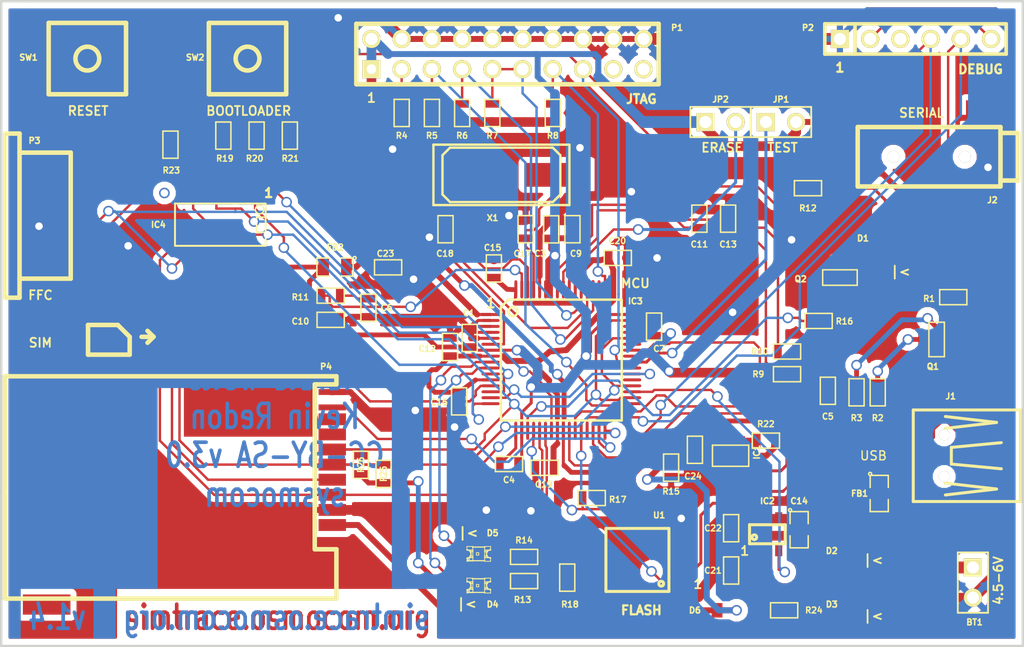
<source format=kicad_pcb>
(kicad_pcb (version 3) (host pcbnew "(2013-dec-23)-stable")
  (title_block (title SIMtrace) (rev 1.4) (company osmocom) (comment 1 "CC-BY-SA v3.0 unported"))
  (layers (15 Front signal) (0 Back signal) (18 B.Paste user) (19 F.Paste user) (20 B.SilkS user) (21 F.SilkS user) (22 B.Mask user) (23 F.Mask user) (28 Edge.Cuts user))
  (net 0 "")
  (net 1 +1.8V)
  (net 2 //RESET)
  (net 3 /A-B-DETECT)
  (net 4 /BOOTLOADER)
  (net 5 /CLK_PHONE)
  (net 6 /CLK_SIM)
  (net 7 /CS)
  (net 8 /DDM)
  (net 9 /DDP)
  (net 10 /DRXD)
  (net 11 /DTXD)
  (net 12 /I/O_PHONE)
  (net 13 /I/O_SIM)
  (net 14 /I/O_SW)
  (net 15 /LED_G)
  (net 16 /LED_R)
  (net 17 /MISO)
  (net 18 /MOSI)
  (net 19 /RST_PHONE)
  (net 20 /RST_SIM)
  (net 21 /SCK)
  (net 22 /SC_SW)
  (net 23 /SIM_PWEN)
  (net 24 /SW_SIM)
  (net 25 /TCK)
  (net 26 /TDI)
  (net 27 /TDO)
  (net 28 /TEST)
  (net 29 /TMS)
  (net 30 /UDP_PUP)
  (net 31 /USBVCC)
  (net 32 /VCC_FWD)
  (net 33 /VCC_PHONE)
  (net 34 /VCC_SIM)
  (net 35 /VPP_PHONE)
  (net 36 /VPP_SIM)
  (net 37 /WP)
  (net 38 3V3)
  (net 39 GND)
  (net 40 N-000008)
  (net 41 N-000012)
  (net 42 N-000013)
  (net 43 N-000014)
  (net 44 N-000018)
  (net 45 N-000020)
  (net 46 N-000021)
  (net 47 N-000025)
  (net 48 N-000027)
  (net 49 N-000029)
  (net 50 N-000030)
  (net 51 N-000033)
  (net 52 N-000034)
  (net 53 N-000042)
  (net 54 N-000043)
  (net 55 N-000047)
  (net 56 N-000050)
  (net 57 N-000053)
  (net 58 N-000055)
  (net 59 N-000061)
  (net 60 N-000062)
  (net 61 N-000064)
  (module SM0603 (layer Front) (at 86.32698 130.556)
    (fp_text reference R17 (at 2.19202 0.127) (layer F.SilkS) (effects (font (size 0.5 0.5) (thickness 0.1143))))
    (fp_text value 10K hide)
    (pad 1 smd rect (at -0.762 0) (size 0.635 1.143) (layers Front F.Paste F.Mask) (net 37 /WP))
    (pad 2 smd rect (at 0.762 0) (size 0.635 1.143) (layers Front F.Paste F.Mask) (net 39 GND))
  )
  (module SM0603 (layer Front) (at 105.3973 115.66398 180)
    (fp_text reference R16 (at -2.1717 -0.03302 180) (layer F.SilkS) (effects (font (size 0.5 0.5) (thickness 0.1143))))
    (fp_text value 10K hide)
    (pad 1 smd rect (at -0.762 0 180) (size 0.635 1.143) (layers Front F.Paste F.Mask) (net 41 N-000012))
    (pad 2 smd rect (at 0.762 0 180) (size 0.635 1.143) (layers Front F.Paste F.Mask) (net 48 N-000027))
  )
  (module SM0603 (layer Front) (at 80.645 135.509 180)
    (fp_text reference R14 (at 0 1.397 180) (layer F.SilkS) (effects (font (size 0.5 0.5) (thickness 0.1143))))
    (fp_text value 150R hide)
    (pad 1 smd rect (at -0.762 0 180) (size 0.635 1.143) (layers Front F.Paste F.Mask) (net 38 3V3))
    (pad 2 smd rect (at 0.762 0 180) (size 0.635 1.143) (layers Front F.Paste F.Mask) (net 57 N-000053))
  )
  (module SM0603 (layer Front) (at 80.645 137.541 180)
    (fp_text reference R13 (at 0.127 -1.57226 180) (layer F.SilkS) (effects (font (size 0.5 0.5) (thickness 0.1143))))
    (fp_text value 150R hide)
    (pad 1 smd rect (at -0.762 0 180) (size 0.635 1.143) (layers Front F.Paste F.Mask) (net 38 3V3))
    (pad 2 smd rect (at 0.762 0 180) (size 0.635 1.143) (layers Front F.Paste F.Mask) (net 58 N-000055))
  )
  (module SM0603 (layer Front) (at 104.5 104.5)
    (fp_text reference R12 (at -0.00068 1.68182) (layer F.SilkS) (effects (font (size 0.5 0.5) (thickness 0.1143))))
    (fp_text value 100K hide)
    (pad 1 smd rect (at -0.762 0) (size 0.635 1.143) (layers Front F.Paste F.Mask) (net 38 3V3))
    (pad 2 smd rect (at 0.762 0) (size 0.635 1.143) (layers Front F.Paste F.Mask) (net 2 //RESET))
  )
  (module SM0603 (layer Front) (at 64.389 113.538)
    (fp_text reference R11 (at -2.54 0.127) (layer F.SilkS) (effects (font (size 0.5 0.5) (thickness 0.1143))))
    (fp_text value 1K5 hide)
    (pad 1 smd rect (at -0.762 0) (size 0.635 1.143) (layers Front F.Paste F.Mask) (net 56 N-000050))
    (pad 2 smd rect (at 0.762 0) (size 0.635 1.143) (layers Front F.Paste F.Mask) (net 53 N-000042))
  )
  (module SM0603 (layer Front) (at 102.743 118.237)
    (fp_text reference R10 (at -2.286 0) (layer F.SilkS) (effects (font (size 0.5 0.5) (thickness 0.1143))))
    (fp_text value 27R hide)
    (pad 1 smd rect (at -0.762 0) (size 0.635 1.143) (layers Front F.Paste F.Mask) (net 9 /DDP))
    (pad 2 smd rect (at 0.762 0) (size 0.635 1.143) (layers Front F.Paste F.Mask) (net 45 N-000020))
  )
  (module SM0603 (layer Front) (at 102.743 120.142)
    (fp_text reference R9 (at -2.413 0) (layer F.SilkS) (effects (font (size 0.5 0.5) (thickness 0.1143))))
    (fp_text value 27R hide)
    (pad 1 smd rect (at -0.762 0) (size 0.635 1.143) (layers Front F.Paste F.Mask) (net 8 /DDM))
    (pad 2 smd rect (at 0.762 0) (size 0.635 1.143) (layers Front F.Paste F.Mask) (net 59 N-000061))
  )
  (module SM0603 (layer Front) (at 83.058 98.171 270)
    (fp_text reference R8 (at 1.905 0 360) (layer F.SilkS) (effects (font (size 0.5 0.5) (thickness 0.1143))))
    (fp_text value 100K hide)
    (pad 1 smd rect (at -0.762 0 270) (size 0.635 1.143) (layers Front F.Paste F.Mask) (net 27 /TDO))
    (pad 2 smd rect (at 0.762 0 270) (size 0.635 1.143) (layers Front F.Paste F.Mask) (net 38 3V3))
  )
  (module SM0603 (layer Front) (at 77.978 98.171 270)
    (fp_text reference R7 (at 1.905 0 360) (layer F.SilkS) (effects (font (size 0.5 0.5) (thickness 0.1143))))
    (fp_text value 100K hide)
    (pad 1 smd rect (at -0.762 0 270) (size 0.635 1.143) (layers Front F.Paste F.Mask) (net 25 /TCK))
    (pad 2 smd rect (at 0.762 0 270) (size 0.635 1.143) (layers Front F.Paste F.Mask) (net 38 3V3))
  )
  (module SM0603 (layer Front) (at 75.438 98.171 270)
    (fp_text reference R6 (at 1.905 0 360) (layer F.SilkS) (effects (font (size 0.5 0.5) (thickness 0.1143))))
    (fp_text value 100K hide)
    (pad 1 smd rect (at -0.762 0 270) (size 0.635 1.143) (layers Front F.Paste F.Mask) (net 29 /TMS))
    (pad 2 smd rect (at 0.762 0 270) (size 0.635 1.143) (layers Front F.Paste F.Mask) (net 38 3V3))
  )
  (module SM0603 (layer Front) (at 72.898 98.171 270)
    (fp_text reference R5 (at 1.905 0 360) (layer F.SilkS) (effects (font (size 0.5 0.5) (thickness 0.1143))))
    (fp_text value 100K hide)
    (pad 1 smd rect (at -0.762 0 270) (size 0.635 1.143) (layers Front F.Paste F.Mask) (net 26 /TDI))
    (pad 2 smd rect (at 0.762 0 270) (size 0.635 1.143) (layers Front F.Paste F.Mask) (net 38 3V3))
  )
  (module SM0603 (layer Front) (at 70.358 98.171 270)
    (fp_text reference R4 (at 1.905 0 360) (layer F.SilkS) (effects (font (size 0.5 0.5) (thickness 0.1143))))
    (fp_text value 100K hide)
    (pad 1 smd rect (at -0.762 0 270) (size 0.635 1.143) (layers Front F.Paste F.Mask) (net 54 N-000043))
    (pad 2 smd rect (at 0.762 0 270) (size 0.635 1.143) (layers Front F.Paste F.Mask) (net 38 3V3))
  )
  (module SM0603 (layer Front) (at 108.585 121.666 90)
    (fp_text reference R3 (at -2.159 0 180) (layer F.SilkS) (effects (font (size 0.5 0.5) (thickness 0.1143))))
    (fp_text value 1K5 hide)
    (pad 1 smd rect (at -0.762 0 90) (size 0.635 1.143) (layers Front F.Paste F.Mask) (net 45 N-000020))
    (pad 2 smd rect (at 0.762 0 90) (size 0.635 1.143) (layers Front F.Paste F.Mask) (net 44 N-000018))
  )
  (module SM0603 (layer Front) (at 110.363 121.666 90)
    (fp_text reference R2 (at -2.159 0 180) (layer F.SilkS) (effects (font (size 0.5 0.5) (thickness 0.1143))))
    (fp_text value 10K hide)
    (pad 1 smd rect (at -0.762 0 90) (size 0.635 1.143) (layers Front F.Paste F.Mask) (net 3 /A-B-DETECT))
    (pad 2 smd rect (at 0.762 0 90) (size 0.635 1.143) (layers Front F.Paste F.Mask) (net 38 3V3))
  )
  (module SM0603 (layer Front) (at 116.713 113.665 180)
    (fp_text reference R1 (at 2.032 -0.127 180) (layer F.SilkS) (effects (font (size 0.5 0.5) (thickness 0.1143))))
    (fp_text value 100K hide)
    (pad 1 smd rect (at -0.762 0 180) (size 0.635 1.143) (layers Front F.Paste F.Mask) (net 38 3V3))
    (pad 2 smd rect (at 0.762 0 180) (size 0.635 1.143) (layers Front F.Paste F.Mask) (net 30 /UDP_PUP))
  )
  (module SM0603 (layer Front) (at 69.21754 111.15802 180)
    (fp_text reference C23 (at 0.21754 1.15802 180) (layer F.SilkS) (effects (font (size 0.5 0.5) (thickness 0.1143))))
    (fp_text value 100nF hide)
    (pad 1 smd rect (at -0.762 0 180) (size 0.635 1.143) (layers Front F.Paste F.Mask) (net 61 N-000064))
    (pad 2 smd rect (at 0.762 0 180) (size 0.635 1.143) (layers Front F.Paste F.Mask) (net 39 GND))
  )
  (module SM0603 (layer Front) (at 98.044 133.096 270)
    (fp_text reference C22 (at 0 1.524 360) (layer F.SilkS) (effects (font (size 0.5 0.5) (thickness 0.1143))))
    (fp_text value 1uF hide)
    (pad 1 smd rect (at -0.762 0 270) (size 0.635 1.143) (layers Front F.Paste F.Mask) (net 38 3V3))
    (pad 2 smd rect (at 0.762 0 270) (size 0.635 1.143) (layers Front F.Paste F.Mask) (net 39 GND))
  )
  (module SM0603 (layer Front) (at 98.044 136.652 90)
    (fp_text reference C21 (at 0 -1.524 180) (layer F.SilkS) (effects (font (size 0.5 0.5) (thickness 0.1143))))
    (fp_text value 1uF hide)
    (pad 1 smd rect (at -0.762 0 90) (size 0.635 1.143) (layers Front F.Paste F.Mask) (net 52 N-000034))
    (pad 2 smd rect (at 0.762 0 90) (size 0.635 1.143) (layers Front F.Paste F.Mask) (net 39 GND))
  )
  (module SM0603 (layer Front) (at 88.519 110.363)
    (fp_text reference C20 (at -0.0381 -1.4351) (layer F.SilkS) (effects (font (size 0.5 0.5) (thickness 0.1143))))
    (fp_text value 100nF hide)
    (pad 1 smd rect (at -0.762 0) (size 0.635 1.143) (layers Front F.Paste F.Mask) (net 1 +1.8V))
    (pad 2 smd rect (at 0.762 0) (size 0.635 1.143) (layers Front F.Paste F.Mask) (net 39 GND))
  )
  (module SM0603 (layer Front) (at 82.3595 128.016 180)
    (fp_text reference C19 (at 0.0635 -1.397 180) (layer F.SilkS) (effects (font (size 0.5 0.5) (thickness 0.1143))))
    (fp_text value 100nF hide)
    (pad 1 smd rect (at -0.762 0 180) (size 0.635 1.143) (layers Front F.Paste F.Mask) (net 1 +1.8V))
    (pad 2 smd rect (at 0.762 0 180) (size 0.635 1.143) (layers Front F.Paste F.Mask) (net 39 GND))
  )
  (module SM0603 (layer Front) (at 74.041 107.95 270)
    (fp_text reference C18 (at 2.05 0.041 360) (layer F.SilkS) (effects (font (size 0.5 0.5) (thickness 0.1143))))
    (fp_text value 10pF hide)
    (pad 1 smd rect (at -0.762 0 270) (size 0.635 1.143) (layers Front F.Paste F.Mask) (net 49 N-000029))
    (pad 2 smd rect (at 0.762 0 270) (size 0.635 1.143) (layers Front F.Paste F.Mask) (net 39 GND))
  )
  (module SM0603 (layer Front) (at 80.772 107.95 90)
    (fp_text reference C17 (at -2.05 -0.272 180) (layer F.SilkS) (effects (font (size 0.5 0.5) (thickness 0.1143))))
    (fp_text value 10pF hide)
    (pad 1 smd rect (at -0.762 0 90) (size 0.635 1.143) (layers Front F.Paste F.Mask) (net 55 N-000047))
    (pad 2 smd rect (at 0.762 0 90) (size 0.635 1.143) (layers Front F.Paste F.Mask) (net 39 GND))
  )
  (module SM0603 (layer Front) (at 75.184 122.428 270)
    (fp_text reference C16 (at 0.072 1.684 360) (layer F.SilkS) (effects (font (size 0.5 0.5) (thickness 0.1143))))
    (fp_text value 100nF hide)
    (pad 1 smd rect (at -0.762 0 270) (size 0.635 1.143) (layers Front F.Paste F.Mask) (net 1 +1.8V))
    (pad 2 smd rect (at 0.762 0 270) (size 0.635 1.143) (layers Front F.Paste F.Mask) (net 39 GND))
  )
  (module SM0603 (layer Front) (at 78.105 111.252 90)
    (fp_text reference C15 (at 1.752 -0.105 180) (layer F.SilkS) (effects (font (size 0.5 0.5) (thickness 0.1143))))
    (fp_text value 100nF hide)
    (pad 1 smd rect (at -0.762 0 90) (size 0.635 1.143) (layers Front F.Paste F.Mask) (net 1 +1.8V))
    (pad 2 smd rect (at 0.762 0 90) (size 0.635 1.143) (layers Front F.Paste F.Mask) (net 39 GND))
  )
  (module SM0603 (layer Front) (at 97.79 107.061 90)
    (fp_text reference C13 (at -2.159 0 180) (layer F.SilkS) (effects (font (size 0.5 0.5) (thickness 0.1143))))
    (fp_text value 15pF hide)
    (pad 1 smd rect (at -0.762 0 90) (size 0.635 1.143) (layers Front F.Paste F.Mask) (net 9 /DDP))
    (pad 2 smd rect (at 0.762 0 90) (size 0.635 1.143) (layers Front F.Paste F.Mask) (net 39 GND))
  )
  (module SM0603 (layer Front) (at 74.422 117.856 90)
    (fp_text reference C12 (at -0.144 -1.922 180) (layer F.SilkS) (effects (font (size 0.5 0.5) (thickness 0.1143))))
    (fp_text value 2.2uF hide)
    (pad 1 smd rect (at -0.762 0 90) (size 0.635 1.143) (layers Front F.Paste F.Mask) (net 1 +1.8V))
    (pad 2 smd rect (at 0.762 0 90) (size 0.635 1.143) (layers Front F.Paste F.Mask) (net 39 GND))
  )
  (module SM0603 (layer Front) (at 95.377 107.061 90)
    (fp_text reference C11 (at -2.159 0 180) (layer F.SilkS) (effects (font (size 0.5 0.5) (thickness 0.1143))))
    (fp_text value 15pF hide)
    (pad 1 smd rect (at -0.762 0 90) (size 0.635 1.143) (layers Front F.Paste F.Mask) (net 8 /DDM))
    (pad 2 smd rect (at 0.762 0 90) (size 0.635 1.143) (layers Front F.Paste F.Mask) (net 39 GND))
  )
  (module SM0603 (layer Front) (at 64.389 115.57 180)
    (fp_text reference C10 (at 2.54 -0.127 180) (layer F.SilkS) (effects (font (size 0.5 0.5) (thickness 0.1143))))
    (fp_text value 1nF hide)
    (pad 1 smd rect (at -0.762 0 180) (size 0.635 1.143) (layers Front F.Paste F.Mask) (net 39 GND))
    (pad 2 smd rect (at 0.762 0 180) (size 0.635 1.143) (layers Front F.Paste F.Mask) (net 56 N-000050))
  )
  (module SM0603 (layer Front) (at 84.709 107.95 90)
    (fp_text reference C9 (at -2.05 0.291 180) (layer F.SilkS) (effects (font (size 0.5 0.5) (thickness 0.1143))))
    (fp_text value 100nF hide)
    (pad 1 smd rect (at -0.762 0 90) (size 0.635 1.143) (layers Front F.Paste F.Mask) (net 38 3V3))
    (pad 2 smd rect (at 0.762 0 90) (size 0.635 1.143) (layers Front F.Paste F.Mask) (net 39 GND))
  )
  (module SM0603 (layer Front) (at 91.567 116.1415 90)
    (fp_text reference C7 (at -1.8585 0.433 180) (layer F.SilkS) (effects (font (size 0.5 0.5) (thickness 0.1143))))
    (fp_text value 100nF hide)
    (pad 1 smd rect (at -0.762 0 90) (size 0.635 1.143) (layers Front F.Paste F.Mask) (net 38 3V3))
    (pad 2 smd rect (at 0.762 0 90) (size 0.635 1.143) (layers Front F.Paste F.Mask) (net 39 GND))
  )
  (module SM0603 (layer Front) (at 67.564 114.554 90)
    (fp_text reference C6 (at 0 1.524 180) (layer F.SilkS) (effects (font (size 0.5 0.5) (thickness 0.1143))))
    (fp_text value 10nF hide)
    (pad 1 smd rect (at -0.762 0 90) (size 0.635 1.143) (layers Front F.Paste F.Mask) (net 39 GND))
    (pad 2 smd rect (at 0.762 0 90) (size 0.635 1.143) (layers Front F.Paste F.Mask) (net 53 N-000042))
  )
  (module SM0603 (layer Front) (at 106.172 121.539 90)
    (fp_text reference C5 (at -2.159 0 180) (layer F.SilkS) (effects (font (size 0.5 0.5) (thickness 0.1143))))
    (fp_text value 33pF hide)
    (pad 1 smd rect (at -0.762 0 90) (size 0.635 1.143) (layers Front F.Paste F.Mask) (net 59 N-000061))
    (pad 2 smd rect (at 0.762 0 90) (size 0.635 1.143) (layers Front F.Paste F.Mask) (net 45 N-000020))
  )
  (module SM0603 (layer Front) (at 79.375 127.6985 180)
    (fp_text reference C4 (at 0 -1.3335 180) (layer F.SilkS) (effects (font (size 0.5 0.5) (thickness 0.1143))))
    (fp_text value 100nF hide)
    (pad 1 smd rect (at -0.762 0 180) (size 0.635 1.143) (layers Front F.Paste F.Mask) (net 38 3V3))
    (pad 2 smd rect (at 0.762 0 180) (size 0.635 1.143) (layers Front F.Paste F.Mask) (net 39 GND))
  )
  (module SM0603 (layer Front) (at 82.92338 107.96016 90)
    (fp_text reference C3 (at -2.03984 -0.92338 180) (layer F.SilkS) (effects (font (size 0.5 0.5) (thickness 0.1143))))
    (fp_text value 100nF hide)
    (pad 1 smd rect (at -0.762 0 90) (size 0.635 1.143) (layers Front F.Paste F.Mask) (net 38 3V3))
    (pad 2 smd rect (at 0.762 0 90) (size 0.635 1.143) (layers Front F.Paste F.Mask) (net 39 GND))
  )
  (module SM0603 (layer Front) (at 76.073 117.094 90)
    (fp_text reference C1 (at 2.094 -0.073 180) (layer F.SilkS) (effects (font (size 0.5 0.5) (thickness 0.1143))))
    (fp_text value 2.2uF hide)
    (pad 1 smd rect (at -0.762 0 90) (size 0.635 1.143) (layers Front F.Paste F.Mask) (net 38 3V3))
    (pad 2 smd rect (at 0.762 0 90) (size 0.635 1.143) (layers Front F.Paste F.Mask) (net 39 GND))
  )
  (module SM0805 (layer Front) (at 64.7573 111.13262 180)
    (fp_text reference FB2 (at -0.0127 1.65862 180) (layer F.SilkS) (effects (font (size 0.5 0.5) (thickness 0.125))))
    (fp_text value FILTER hide)
    (pad 1 smd rect (at -0.9525 0 180) (size 0.889 1.397) (layers Front F.Paste F.Mask) (net 61 N-000064))
    (pad 2 smd rect (at 0.9525 0 180) (size 0.889 1.397) (layers Front F.Paste F.Mask) (net 38 3V3))
  )
  (module SM0805 (layer Front) (at 110.49 130.175 270)
    (fp_text reference FB1 (at 0 1.651 360) (layer F.SilkS) (effects (font (size 0.5 0.5) (thickness 0.125))))
    (fp_text value FILTER hide)
    (pad 1 smd rect (at -0.9525 0 270) (size 0.889 1.397) (layers Front F.Paste F.Mask) (net 60 N-000062))
    (pad 2 smd rect (at 0.9525 0 270) (size 0.889 1.397) (layers Front F.Paste F.Mask) (net 31 /USBVCC))
  )
  (module TQFP_64 (layer Front) (at 83.693 118.872 270)
    (fp_text reference IC3 (at -4.872 -6.307 360) (layer F.SilkS) (effects (font (size 0.5 0.5) (thickness 0.125))))
    (fp_text value MCU (at -6.372 -6.307 360) (layer F.SilkS) (effects (font (size 0.75 0.75) (thickness 0.1524))))
    (pad 1 smd rect (at -3.74904 5.86994 270) (size 0.24892 1.524) (layers Front F.Paste F.Mask) (net 61 N-000064))
    (pad 2 smd oval (at -3.24866 5.86994 270) (size 0.24892 1.524) (layers Front F.Paste F.Mask) (net 39 GND))
    (pad 3 smd oval (at -2.74828 5.86994 270) (size 0.24892 1.524) (layers Front F.Paste F.Mask) (net 39 GND))
    (pad 4 smd oval (at -2.2479 5.86994 270) (size 0.24892 1.524) (layers Front F.Paste F.Mask) (net 39 GND))
    (pad 5 smd oval (at -1.74752 5.86994 270) (size 0.24892 1.524) (layers Front F.Paste F.Mask) (net 39 GND))
    (pad 6 smd oval (at -1.24968 5.86994 270) (size 0.24892 1.524) (layers Front F.Paste F.Mask) (net 43 N-000014))
    (pad 7 smd oval (at -0.7493 5.86994 270) (size 0.24892 1.524) (layers Front F.Paste F.Mask) (net 38 3V3))
    (pad 8 smd oval (at -0.24892 5.86994 270) (size 0.24892 1.524) (layers Front F.Paste F.Mask) (net 1 +1.8V))
    (pad 9 smd oval (at 0.25146 5.86994 270) (size 0.24892 1.524) (layers Front F.Paste F.Mask) (net 16 /LED_R))
    (pad 10 smd oval (at 0.75184 5.86994 270) (size 0.24892 1.524) (layers Front F.Paste F.Mask) (net 15 /LED_G))
    (pad 11 smd oval (at 1.25222 5.86994 270) (size 0.24892 1.524) (layers Front F.Paste F.Mask) (net 12 /I/O_PHONE))
    (pad 12 smd oval (at 1.75006 5.86994 270) (size 0.24892 1.524) (layers Front F.Paste F.Mask) (net 1 +1.8V))
    (pad 13 smd oval (at 2.25044 5.86994 270) (size 0.24892 1.524) (layers Front F.Paste F.Mask) (net 14 /I/O_SW))
    (pad 14 smd oval (at 2.75082 5.86994 270) (size 0.24892 1.524) (layers Front F.Paste F.Mask) (net 12 /I/O_PHONE))
    (pad 15 smd oval (at 3.2512 5.86994 270) (size 0.24892 1.524) (layers Front F.Paste F.Mask) (net 5 /CLK_PHONE))
    (pad 16 smd oval (at 3.75158 5.86994 270) (size 0.24892 1.524) (layers Front F.Paste F.Mask) (net 22 /SC_SW))
    (pad 17 smd oval (at 6.0325 3.74904 270) (size 1.524 0.24892) (layers Front F.Paste F.Mask) (net 39 GND))
    (pad 18 smd oval (at 6.0325 3.24866 270) (size 1.524 0.24892) (layers Front F.Paste F.Mask) (net 38 3V3))
    (pad 19 smd oval (at 6.0325 2.74828 270) (size 1.524 0.24892) (layers Front F.Paste F.Mask) (net 48 N-000027))
    (pad 20 smd oval (at 6.0325 2.2479 270) (size 1.524 0.24892) (layers Front F.Paste F.Mask) (net 37 /WP))
    (pad 21 smd oval (at 6.0325 1.74752 270) (size 1.524 0.24892) (layers Front F.Paste F.Mask) (net 21 /SCK))
    (pad 22 smd oval (at 6.0325 1.24968 270) (size 1.524 0.24892) (layers Front F.Paste F.Mask) (net 18 /MOSI))
    (pad 23 smd oval (at 6.0325 0.7493 270) (size 1.524 0.24892) (layers Front F.Paste F.Mask) (net 19 /RST_PHONE))
    (pad 24 smd oval (at 6.0325 0.24892 270) (size 1.524 0.24892) (layers Front F.Paste F.Mask) (net 1 +1.8V))
    (pad 25 smd oval (at 6.0325 -0.25146 270) (size 1.524 0.24892) (layers Front F.Paste F.Mask) (net 33 /VCC_PHONE))
    (pad 26 smd oval (at 6.0325 -0.75184 270) (size 1.524 0.24892) (layers Front F.Paste F.Mask) (net 32 /VCC_FWD))
    (pad 27 smd oval (at 6.0325 -1.25222 270) (size 1.524 0.24892) (layers Front F.Paste F.Mask) (net 17 /MISO))
    (pad 28 smd oval (at 6.0325 -1.75006 270) (size 1.524 0.24892) (layers Front F.Paste F.Mask) (net 7 /CS))
    (pad 29 smd oval (at 6.0325 -2.25044 270) (size 1.524 0.24892) (layers Front F.Paste F.Mask) (net 11 /DTXD))
    (pad 30 smd oval (at 6.0325 -2.75082 270) (size 1.524 0.24892) (layers Front F.Paste F.Mask) (net 10 /DRXD))
    (pad 31 smd oval (at 6.0325 -3.2512 270) (size 1.524 0.24892) (layers Front F.Paste F.Mask) (net 24 /SW_SIM))
    (pad 32 smd oval (at 6.0325 -3.75158 270) (size 1.524 0.24892) (layers Front F.Paste F.Mask) (net 20 /RST_SIM))
    (pad 33 smd oval (at 3.75158 -6.0325 270) (size 0.24892 1.524) (layers Front F.Paste F.Mask) (net 26 /TDI))
    (pad 34 smd oval (at 3.2512 -6.0325 270) (size 0.24892 1.524) (layers Front F.Paste F.Mask) (net 13 /I/O_SIM))
    (pad 35 smd oval (at 2.75082 -6.0325 270) (size 0.24892 1.524) (layers Front F.Paste F.Mask) (net 23 /SIM_PWEN))
    (pad 36 smd oval (at 2.25044 -6.0325 270) (size 0.24892 1.524) (layers Front F.Paste F.Mask) (net 6 /CLK_SIM))
    (pad 37 smd oval (at 1.75006 -6.0325 270) (size 0.24892 1.524) (layers Front F.Paste F.Mask))
    (pad 38 smd oval (at 1.25222 -6.0325 270) (size 0.24892 1.524) (layers Front F.Paste F.Mask) (net 5 /CLK_PHONE))
    (pad 39 smd oval (at 0.75184 -6.0325 270) (size 0.24892 1.524) (layers Front F.Paste F.Mask) (net 2 //RESET))
    (pad 40 smd oval (at 0.25146 -6.0325 270) (size 0.24892 1.524) (layers Front F.Paste F.Mask) (net 28 /TEST))
    (pad 41 smd oval (at -0.24892 -6.0325 270) (size 0.24892 1.524) (layers Front F.Paste F.Mask) (net 3 /A-B-DETECT))
    (pad 42 smd oval (at -0.7493 -6.0325 270) (size 0.24892 1.524) (layers Front F.Paste F.Mask))
    (pad 43 smd oval (at -1.24968 -6.0325 270) (size 0.24892 1.524) (layers Front F.Paste F.Mask))
    (pad 44 smd oval (at -1.74752 -6.0325 270) (size 0.24892 1.524) (layers Front F.Paste F.Mask) (net 6 /CLK_SIM))
    (pad 45 smd oval (at -2.2479 -6.0325 270) (size 0.24892 1.524) (layers Front F.Paste F.Mask) (net 38 3V3))
    (pad 46 smd oval (at -2.74828 -6.0325 270) (size 0.24892 1.524) (layers Front F.Paste F.Mask) (net 39 GND))
    (pad 47 smd oval (at -3.24866 -6.0325 270) (size 0.24892 1.524) (layers Front F.Paste F.Mask) (net 13 /I/O_SIM))
    (pad 48 smd oval (at -3.74904 -6.0325 270) (size 0.24892 1.524) (layers Front F.Paste F.Mask) (net 38 3V3))
    (pad 49 smd oval (at -5.86994 -3.75158 270) (size 1.524 0.24892) (layers Front F.Paste F.Mask) (net 27 /TDO))
    (pad 50 smd oval (at -5.86994 -3.2512 270) (size 1.524 0.24892) (layers Front F.Paste F.Mask))
    (pad 52 smd oval (at -5.86994 -2.25044 270) (size 1.524 0.24892) (layers Front F.Paste F.Mask) (net 4 /BOOTLOADER))
    (pad 51 smd oval (at -5.88772 -2.75082 270) (size 1.524 0.24892) (layers Front F.Paste F.Mask) (net 29 /TMS))
    (pad 53 smd oval (at -5.86994 -1.75006 270) (size 1.524 0.24892) (layers Front F.Paste F.Mask) (net 25 /TCK))
    (pad 54 smd oval (at -5.86994 -1.25222 270) (size 1.524 0.24892) (layers Front F.Paste F.Mask) (net 1 +1.8V))
    (pad 55 smd oval (at -5.86994 -0.75184 270) (size 1.524 0.24892) (layers Front F.Paste F.Mask) (net 47 N-000025))
    (pad 56 smd oval (at -5.86994 -0.25146 270) (size 1.524 0.24892) (layers Front F.Paste F.Mask) (net 8 /DDM))
    (pad 57 smd oval (at -5.86994 0.24892 270) (size 1.524 0.24892) (layers Front F.Paste F.Mask) (net 9 /DDP))
    (pad 58 smd oval (at -5.86994 0.7493 270) (size 1.524 0.24892) (layers Front F.Paste F.Mask) (net 38 3V3))
    (pad 59 smd oval (at -5.86994 1.24206 270) (size 1.524 0.24892) (layers Front F.Paste F.Mask) (net 38 3V3))
    (pad 60 smd oval (at -5.86994 1.74244 270) (size 1.524 0.24892) (layers Front F.Paste F.Mask) (net 39 GND))
    (pad 61 smd oval (at -5.86994 2.24282 270) (size 1.524 0.24892) (layers Front F.Paste F.Mask) (net 55 N-000047))
    (pad 62 smd oval (at -5.86994 2.7432 270) (size 1.524 0.24892) (layers Front F.Paste F.Mask) (net 49 N-000029))
    (pad 63 smd oval (at -5.86994 3.24104 270) (size 1.524 0.24892) (layers Front F.Paste F.Mask) (net 56 N-000050))
    (pad 64 smd oval (at -5.86994 3.74142 270) (size 1.524 0.24892) (layers Front F.Paste F.Mask) (net 1 +1.8V))
  )
  (module PIN_ARRAY-6X1 (layer Front) (at 113.538 91.948)
    (fp_text reference P2 (at -9.038 -0.948) (layer F.SilkS) (effects (font (size 0.5 0.5) (thickness 0.125))))
    (fp_text value DEBUG (at 5.462 2.552) (layer F.SilkS) (effects (font (size 0.75 0.75) (thickness 0.1875))))
    (pad 1 thru_hole rect (at -6.35 0) (size 1.524 1.524) (drill 1.016) (layers *.Cu *.Mask F.SilkS) (net 39 GND))
    (pad 2 thru_hole circle (at -3.81 0) (size 1.524 1.524) (drill 1.016) (layers *.Cu *.Mask F.SilkS) (net 46 N-000021))
    (pad 3 thru_hole circle (at -1.27 0) (size 1.524 1.524) (drill 1.016) (layers *.Cu *.Mask F.SilkS))
    (pad 4 thru_hole circle (at 1.27 0) (size 1.524 1.524) (drill 1.016) (layers *.Cu *.Mask F.SilkS) (net 10 /DRXD))
    (pad 5 thru_hole circle (at 3.81 0) (size 1.524 1.524) (drill 1.016) (layers *.Cu *.Mask F.SilkS) (net 11 /DTXD))
    (pad 6 thru_hole circle (at 6.35 0) (size 1.524 1.524) (drill 1.016) (layers *.Cu *.Mask F.SilkS) (net 46 N-000021))
  )
  (module SOT23_BC847 (layer Front) (at 107.188 112.014)
    (fp_text reference Q2 (at -3.302 0.127) (layer F.SilkS) (effects (font (size 0.5 0.5) (thickness 0.125))))
    (fp_text value BC847 hide)
    (pad 1 smd rect (at -1.00076 1.09982) (size 0.8001 0.89916) (layers Front F.Paste F.Mask) (net 41 N-000012))
    (pad 2 smd rect (at 1.00076 1.09982) (size 0.8001 0.89916) (layers Front F.Paste F.Mask) (net 39 GND))
    (pad 3 smd rect (at 0 -1.09982) (size 0.8001 0.89916) (layers Front F.Paste F.Mask) (net 30 /UDP_PUP))
  )
  (module SOT23_BC847 (layer Front) (at 115.316 117.221 90)
    (fp_text reference Q1 (at -2.279 -0.316 180) (layer F.SilkS) (effects (font (size 0.5 0.5) (thickness 0.125))))
    (fp_text value BC847 hide)
    (pad 1 smd rect (at -1.00076 1.09982 90) (size 0.8001 0.89916) (layers Front F.Paste F.Mask) (net 30 /UDP_PUP))
    (pad 2 smd rect (at 1.00076 1.09982 90) (size 0.8001 0.89916) (layers Front F.Paste F.Mask) (net 44 N-000018))
    (pad 3 smd rect (at 0 -1.09982 90) (size 0.8001 0.89916) (layers Front F.Paste F.Mask) (net 38 3V3))
  )
  (module PUSH_BUTTON (layer Front) (at 43.942 93.599 180)
    (fp_text reference SW1 (at 4.942 0.099 180) (layer F.SilkS) (effects (font (size 0.5 0.5) (thickness 0.125))))
    (fp_text value RESET (at -0.058 -4.401 180) (layer F.SilkS) (effects (font (size 0.75 0.75) (thickness 0.14986))))
    (pad 2 smd rect (at -3.40106 1.99898 180) (size 3.2004 1.00076) (layers Front F.Paste F.Mask) (net 39 GND))
    (pad 1 smd rect (at -3.40106 -1.99898 180) (size 3.2004 1.00076) (layers Front F.Paste F.Mask) (net 2 //RESET))
    (pad 1' smd rect (at 3.40106 -1.99898 180) (size 3.2004 1.00076) (layers Front F.Paste F.Mask))
    (pad 2' smd rect (at 3.40106 1.99898 180) (size 3.2004 1.00076) (layers Front F.Paste F.Mask))
  )
  (module PUSH_BUTTON (layer Front) (at 57.404 93.599 180)
    (fp_text reference SW2 (at 4.404 0.099 180) (layer F.SilkS) (effects (font (size 0.5 0.5) (thickness 0.125))))
    (fp_text value BOOTLOADER (at -0.096 -4.401 180) (layer F.SilkS) (effects (font (size 0.75 0.75) (thickness 0.14986))))
    (pad 2 smd rect (at -3.40106 1.99898 180) (size 3.2004 1.00076) (layers Front F.Paste F.Mask) (net 39 GND))
    (pad 1 smd rect (at -3.40106 -1.99898 180) (size 3.2004 1.00076) (layers Front F.Paste F.Mask) (net 4 /BOOTLOADER))
    (pad 1' smd rect (at 3.40106 -1.99898 180) (size 3.2004 1.00076) (layers Front F.Paste F.Mask))
    (pad 2' smd rect (at 3.40106 1.99898 180) (size 3.2004 1.00076) (layers Front F.Paste F.Mask))
  )
  (module USB-MINI-B_UX60 (layer Front) (at 115.951 127 90)
    (fp_text reference J1 (at 5 0.549 180) (layer F.SilkS) (effects (font (size 0.5 0.5) (thickness 0.125))))
    (fp_text value USB (at 0 -5.951 180) (layer F.SilkS) (effects (font (size 0.75 0.75) (thickness 0.1143))))
    (pad "" thru_hole circle (at -1.75006 0 90) (size 0.89916 0.89916) (drill 0.89916) (layers *.Cu *.Mask F.SilkS))
    (pad "" thru_hole circle (at 1.75006 0 90) (size 0.89916 0.89916) (drill 0.89916) (layers *.Cu *.Mask F.SilkS))
    (pad 2 smd rect (at -0.8001 -2.25044 90) (size 0.50038 1.99898) (layers Front F.Paste F.Mask) (net 59 N-000061))
    (pad 3 smd rect (at 0 -2.25044 90) (size 0.50038 1.99898) (layers Front F.Paste F.Mask) (net 45 N-000020))
    (pad 4 smd rect (at 0.8001 -2.25044 90) (size 0.50038 1.99898) (layers Front F.Paste F.Mask) (net 3 /A-B-DETECT))
    (pad 5 smd rect (at 1.6002 -2.25044 90) (size 0.50038 1.99898) (layers Front F.Paste F.Mask) (net 39 GND))
    (pad 1 smd rect (at -1.6002 -2.25044 90) (size 0.50038 1.99898) (layers Front F.Paste F.Mask) (net 60 N-000062))
    (pad "" smd rect (at -4.20116 -1.99898 90) (size 2.49936 2.19964) (layers Front F.Paste F.Mask))
    (pad "" smd rect (at 4.20116 -1.99898 90) (size 2.49936 2.19964) (layers Front F.Paste F.Mask))
    (pad "" smd rect (at -4.20116 3.29946 90) (size 2.49936 2.19964) (layers Front F.Paste F.Mask))
    (pad "" smd rect (at 4.20116 3.29946 90) (size 2.49936 2.19964) (layers Front F.Paste F.Mask))
  )
  (module SIM_AMPHENOL (layer Front) (at 63.373 129.667 180)
    (fp_text reference P4 (at -0.627 10.167 180) (layer F.SilkS) (effects (font (size 0.5 0.5) (thickness 0.125))))
    (fp_text value SIM (at 23.373 12.167 180) (layer F.SilkS) (effects (font (size 0.75 0.75) (thickness 0.14986))))
    (pad C1 smd rect (at -1.15062 -3.15976 180) (size 2.30124 1.00076) (layers Front F.Paste F.Mask) (net 34 /VCC_SIM))
    (pad C5 smd rect (at -1.15062 -1.88976 180) (size 2.30124 1.00076) (layers Front F.Paste F.Mask) (net 39 GND))
    (pad C6 smd rect (at -1.15062 0.65024 180) (size 2.30124 1.00076) (layers Front F.Paste F.Mask) (net 36 /VPP_SIM))
    (pad C2 smd rect (at -1.15062 -0.61976 180) (size 2.30124 1.00076) (layers Front F.Paste F.Mask) (net 20 /RST_SIM))
    (pad C3 smd rect (at -1.15062 1.92024 180) (size 2.30124 1.00076) (layers Front F.Paste F.Mask) (net 6 /CLK_SIM))
    (pad C7 smd rect (at -1.15062 3.19024 180) (size 2.30124 1.00076) (layers Front F.Paste F.Mask) (net 13 /I/O_SIM))
    (pad C4 smd rect (at -1.15062 4.46024 180) (size 2.30124 1.00076) (layers Front F.Paste F.Mask))
    (pad C8 smd rect (at -1.15062 5.73024 180) (size 2.30124 1.00076) (layers Front F.Paste F.Mask) (clearance 0.20066))
    (pad SW1 smd rect (at -1.15062 6.731 180) (size 2.30124 0.50038) (layers Front F.Paste F.Mask) (net 24 /SW_SIM) (clearance 0.20066))
    (pad SW2 smd rect (at -1.15062 8.02894 180) (size 2.30124 0.50038) (layers Front F.Paste F.Mask) (net 39 GND))
    (pad "" smd rect (at 23.35022 0 180) (size 2.99974 1.19888) (layers Front))
    (pad "" smd rect (at 23.35022 5.08 180) (size 2.99974 1.19888) (layers Front))
    (pad "" smd rect (at 23.35022 2.54 180) (size 2.99974 1.19888) (layers Front))
    (pad "" smd rect (at 23.35022 -2.54 180) (size 2.99974 1.19888) (layers Front))
    (pad "" smd rect (at 15.73022 -2.54 180) (size 2.99974 1.19888) (layers Front))
    (pad "" smd rect (at 15.73022 0 180) (size 2.99974 1.19888) (layers Front))
    (pad "" smd rect (at 15.73022 2.54 180) (size 2.99974 1.19888) (layers Front))
    (pad "" smd rect (at 15.73022 5.08 180) (size 2.99974 1.19888) (layers Front))
    (pad "" smd rect (at 5.81914 6.46938 180) (size 11.00074 4.39928) (layers Front))
    (pad "" smd rect (at 22.84984 9.85012 180) (size 4.0005 1.69926) (layers Front F.Paste F.Mask))
    (pad "" smd rect (at 22.84984 -9.85012 180) (size 4.0005 1.69926) (layers Front F.Paste F.Mask))
  )
  (module SSOP20_BDQ (layer Front) (at 55.118 107.569 180)
    (fp_text reference IC4 (at 5.207 0 180) (layer F.SilkS) (effects (font (size 0.5 0.5) (thickness 0.125))))
    (fp_text value CB3Q3244 hide)
    (pad 1 smd rect (at -2.921 2.667 180) (size 0.4064 1.89992) (layers Front F.Paste F.Mask) (net 22 /SC_SW))
    (pad 2 smd rect (at -2.286 2.667 180) (size 0.4064 1.89992) (layers Front F.Paste F.Mask))
    (pad 3 smd rect (at -1.6256 2.667 180) (size 0.4064 1.89992) (layers Front F.Paste F.Mask))
    (pad 4 smd rect (at -0.9652 2.667 180) (size 0.4064 1.89992) (layers Front F.Paste F.Mask) (net 19 /RST_PHONE))
    (pad 5 smd rect (at -0.3302 2.667 180) (size 0.4064 1.89992) (layers Front F.Paste F.Mask))
    (pad 6 smd rect (at 0.3302 2.667 180) (size 0.4064 1.89992) (layers Front F.Paste F.Mask) (net 5 /CLK_PHONE))
    (pad 7 smd rect (at 0.9906 2.667 180) (size 0.4064 1.89992) (layers Front F.Paste F.Mask))
    (pad 8 smd rect (at 1.6256 2.667 180) (size 0.4064 1.89992) (layers Front F.Paste F.Mask) (net 35 /VPP_PHONE))
    (pad 9 smd rect (at 2.286 2.667 180) (size 0.4064 1.89992) (layers Front F.Paste F.Mask) (net 13 /I/O_SIM))
    (pad 10 smd rect (at 2.921 2.667 180) (size 0.4064 1.89992) (layers Front F.Paste F.Mask) (net 39 GND))
    (pad 11 smd rect (at 2.921 -2.667 180) (size 0.4064 1.89992) (layers Front F.Paste F.Mask) (net 12 /I/O_PHONE))
    (pad 12 smd rect (at 2.286 -2.667 180) (size 0.4064 1.89992) (layers Front F.Paste F.Mask) (net 36 /VPP_SIM))
    (pad 13 smd rect (at 1.6256 -2.667 180) (size 0.4064 1.89992) (layers Front F.Paste F.Mask))
    (pad 14 smd rect (at 0.9906 -2.667 180) (size 0.4064 1.89992) (layers Front F.Paste F.Mask) (net 6 /CLK_SIM))
    (pad 15 smd rect (at 0.3302 -2.667 180) (size 0.4064 1.89992) (layers Front F.Paste F.Mask))
    (pad 16 smd rect (at -0.3302 -2.667 180) (size 0.4064 1.89992) (layers Front F.Paste F.Mask) (net 20 /RST_SIM))
    (pad 17 smd rect (at -0.9652 -2.667 180) (size 0.4064 1.89992) (layers Front F.Paste F.Mask))
    (pad 18 smd rect (at -1.6256 -2.667 180) (size 0.4064 1.89992) (layers Front F.Paste F.Mask))
    (pad 19 smd rect (at -2.286 -2.667 180) (size 0.4064 1.89992) (layers Front F.Paste F.Mask) (net 14 /I/O_SW))
    (pad 20 smd rect (at -2.921 -2.667 180) (size 0.4064 1.89992) (layers Front F.Paste F.Mask) (net 38 3V3))
  )
  (module SM0603 (layer Front) (at 100.965 125.73 180)
    (fp_text reference R22 (at 0 1.397 180) (layer F.SilkS) (effects (font (size 0.5 0.5) (thickness 0.1143))))
    (fp_text value 100K hide)
    (pad 1 smd rect (at -0.762 0 180) (size 0.635 1.143) (layers Front F.Paste F.Mask) (net 33 /VCC_PHONE))
    (pad 2 smd rect (at 0.762 0 180) (size 0.635 1.143) (layers Front F.Paste F.Mask) (net 50 N-000030))
  )
  (module SM0603 (layer Front) (at 60.96 100.076 270)
    (fp_text reference R21 (at 1.924 -0.04 360) (layer F.SilkS) (effects (font (size 0.5 0.5) (thickness 0.1143))))
    (fp_text value 10k1% hide)
    (pad 1 smd rect (at -0.762 0 270) (size 0.635 1.143) (layers Front F.Paste F.Mask) (net 39 GND))
    (pad 2 smd rect (at 0.762 0 270) (size 0.635 1.143) (layers Front F.Paste F.Mask) (net 43 N-000014))
  )
  (module SM0603 (layer Front) (at 58.166 100.076 90)
    (fp_text reference R20 (at -1.924 -0.166 180) (layer F.SilkS) (effects (font (size 0.5 0.5) (thickness 0.1143))))
    (fp_text value 10k1% hide)
    (pad 1 smd rect (at -0.762 0 90) (size 0.635 1.143) (layers Front F.Paste F.Mask) (net 33 /VCC_PHONE))
    (pad 2 smd rect (at 0.762 0 90) (size 0.635 1.143) (layers Front F.Paste F.Mask) (net 43 N-000014))
  )
  (module SM0603 (layer Front) (at 55.372 100.076 270)
    (fp_text reference R19 (at 1.924 -0.128 360) (layer F.SilkS) (effects (font (size 0.5 0.5) (thickness 0.1143))))
    (fp_text value 100K hide)
    (pad 1 smd rect (at -0.762 0 270) (size 0.635 1.143) (layers Front F.Paste F.Mask) (net 39 GND))
    (pad 2 smd rect (at 0.762 0 270) (size 0.635 1.143) (layers Front F.Paste F.Mask) (net 33 /VCC_PHONE))
  )
  (module SM0603 (layer Front) (at 95 126.5 270)
    (fp_text reference C24 (at 2.23 0.155 360) (layer F.SilkS) (effects (font (size 0.5 0.5) (thickness 0.1143))))
    (fp_text value 100nF hide)
    (pad 1 smd rect (at -0.762 0 270) (size 0.635 1.143) (layers Front F.Paste F.Mask) (net 34 /VCC_SIM))
    (pad 2 smd rect (at 0.762 0 270) (size 0.635 1.143) (layers Front F.Paste F.Mask) (net 39 GND))
  )
  (module SOT26 (layer Front) (at 101.092 133.604)
    (fp_text reference IC2 (at 0 -2.794) (layer F.SilkS) (effects (font (size 0.5 0.5) (thickness 0.125))))
    (fp_text value AP7332 hide)
    (pad 1 smd rect (at -0.94996 1.30048) (size 0.59944 1.09982) (layers Front F.Paste F.Mask) (net 52 N-000034))
    (pad 2 smd rect (at 0 1.30048) (size 0.59944 1.09982) (layers Front F.Paste F.Mask) (net 39 GND))
    (pad 3 smd rect (at 0.94996 1.30048) (size 0.59944 1.09982) (layers Front F.Paste F.Mask) (net 23 /SIM_PWEN))
    (pad 6 smd rect (at -0.94996 -1.30048) (size 0.59944 1.09982) (layers Front F.Paste F.Mask) (net 38 3V3))
    (pad 5 smd rect (at 0 -1.30048) (size 0.59944 1.09982) (layers Front F.Paste F.Mask) (net 42 N-000013))
    (pad 4 smd rect (at 0.94996 -1.30048) (size 0.59944 1.09982) (layers Front F.Paste F.Mask) (net 42 N-000013))
  )
  (module PIN_ARRAY_2X1 (layer Front) (at 118.364 137.668 270)
    (fp_text reference BT1 (at 3.332 -0.136 360) (layer F.SilkS) (effects (font (size 0.5 0.5) (thickness 0.125))))
    (fp_text value 4.5-6V (at -0.16764 -2.13614 270) (layer F.SilkS) (effects (font (size 0.75 0.75) (thickness 0.1524))))
    (pad 1 thru_hole rect (at -1.27 0 270) (size 1.524 1.524) (drill 1.016) (layers *.Cu *.Mask F.SilkS) (net 51 N-000033))
    (pad 2 thru_hole circle (at 1.27 0 270) (size 1.524 1.524) (drill 1.016) (layers *.Cu *.Mask F.SilkS) (net 39 GND))
  )
  (module SOC008_WIDE (layer Front) (at 90.17 135.763 270)
    (fp_text reference U1 (at -3.76174 -1.8288 360) (layer F.SilkS) (effects (font (size 0.5 0.5) (thickness 0.125))))
    (fp_text value FLASH (at 4.237 -0.33 360) (layer F.SilkS) (effects (font (size 0.75 0.75) (thickness 0.1875))))
    (pad 4 smd rect (at -1.905 -3.6957 270) (size 0.50038 0.96266) (layers Front F.Paste F.Mask) (net 39 GND))
    (pad 1 smd rect (at 1.905 -3.6957 270) (size 0.50038 0.96266) (layers Front F.Paste F.Mask) (net 7 /CS))
    (pad 2 smd rect (at 0.635 -3.6957 270) (size 0.50038 0.96266) (layers Front F.Paste F.Mask) (net 17 /MISO))
    (pad 3 smd rect (at -0.635 -3.6957 270) (size 0.50038 0.96266) (layers Front F.Paste F.Mask) (net 37 /WP))
    (pad 8 smd rect (at 1.905 3.6957 270) (size 0.50038 0.96266) (layers Front F.Paste F.Mask) (net 38 3V3))
    (pad 7 smd rect (at 0.635 3.6957 270) (size 0.50038 0.96266) (layers Front F.Paste F.Mask) (net 40 N-000008))
    (pad 6 smd rect (at -0.635 3.69316 270) (size 0.50038 0.96266) (layers Front F.Paste F.Mask) (net 21 /SCK))
    (pad 5 smd rect (at -1.905 3.6957 270) (size 0.50038 0.96266) (layers Front F.Paste F.Mask) (net 18 /MOSI))
  )
  (module LED-0805 (layer Front) (at 76.835 135.255 180)
    (fp_text reference D5 (at -1.165 1.755 180) (layer F.SilkS) (effects (font (size 0.5 0.5) (thickness 0.125))))
    (fp_text value GREEN hide)
    (pad 1 smd rect (at -1.04902 0 180) (size 1.19888 1.19888) (layers Front F.Paste F.Mask) (net 57 N-000053))
    (pad 2 smd rect (at 1.04902 0 180) (size 1.19888 1.19888) (layers Front F.Paste F.Mask) (net 15 /LED_G))
  )
  (module LED-0805 (layer Front) (at 76.835 137.922 180)
    (fp_text reference D4 (at -1.165 -1.578 180) (layer F.SilkS) (effects (font (size 0.5 0.5) (thickness 0.125))))
    (fp_text value RED hide)
    (pad 1 smd rect (at -1.04902 0 180) (size 1.19888 1.19888) (layers Front F.Paste F.Mask) (net 58 N-000055))
    (pad 2 smd rect (at 1.04902 0 180) (size 1.19888 1.19888) (layers Front F.Paste F.Mask) (net 16 /LED_R))
  )
  (module PIN_ARRAY_10X2 (layer Front) (at 81.788 93.218)
    (fp_text reference P1 (at 11.712 -2.218) (layer F.SilkS) (effects (font (size 0.5 0.5) (thickness 0.125))))
    (fp_text value JTAG (at 8.712 3.782) (layer F.SilkS) (effects (font (size 0.75 0.75) (thickness 0.1875))))
    (pad 1 thru_hole rect (at -13.97 1.27) (size 1.524 1.524) (drill 0.8128) (layers *.Cu *.Mask F.SilkS) (net 38 3V3))
    (pad 2 thru_hole circle (at -13.97 -1.27) (size 1.524 1.524) (drill 1.016) (layers *.Cu *.Mask F.SilkS) (net 38 3V3))
    (pad 3 thru_hole circle (at -11.43 1.27) (size 1.524 1.524) (drill 1.016) (layers *.Cu *.Mask F.SilkS) (net 54 N-000043))
    (pad 4 thru_hole circle (at -11.43 -1.27) (size 1.524 1.524) (drill 1.016) (layers *.Cu *.Mask F.SilkS) (net 39 GND))
    (pad 5 thru_hole circle (at -8.89 1.27) (size 1.524 1.524) (drill 1.016) (layers *.Cu *.Mask F.SilkS) (net 26 /TDI))
    (pad 6 thru_hole circle (at -8.89 -1.27) (size 1.524 1.524) (drill 1.016) (layers *.Cu *.Mask F.SilkS) (net 39 GND))
    (pad 7 thru_hole circle (at -6.35 1.27) (size 1.524 1.524) (drill 1.016) (layers *.Cu *.Mask F.SilkS) (net 29 /TMS))
    (pad 8 thru_hole circle (at -6.35 -1.27) (size 1.524 1.524) (drill 1.016) (layers *.Cu *.Mask F.SilkS) (net 39 GND))
    (pad 9 thru_hole circle (at -3.81 1.27) (size 1.524 1.524) (drill 1.016) (layers *.Cu *.Mask F.SilkS) (net 25 /TCK))
    (pad 10 thru_hole circle (at -3.81 -1.27) (size 1.524 1.524) (drill 1.016) (layers *.Cu *.Mask F.SilkS) (net 39 GND))
    (pad 11 thru_hole circle (at -1.27 1.27) (size 1.524 1.524) (drill 1.016) (layers *.Cu *.Mask F.SilkS) (net 25 /TCK))
    (pad 12 thru_hole circle (at -1.27 -1.27) (size 1.524 1.524) (drill 1.016) (layers *.Cu *.Mask F.SilkS) (net 39 GND))
    (pad 13 thru_hole circle (at 1.27 1.27) (size 1.524 1.524) (drill 1.016) (layers *.Cu *.Mask F.SilkS) (net 27 /TDO))
    (pad 14 thru_hole circle (at 1.27 -1.27) (size 1.524 1.524) (drill 1.016) (layers *.Cu *.Mask F.SilkS) (net 39 GND))
    (pad 15 thru_hole circle (at 3.81 1.27) (size 1.524 1.524) (drill 1.016) (layers *.Cu *.Mask F.SilkS) (net 2 //RESET))
    (pad 16 thru_hole circle (at 3.81 -1.27) (size 1.524 1.524) (drill 1.016) (layers *.Cu *.Mask F.SilkS) (net 39 GND))
    (pad 17 thru_hole circle (at 6.35 1.27) (size 1.524 1.524) (drill 1.016) (layers *.Cu *.Mask F.SilkS))
    (pad 18 thru_hole circle (at 6.35 -1.27) (size 1.524 1.524) (drill 1.016) (layers *.Cu *.Mask F.SilkS) (net 39 GND))
    (pad 19 thru_hole circle (at 8.89 1.27) (size 1.524 1.524) (drill 1.016) (layers *.Cu *.Mask F.SilkS))
    (pad 20 thru_hole circle (at 8.89 -1.27) (size 1.524 1.524) (drill 1.016) (layers *.Cu *.Mask F.SilkS) (net 39 GND))
  )
  (module PIN_ARRAY_2X1 (layer Front) (at 97.155 98.933)
    (fp_text reference JP2 (at 0 -1.905) (layer F.SilkS) (effects (font (size 0.5 0.5) (thickness 0.125))))
    (fp_text value ERASE (at 0.127 2.159) (layer F.SilkS) (effects (font (size 0.75 0.75) (thickness 0.1524))))
    (pad 1 thru_hole rect (at -1.27 0) (size 1.524 1.524) (drill 1.016) (layers *.Cu *.Mask F.SilkS) (net 38 3V3))
    (pad 2 thru_hole circle (at 1.27 0) (size 1.524 1.524) (drill 1.016) (layers *.Cu *.Mask F.SilkS) (net 47 N-000025))
  )
  (module PIN_ARRAY_2X1 (layer Front) (at 102.235 98.933)
    (fp_text reference JP1 (at 0 -1.905) (layer F.SilkS) (effects (font (size 0.5 0.5) (thickness 0.125))))
    (fp_text value TEST (at 0.127 2.159) (layer F.SilkS) (effects (font (size 0.75 0.75) (thickness 0.1524))))
    (pad 1 thru_hole rect (at -1.27 0) (size 1.524 1.524) (drill 1.016) (layers *.Cu *.Mask F.SilkS) (net 28 /TEST))
    (pad 2 thru_hole circle (at 1.27 0) (size 1.524 1.524) (drill 1.016) (layers *.Cu *.Mask F.SilkS) (net 38 3V3))
  )
  (module JACK_2.5 (layer Front) (at 114.681 101.854 180)
    (fp_text reference J2 (at -5.319 -3.646 180) (layer F.SilkS) (effects (font (size 0.5 0.5) (thickness 0.125))))
    (fp_text value SERIAL (at 0.635 3.683 180) (layer F.SilkS) (effects (font (size 0.75 0.75) (thickness 0.14986))))
    (pad 1 smd rect (at -4.30022 3.27406 180) (size 2.4003 2.94894) (layers Front F.Paste F.Mask) (net 39 GND))
    (pad 3 smd rect (at -1.6002 -2.99974 180) (size 2.4003 2.94894) (layers Front F.Paste F.Mask) (net 11 /DTXD))
    (pad 2 smd rect (at 5.40004 3.42392 180) (size 2.4003 2.64922) (layers Front F.Paste F.Mask) (net 10 /DRXD))
    (pad "" thru_hole circle (at -2.99974 0 180) (size 1.00076 1.00076) (drill 1.00076) (layers *.Cu *.Mask F.SilkS))
    (pad "" thru_hole circle (at 2.99974 0 180) (size 1.00076 1.00076) (drill 1.00076) (layers *.Cu *.Mask F.SilkS))
  )
  (module Q_49U3HMS (layer Front) (at 78.74 103.378 180)
    (fp_text reference X1 (at 0.74 -3.622 180) (layer F.SilkS) (effects (font (size 0.5 0.5) (thickness 0.125))))
    (fp_text value 18.432MHz hide)
    (pad 1 smd rect (at -4.699 0 180) (size 5.4991 1.99898) (layers Front F.Paste F.Mask) (net 55 N-000047))
    (pad 2 smd rect (at 4.699 0 180) (size 5.4991 1.99898) (layers Front F.Paste F.Mask) (net 49 N-000029))
  )
  (module SM0603 (layer Front) (at 84.27212 137.25144 270)
    (fp_text reference R18 (at 2.24856 -0.22788 360) (layer F.SilkS) (effects (font (size 0.5 0.5) (thickness 0.1143))))
    (fp_text value 10K hide)
    (pad 1 smd rect (at -0.762 0 270) (size 0.635 1.143) (layers Front F.Paste F.Mask) (net 40 N-000008))
    (pad 2 smd rect (at 0.762 0 270) (size 0.635 1.143) (layers Front F.Paste F.Mask) (net 38 3V3))
  )
  (module FFC_REBELSIM (layer Front) (at 42.545 106.807 270)
    (fp_text reference P3 (at -6.307 3.045 360) (layer F.SilkS) (effects (font (size 0.5 0.5) (thickness 0.125))))
    (fp_text value FFC (at 6.693 2.545 360) (layer F.SilkS) (effects (font (size 0.75 0.75) (thickness 0.14986))))
    (pad 1 smd rect (at -2.49936 -0.50038 270) (size 0.59944 1.99898) (layers Front F.Paste F.Mask) (net 33 /VCC_PHONE))
    (pad 2 smd rect (at -1.50114 -0.50038 270) (size 0.59944 1.99898) (layers Front F.Paste F.Mask) (net 19 /RST_PHONE))
    (pad 3 smd rect (at -0.50038 -0.50038 270) (size 0.59944 1.99898) (layers Front F.Paste F.Mask) (net 5 /CLK_PHONE))
    (pad 4 smd rect (at 0.50038 -0.50038 270) (size 0.59944 1.99898) (layers Front F.Paste F.Mask) (net 12 /I/O_PHONE))
    (pad 5 smd rect (at 1.50114 -0.50038 270) (size 0.59944 1.99898) (layers Front F.Paste F.Mask) (net 35 /VPP_PHONE))
    (pad 6 smd rect (at 2.49936 -0.50038 270) (size 0.59944 1.99898) (layers Front F.Paste F.Mask) (net 39 GND))
    (pad "" smd rect (at -3.50012 1.6002 270) (size 0.70104 4.20116) (layers Front F.Paste F.Mask))
    (pad "" smd rect (at 3.50012 1.6002 270) (size 0.70104 4.20116) (layers Front F.Paste F.Mask))
  )
  (module SM0805 (layer Front) (at 103.759 133.223 270)
    (fp_text reference C14 (at -2.413 0 360) (layer F.SilkS) (effects (font (size 0.5 0.5) (thickness 0.125))))
    (fp_text value 4.7uF hide)
    (pad 1 smd rect (at -0.9525 0 270) (size 0.889 1.397) (layers Front F.Paste F.Mask) (net 42 N-000013))
    (pad 2 smd rect (at 0.9525 0 270) (size 0.889 1.397) (layers Front F.Paste F.Mask) (net 39 GND))
  )
  (module SM0603 (layer Front) (at 50.927 100.838 270)
    (fp_text reference R23 (at 2.162 -0.073 360) (layer F.SilkS) (effects (font (size 0.5 0.5) (thickness 0.1143))))
    (fp_text value 100K hide)
    (pad 1 smd rect (at -0.762 0 270) (size 0.635 1.143) (layers Front F.Paste F.Mask) (net 39 GND))
    (pad 2 smd rect (at 0.762 0 270) (size 0.635 1.143) (layers Front F.Paste F.Mask) (net 19 /RST_PHONE))
  )
  (module SOD123 (layer Front) (at 98.5 140)
    (fp_text reference D6 (at -3.5 0) (layer F.SilkS) (effects (font (size 0.5 0.5) (thickness 0.125))))
    (fp_text value MBR0530 hide)
    (pad 2 smd rect (at 1.6383 0) (size 0.90932 1.2192) (layers Front F.Paste F.Mask) (net 52 N-000034))
    (pad 1 smd rect (at -1.6383 0) (size 0.90932 1.2192) (layers Front F.Paste F.Mask) (net 34 /VCC_SIM))
  )
  (module SM0603 (layer Front) (at 102.5 140)
    (fp_text reference R24 (at 2.5 0) (layer F.SilkS) (effects (font (size 0.5 0.5) (thickness 0.1143))))
    (fp_text value 100K hide)
    (pad 1 smd rect (at -0.762 0) (size 0.635 1.143) (layers Front F.Paste F.Mask) (net 52 N-000034))
    (pad 2 smd rect (at 0.762 0) (size 0.635 1.143) (layers Front F.Paste F.Mask) (net 39 GND))
  )
  (module SM0603 (layer Front) (at 93 128 270)
    (fp_text reference R15 (at 2 0 360) (layer F.SilkS) (effects (font (size 0.5 0.5) (thickness 0.1143))))
    (fp_text value 100K hide)
    (pad 1 smd rect (at -0.762 0 270) (size 0.635 1.143) (layers Front F.Paste F.Mask) (net 34 /VCC_SIM))
    (pad 2 smd rect (at 0.762 0 270) (size 0.635 1.143) (layers Front F.Paste F.Mask) (net 39 GND))
  )
  (module SOD123 (layer Front) (at 111 108.5 270)
    (fp_text reference D1 (at 0.212 1.875 360) (layer F.SilkS) (effects (font (size 0.5 0.5) (thickness 0.125))))
    (fp_text value MBR0530 hide)
    (pad 2 smd rect (at 1.6383 0 270) (size 0.90932 1.2192) (layers Front F.Paste F.Mask) (net 30 /UDP_PUP))
    (pad 1 smd rect (at -1.6383 0 270) (size 0.90932 1.2192) (layers Front F.Paste F.Mask) (net 2 //RESET))
  )
  (module SOD123 (layer Front) (at 109.982 134.874)
    (fp_text reference D2 (at -3.482 0.126) (layer F.SilkS) (effects (font (size 0.5 0.5) (thickness 0.125))))
    (fp_text value MBR0530 hide)
    (pad 2 smd rect (at 1.6383 0) (size 0.90932 1.2192) (layers Front F.Paste F.Mask) (net 31 /USBVCC))
    (pad 1 smd rect (at -1.6383 0) (size 0.90932 1.2192) (layers Front F.Paste F.Mask) (net 42 N-000013))
  )
  (module SOD123 (layer Front) (at 109.982 139.573)
    (fp_text reference D3 (at -3.482 -0.073) (layer F.SilkS) (effects (font (size 0.5 0.5) (thickness 0.125))))
    (fp_text value MBR0530 hide)
    (pad 2 smd rect (at 1.6383 0) (size 0.90932 1.2192) (layers Front F.Paste F.Mask) (net 51 N-000033))
    (pad 1 smd rect (at -1.6383 0) (size 0.90932 1.2192) (layers Front F.Paste F.Mask) (net 42 N-000013))
  )
  (module SOT23-5 (layer Front) (at 98 127)
    (fp_text reference IC1 (at 2.19964 -0.29972 90) (layer F.SilkS) (effects (font (size 0.5 0.5) (thickness 0.125))))
    (fp_text value FPF2109 hide)
    (pad 1 smd rect (at -0.9525 1.27) (size 0.508 0.762) (layers Front F.Paste F.Mask) (net 33 /VCC_PHONE))
    (pad 3 smd rect (at 0.9525 1.27) (size 0.508 0.762) (layers Front F.Paste F.Mask) (net 32 /VCC_FWD))
    (pad 5 smd rect (at -0.9525 -1.27) (size 0.508 0.762) (layers Front F.Paste F.Mask) (net 34 /VCC_SIM))
    (pad 2 smd rect (at 0 1.27) (size 0.508 0.762) (layers Front F.Paste F.Mask) (net 39 GND))
    (pad 4 smd rect (at 0.9525 -1.27) (size 0.508 0.762) (layers Front F.Paste F.Mask) (net 50 N-000030))
  )
  (module SM0603 (layer Front) (at 66.929 127.762 90)
    (fp_text reference R26 (at 0 0 90) (layer F.SilkS) (effects (font (size 0.508 0.4572) (thickness 0.1143))))
    (fp_text value 100K hide)
    (pad 1 smd rect (at -0.762 0 90) (size 0.635 1.143) (layers Front F.Paste F.Mask) (net 38 3V3))
    (pad 2 smd rect (at 0.762 0 90) (size 0.635 1.143) (layers Front F.Paste F.Mask) (net 13 /I/O_SIM))
  )
  (module SM0603 (layer Front) (at 68.834 128.524 90)
    (fp_text reference R25 (at 0 0 90) (layer F.SilkS) (effects (font (size 0.508 0.4572) (thickness 0.1143))))
    (fp_text value 100K hide)
    (pad 1 smd rect (at -0.762 0 90) (size 0.635 1.143) (layers Front F.Paste F.Mask) (net 38 3V3))
    (pad 2 smd rect (at 0.762 0 90) (size 0.635 1.143) (layers Front F.Paste F.Mask) (net 6 /CLK_SIM))
  )
  (gr_line (start 49.5 117) (end 49 117.5) (angle 90) (layer F.SilkS) (width 0.381))
  (gr_line (start 49.5 117) (end 49 116.5) (angle 90) (layer F.SilkS) (width 0.381))
  (gr_line (start 48.5 117) (end 49.5 117) (angle 90) (layer F.SilkS) (width 0.381))
  (gr_line (start 44 118.5) (end 44 116) (angle 90) (layer F.SilkS) (width 0.381))
  (gr_line (start 47.5 118.5) (end 44 118.5) (angle 90) (layer F.SilkS) (width 0.381))
  (gr_line (start 47.5 117) (end 47.5 118.5) (angle 90) (layer F.SilkS) (width 0.381))
  (gr_line (start 46.5 116) (end 47.5 117) (angle 90) (layer F.SilkS) (width 0.381))
  (gr_line (start 44 116) (end 46.5 116) (angle 90) (layer F.SilkS) (width 0.381))
  (gr_text v1.4 (at 41.402 140.589) (layer Back) (effects (font (size 2.032 1.524) (thickness 0.3048)) (justify mirror)))
  (gr_text "(c) 2013\nHarald Welte\nKevin Redon\nCC-BY-SA v3.0\nsysmocom" (at 59.69 123.698) (layer Back) (effects (font (size 2.032 1.524) (thickness 0.3048)) (justify mirror)))
  (gr_text |< (at 112.268 111.506) (layer F.SilkS) (effects (font (size 0.762 0.762) (thickness 0.14986))))
  (gr_text |< (at 109.982 140.462) (layer F.SilkS) (effects (font (size 0.762 0.762) (thickness 0.14986))))
  (gr_text |< (at 109.982 135.763) (layer F.SilkS) (effects (font (size 0.762 0.762) (thickness 0.14986))))
  (gr_text 1 (at 99.187 135.001) (layer F.SilkS) (effects (font (size 0.75946 0.75946) (thickness 0.14986))))
  (gr_text |< (at 75.819 139.446) (layer F.SilkS) (effects (font (size 0.75946 0.75946) (thickness 0.14986))))
  (gr_text |< (at 75.946 133.477) (layer F.SilkS) (effects (font (size 0.75946 0.75946) (thickness 0.14986))))
  (gr_text 1 (at 95.25 137.795) (layer F.SilkS) (effects (font (size 0.762 0.762) (thickness 0.14986))))
  (gr_text 1 (at 59.182 104.902) (layer F.SilkS) (effects (font (size 0.762 0.762) (thickness 0.1905))))
  (gr_text 1 (at 77.851 114.173) (layer F.SilkS) (effects (font (size 0.762 0.762) (thickness 0.1905))))
  (gr_text 1 (at 107.188 94.361) (layer F.SilkS) (effects (font (size 0.762 0.762) (thickness 0.1905))))
  (gr_text 1 (at 67.818 96.901) (layer F.SilkS) (effects (font (size 0.762 0.762) (thickness 0.14986))))
  (gr_line (start 36.703 143.002) (end 36.703 88.773) (angle 90) (layer Edge.Cuts) (width 0.2032))
  (gr_line (start 122.555 143.002) (end 36.703 143.002) (angle 90) (layer Edge.Cuts) (width 0.2032))
  (gr_line (start 122.555 88.773) (end 122.555 143.002) (angle 90) (layer Edge.Cuts) (width 0.2032))
  (gr_line (start 38.735 88.773) (end 122.555 88.773) (angle 90) (layer Edge.Cuts) (width 0.2032))
  (gr_line (start 36.703 88.773) (end 38.735 88.773) (angle 90) (layer Edge.Cuts) (width 0.2032))
  (gr_text simtrace.osmocom.org (at 59.817 140.589) (layer Back) (effects (font (size 2.032 1.524) (thickness 0.3048)) (justify mirror)))
  (gr_text simtrace.osmocom.org (at 59.944 140.589) (layer Front) (effects (font (size 2.032 1.524) (thickness 0.3048))))
  (via (at 50.419 104.902) (size 0.889) (layers Front Back) (net 0))
  (segment (start 83.1215 128.016) (end 83.1215 126.3015) (width 0.50038) (layer Front) (net 1))
  (segment (start 83.1215 126.3015) (end 83.44408 125.97892) (width 0.50038) (layer Front) (net 1))
  (segment (start 83.44408 124.9045) (end 83.44408 125.97892) (width 0.24892) (layer Front) (net 1))
  (segment (start 83.44408 125.97892) (end 83.439 125.984) (width 0.24892) (layer Front) (net 1))
  (segment (start 79.22006 113.00206) (end 79.756 113.03) (width 0.4064) (layer Front) (net 1))
  (segment (start 79.95158 113.00206) (end 79.883 114.173) (width 0.24892) (layer Front) (net 1))
  (segment (start 81.153 119.0752) (end 82.40522 120.32742) (width 0.50038) (layer Front) (net 1))
  (segment (start 86.39048 110.5535) (end 85.03412 111.90986) (width 0.50038) (layer Front) (net 1))
  (segment (start 79.756 113.03) (end 79.95158 113.00206) (width 0.2032) (layer Front) (net 1))
  (segment (start 84.963 112.014) (end 85.03412 112.02162) (width 0.2032) (layer Front) (net 1))
  (segment (start 84.94522 114.12728) (end 84.963 114.173) (width 0.2032) (layer Front) (net 1))
  (segment (start 81.99374 119.9134) (end 81.10728 119.02948) (width 0.50038) (layer Front) (net 1))
  (segment (start 84.94522 113.5634) (end 84.94522 114.12728) (width 0.24892) (layer Front) (net 1))
  (segment (start 85.03412 112.02162) (end 86.49716 110.55858) (width 0.2032) (layer Front) (net 1))
  (segment (start 78.105 112.014) (end 78.105 112.014) (width 0.4064) (layer Front) (net 1))
  (segment (start 74.422 118.618) (end 76.962 118.618) (width 0.4064) (layer Front) (net 1))
  (segment (start 73.279 119.761) (end 74.422 118.618) (width 0.4064) (layer Front) (net 1))
  (segment (start 75.184 121.666) (end 75.184 121.666) (width 0.4064) (layer Front) (net 1))
  (segment (start 77.82306 118.62308) (end 77.82306 118.62308) (width 0.2032) (layer Front) (net 1))
  (segment (start 87.0585 110.5535) (end 87.757 110.363) (width 0.50038) (layer Front) (net 1))
  (segment (start 88.138 111.379) (end 88.138 113.919) (width 0.50038) (layer Front) (net 1))
  (segment (start 77.82306 118.62308) (end 76.962 118.618) (width 0.2032) (layer Front) (net 1))
  (segment (start 82.804 118.237) (end 81.88452 119.02948) (width 0.50038) (layer Front) (net 1))
  (segment (start 87.757 110.363) (end 87.0585 110.5535) (width 0.2032) (layer Front) (net 1))
  (segment (start 78.105 112.014) (end 79.22006 113.00206) (width 0.4064) (layer Front) (net 1))
  (segment (start 84.94522 113.00206) (end 84.963 112.014) (width 0.24892) (layer Front) (net 1))
  (segment (start 87.0585 110.5535) (end 87.757 110.363) (width 0.4064) (layer Front) (net 1))
  (segment (start 73.279 119.761) (end 72.898 119.761) (width 0.4064) (layer Front) (net 1))
  (segment (start 86.99754 115.05946) (end 84.201 118.11) (width 0.50038) (layer Front) (net 1))
  (segment (start 84.94522 113.5634) (end 84.94522 113.00206) (width 0.2032) (layer Front) (net 1))
  (segment (start 86.49716 110.55858) (end 87.757 110.363) (width 0.2032) (layer Front) (net 1))
  (segment (start 84.963 114.173) (end 79.883 114.173) (width 0.4064) (layer Front) (net 1))
  (segment (start 87.757 110.363) (end 87.757 110.363) (width 0.2032) (layer Front) (net 1))
  (segment (start 72.644 121.158) (end 73.152 121.666) (width 0.4064) (layer Front) (net 1))
  (segment (start 72.644 120.015) (end 72.644 121.158) (width 0.4064) (layer Front) (net 1))
  (segment (start 83.44408 124.9045) (end 83.44408 123.952) (width 0.24892) (layer Front) (net 1))
  (segment (start 81.88452 119.02948) (end 81.153 119.02948) (width 0.50038) (layer Front) (net 1))
  (segment (start 75.184 121.666) (end 75.184 121.666) (width 0.2032) (layer Front) (net 1))
  (segment (start 81.10728 119.02948) (end 79.248 119.02948) (width 0.50038) (layer Front) (net 1))
  (segment (start 78.8416 118.62308) (end 77.82306 118.62308) (width 0.2032) (layer Front) (net 1))
  (segment (start 82.40522 120.32742) (end 81.99374 119.9134) (width 0.2032) (layer Front) (net 1))
  (segment (start 79.248 119.02948) (end 78.8416 118.62308) (width 0.50038) (layer Front) (net 1))
  (segment (start 77.82306 120.62206) (end 76.57338 120.62206) (width 0.24892) (layer Front) (net 1))
  (segment (start 76.57338 120.62206) (end 75.184 121.666) (width 0.4064) (layer Front) (net 1))
  (segment (start 72.898 119.761) (end 72.644 120.015) (width 0.4064) (layer Front) (net 1))
  (segment (start 87.757 110.363) (end 88.138 111.379) (width 0.50038) (layer Front) (net 1))
  (segment (start 82.40522 120.39092) (end 82.40522 120.32742) (width 0.4064) (layer Front) (net 1))
  (segment (start 83.44408 121.83872) (end 82.75574 121.15038) (width 0.4064) (layer Front) (net 1))
  (segment (start 81.153 119.02948) (end 81.10728 119.02948) (width 0.4064) (layer Front) (net 1))
  (segment (start 83.44408 123.952) (end 83.44408 121.83872) (width 0.4064) (layer Front) (net 1))
  (segment (start 82.75574 120.67794) (end 82.40522 120.32742) (width 0.50038) (layer Front) (net 1))
  (segment (start 88.138 113.919) (end 86.99754 115.05946) (width 0.50038) (layer Front) (net 1))
  (segment (start 75.184 121.666) (end 75.184 121.666) (width 0.4064) (layer Front) (net 1))
  (segment (start 87.0585 110.5535) (end 86.39048 110.5535) (width 0.50038) (layer Front) (net 1))
  (segment (start 84.201 118.11) (end 82.804 118.237) (width 0.50038) (layer Front) (net 1))
  (segment (start 82.75574 121.15038) (end 82.75574 120.67794) (width 0.4064) (layer Front) (net 1))
  (segment (start 81.153 119.02948) (end 81.153 119.0752) (width 0.4064) (layer Front) (net 1))
  (segment (start 73.279 119.761) (end 74.422 118.618) (width 0.4064) (layer Front) (net 1))
  (segment (start 73.152 121.666) (end 75.184 121.666) (width 0.4064) (layer Front) (net 1))
  (segment (start 82.40522 120.32742) (end 82.40522 120.39092) (width 0.4064) (layer Front) (net 1))
  (segment (start 88.265 118.11) (end 88.5825 118.11) (width 0.2032) (layer Back) (net 2))
  (segment (start 88.60028 119.62384) (end 88.265 118.11) (width 0.2032) (layer Front) (net 2))
  (segment (start 89.7255 119.62384) (end 88.60028 119.62384) (width 0.2032) (layer Front) (net 2))
  (via (at 88.265 118.11) (size 0.889) (layers Front Back) (net 2))
  (segment (start 88.5825 118.11) (end 88.5825 118.11) (width 0.2032) (layer Back) (net 2))
  (segment (start 88.5825 118.11) (end 88.5825 113.411) (width 0.2032) (layer Back) (net 2))
  (segment (start 88.5825 113.411) (end 88.5825 113.411) (width 0.2032) (layer Back) (net 2))
  (segment (start 88.5825 113.411) (end 88.5825 98.7425) (width 0.2032) (layer Back) (net 2))
  (segment (start 88.5825 98.7425) (end 88.519 98.679) (width 0.2032) (layer Back) (net 2))
  (segment (start 105.262 104.5) (end 110 104.5) (width 0.24892) (layer Front) (net 2))
  (segment (start 110 104.5) (end 111 105.5) (width 0.24892) (layer Front) (net 2))
  (segment (start 100.2411 104.35336) (end 101.64318 105.75544) (width 0.2032) (layer Front) (net 2))
  (segment (start 95.46336 104.35336) (end 100.2411 104.35336) (width 0.2032) (layer Front) (net 2))
  (segment (start 104.32542 105.75544) (end 105.26268 104.81818) (width 0.2032) (layer Front) (net 2))
  (segment (start 101.64318 105.75544) (end 104.32542 105.75544) (width 0.2032) (layer Front) (net 2))
  (segment (start 85.598 94.488) (end 95.46336 104.35336) (width 0.2032) (layer Front) (net 2))
  (segment (start 85.598 94.488) (end 85.598 95.758) (width 0.2032) (layer Back) (net 2))
  (segment (start 85.598 95.758) (end 88.519 98.679) (width 0.2032) (layer Back) (net 2))
  (segment (start 49.30648 95.59798) (end 51.68646 93.218) (width 0.2032) (layer Front) (net 2))
  (segment (start 47.34306 95.59798) (end 49.30648 95.59798) (width 0.2032) (layer Front) (net 2))
  (segment (start 51.68646 93.218) (end 84.328 93.218) (width 0.2032) (layer Front) (net 2))
  (segment (start 88.519 98.679) (end 88.55964 98.71964) (width 0.2032) (layer Back) (net 2))
  (segment (start 84.328 93.218) (end 85.598 94.488) (width 0.2032) (layer Front) (net 2))
  (segment (start 111 105.5) (end 111 106.8617) (width 0.24892) (layer Front) (net 2))
  (segment (start 91.567 117.602) (end 92.837 117.602) (width 0.2032) (layer Front) (net 3))
  (segment (start 103.759 121.285) (end 105.537 123.063) (width 0.2032) (layer Front) (net 3))
  (segment (start 101.092 120.015) (end 101.092 121.158) (width 0.2032) (layer Front) (net 3))
  (segment (start 99.949 117.475) (end 100.457 117.983) (width 0.2032) (layer Front) (net 3))
  (segment (start 117.094 127.889) (end 115.4049 126.1999) (width 0.2032) (layer Front) (net 3))
  (segment (start 110.363 122.428) (end 110.363 125.73) (width 0.2032) (layer Front) (net 3))
  (segment (start 100.457 117.983) (end 100.457 119.38) (width 0.2032) (layer Front) (net 3))
  (segment (start 110.871 126.238) (end 113.70056 126.1999) (width 0.2032) (layer Front) (net 3))
  (segment (start 111.506 130.302) (end 112.395 129.413) (width 0.2032) (layer Front) (net 3))
  (segment (start 105.537 126.746) (end 109.093 130.302) (width 0.2032) (layer Front) (net 3))
  (segment (start 116.3955 129.8575) (end 117.094 129.159) (width 0.2032) (layer Front) (net 3))
  (segment (start 115.443 129.8575) (end 116.3955 129.8575) (width 0.2032) (layer Front) (net 3))
  (segment (start 114.9985 129.413) (end 115.443 129.8575) (width 0.2032) (layer Front) (net 3))
  (segment (start 89.7255 118.62308) (end 90.54592 118.62308) (width 0.2032) (layer Front) (net 3))
  (segment (start 117.094 129.159) (end 117.094 127.889) (width 0.2032) (layer Front) (net 3))
  (segment (start 105.537 123.063) (end 105.537 126.746) (width 0.2032) (layer Front) (net 3))
  (segment (start 92.837 117.602) (end 92.964 117.475) (width 0.2032) (layer Front) (net 3))
  (segment (start 92.964 117.475) (end 99.949 117.475) (width 0.2032) (layer Front) (net 3))
  (segment (start 115.4049 126.1999) (end 113.70056 126.1999) (width 0.2032) (layer Front) (net 3))
  (segment (start 100.457 119.38) (end 101.092 120.015) (width 0.2032) (layer Front) (net 3))
  (segment (start 112.395 129.413) (end 114.9985 129.413) (width 0.2032) (layer Front) (net 3))
  (segment (start 101.219 121.285) (end 103.759 121.285) (width 0.2032) (layer Front) (net 3))
  (segment (start 101.092 121.158) (end 101.219 121.285) (width 0.2032) (layer Front) (net 3))
  (segment (start 109.093 130.302) (end 111.506 130.302) (width 0.2032) (layer Front) (net 3))
  (segment (start 90.54592 118.62308) (end 91.567 117.602) (width 0.2032) (layer Front) (net 3))
  (segment (start 110.363 125.73) (end 110.871 126.238) (width 0.2032) (layer Front) (net 3))
  (segment (start 74.26706 109.44606) (end 72.11314 109.44606) (width 0.2032) (layer Front) (net 4))
  (segment (start 72.11314 109.44606) (end 62.76848 100.1014) (width 0.2032) (layer Front) (net 4))
  (segment (start 81.10728 116.24818) (end 79.89824 115.03914) (width 0.2032) (layer Front) (net 4))
  (segment (start 85.94344 113.00206) (end 85.94344 114.60988) (width 0.2032) (layer Front) (net 4))
  (segment (start 79.86014 115.03914) (end 74.26706 109.44606) (width 0.2032) (layer Front) (net 4))
  (segment (start 85.94344 114.60988) (end 84.30514 116.24818) (width 0.2032) (layer Front) (net 4))
  (segment (start 84.30514 116.24818) (end 81.10728 116.24818) (width 0.2032) (layer Front) (net 4))
  (segment (start 60.80506 95.59798) (end 62.76848 95.59798) (width 0.2032) (layer Front) (net 4))
  (segment (start 79.89824 115.03914) (end 79.86014 115.03914) (width 0.2032) (layer Front) (net 4))
  (segment (start 62.76848 100.1014) (end 62.76848 95.59798) (width 0.2032) (layer Front) (net 4))
  (segment (start 56.86552 106.21518) (end 57.95264 107.3023) (width 0.2032) (layer Front) (net 5))
  (segment (start 86.3981 120.12422) (end 84.4804 122.04192) (width 0.2032) (layer Back) (net 5))
  (segment (start 54.7878 103.0478) (end 54.7878 104.902) (width 0.2032) (layer Front) (net 5))
  (segment (start 44.31538 106.30662) (end 48.26 102.362) (width 0.2032) (layer Front) (net 5))
  (segment (start 84.4804 122.04192) (end 80.41132 122.04192) (width 0.2032) (layer Back) (net 5))
  (via (at 91.2114 120.12422) (size 0.889) (layers Front Back) (net 5))
  (segment (start 54.7878 106.21518) (end 56.86552 106.21518) (width 0.2032) (layer Front) (net 5))
  (segment (start 74.67092 116.65204) (end 79.45882 121.43994) (width 0.2032) (layer Back) (net 5))
  (via (at 79.80934 121.43994) (size 0.889) (layers Front Back) (net 5))
  (segment (start 79.45882 121.43994) (end 79.80934 121.43994) (width 0.2032) (layer Back) (net 5))
  (segment (start 91.2114 120.12422) (end 86.3981 120.12422) (width 0.2032) (layer Back) (net 5))
  (via (at 57.95264 107.3023) (size 0.889) (layers Front Back) (net 5))
  (segment (start 60.79236 107.3023) (end 70.1421 116.65204) (width 0.2032) (layer Back) (net 5))
  (segment (start 48.26 102.362) (end 54.102 102.362) (width 0.2032) (layer Front) (net 5))
  (segment (start 89.7255 120.12422) (end 91.2114 120.12422) (width 0.2032) (layer Front) (net 5))
  (segment (start 80.41132 122.04192) (end 79.80934 121.43994) (width 0.2032) (layer Back) (net 5))
  (segment (start 70.1421 116.65204) (end 74.67092 116.65204) (width 0.2032) (layer Back) (net 5))
  (segment (start 79.12608 122.1232) (end 77.82306 122.1232) (width 0.2032) (layer Front) (net 5))
  (segment (start 79.80934 121.43994) (end 79.12608 122.1232) (width 0.2032) (layer Front) (net 5))
  (segment (start 57.95264 107.3023) (end 60.79236 107.3023) (width 0.2032) (layer Back) (net 5))
  (segment (start 54.102 102.362) (end 54.7878 103.0478) (width 0.2032) (layer Front) (net 5))
  (segment (start 43.04538 106.30662) (end 44.31538 106.30662) (width 0.2032) (layer Front) (net 5))
  (segment (start 54.7878 104.902) (end 54.7878 106.21518) (width 0.2032) (layer Front) (net 5))
  (segment (start 64.52362 127.74676) (end 68.31076 127.74676) (width 0.2032) (layer Front) (net 6))
  (segment (start 68.31076 127.74676) (end 68.326 127.762) (width 0.2032) (layer Front) (net 6))
  (segment (start 85.1662 124.55906) (end 88.23198 121.49328) (width 0.2032) (layer Back) (net 6))
  (segment (start 51.68646 117.35054) (end 51.68646 125.70714) (width 0.2032) (layer Front) (net 6))
  (segment (start 87.18042 118.05158) (end 88.10752 117.12448) (width 0.2032) (layer Front) (net 6))
  (segment (start 79.07274 124.55906) (end 85.1662 124.55906) (width 0.2032) (layer Back) (net 6))
  (segment (start 88.24468 121.12244) (end 87.18042 120.05818) (width 0.2032) (layer Front) (net 6))
  (segment (start 79.07274 124.55906) (end 75.88504 127.74676) (width 0.2032) (layer Front) (net 6))
  (segment (start 88.24468 121.12244) (end 88.24468 121.48058) (width 0.2032) (layer Front) (net 6))
  (segment (start 53.72608 127.74676) (end 64.52362 127.74676) (width 0.2032) (layer Front) (net 6))
  (segment (start 88.24468 121.12244) (end 89.7255 121.12244) (width 0.2032) (layer Front) (net 6))
  (segment (start 89.7255 117.12448) (end 88.10752 117.12448) (width 0.2032) (layer Front) (net 6))
  (segment (start 75.88504 127.74676) (end 64.52362 127.74676) (width 0.2032) (layer Front) (net 6))
  (via (at 88.23198 121.49328) (size 0.889) (layers Front Back) (net 6))
  (via (at 79.07274 124.55906) (size 0.889) (layers Front Back) (net 6))
  (segment (start 51.68646 125.70714) (end 53.72608 127.74676) (width 0.2032) (layer Front) (net 6))
  (segment (start 87.18042 120.05818) (end 87.18042 118.05158) (width 0.2032) (layer Front) (net 6))
  (segment (start 88.24468 121.48058) (end 88.23198 121.49328) (width 0.2032) (layer Front) (net 6))
  (segment (start 54.1274 110.236) (end 54.1274 114.9096) (width 0.2032) (layer Front) (net 6))
  (segment (start 54.1274 114.9096) (end 51.68646 117.35054) (width 0.2032) (layer Front) (net 6))
  (segment (start 91.3511 136.72312) (end 85.44306 130.81508) (width 0.2032) (layer Back) (net 7))
  (segment (start 85.44306 124.9045) (end 85.44306 127.00762) (width 0.2032) (layer Front) (net 7))
  (segment (start 91.3511 136.72312) (end 92.32646 137.69848) (width 0.2032) (layer Front) (net 7))
  (segment (start 92.32646 137.69848) (end 92.66682 137.69848) (width 0.2032) (layer Front) (net 7))
  (segment (start 92.66682 137.69848) (end 93.83522 137.69848) (width 0.2032) (layer Front) (net 7))
  (segment (start 93.83522 137.69848) (end 93.8657 137.668) (width 0.2032) (layer Front) (net 7))
  (via (at 85.44306 127.00762) (size 0.889) (layers Front Back) (net 7))
  (segment (start 85.44306 130.81508) (end 85.44306 127.00762) (width 0.2032) (layer Back) (net 7))
  (via (at 91.3511 136.72312) (size 0.889) (layers Front Back) (net 7))
  (segment (start 86.8172 106.41584) (end 86.87308 106.35996) (width 0.2032) (layer Front) (net 8))
  (segment (start 94.107 107.823) (end 95.377 107.823) (width 0.2032) (layer Front) (net 8))
  (segment (start 96.52 108.966) (end 100.203 108.966) (width 0.2032) (layer Front) (net 8))
  (segment (start 95.377 107.823) (end 96.52 108.966) (width 0.2032) (layer Front) (net 8))
  (segment (start 100.965 109.728) (end 100.965 119.126) (width 0.2032) (layer Front) (net 8))
  (segment (start 86.8172 108.66628) (end 86.8172 106.41584) (width 0.2032) (layer Front) (net 8))
  (segment (start 92.64396 106.35996) (end 94.107 107.823) (width 0.2032) (layer Front) (net 8))
  (segment (start 100.203 108.966) (end 100.965 109.728) (width 0.2032) (layer Front) (net 8))
  (segment (start 83.94446 111.53902) (end 86.8172 108.66628) (width 0.2032) (layer Front) (net 8))
  (segment (start 100.965 119.126) (end 101.981 120.142) (width 0.2032) (layer Front) (net 8))
  (segment (start 86.87308 106.35996) (end 92.64396 106.35996) (width 0.2032) (layer Front) (net 8))
  (segment (start 83.94446 113.00206) (end 83.94446 111.53902) (width 0.2032) (layer Front) (net 8))
  (segment (start 97.79 107.14228) (end 94.31528 107.14228) (width 0.2032) (layer Front) (net 9))
  (segment (start 94.31528 107.14228) (end 93.06814 105.89514) (width 0.2032) (layer Front) (net 9))
  (segment (start 100.838 107.823) (end 101.981 108.966) (width 0.2032) (layer Front) (net 9))
  (segment (start 86.38286 105.89514) (end 86.35238 105.92562) (width 0.2032) (layer Front) (net 9))
  (segment (start 97.79 107.823) (end 100.838 107.823) (width 0.2032) (layer Front) (net 9))
  (segment (start 86.35238 105.92562) (end 86.35238 108.47324) (width 0.2032) (layer Front) (net 9))
  (segment (start 86.35238 108.47324) (end 83.44408 111.38154) (width 0.2032) (layer Front) (net 9))
  (segment (start 97.79 107.823) (end 97.79 107.14228) (width 0.2032) (layer Front) (net 9))
  (segment (start 93.06814 105.89514) (end 86.38286 105.89514) (width 0.2032) (layer Front) (net 9))
  (segment (start 83.44408 111.38154) (end 83.44408 113.00206) (width 0.2032) (layer Front) (net 9))
  (segment (start 101.981 108.966) (end 101.981 118.237) (width 0.2032) (layer Front) (net 9))
  (segment (start 87.55888 127.14478) (end 88.75522 127.14478) (width 0.2032) (layer Front) (net 10))
  (segment (start 86.44382 124.9045) (end 86.44382 126.02972) (width 0.2032) (layer Front) (net 10))
  (segment (start 92.12072 123.77928) (end 92.12072 122.73788) (width 0.2032) (layer Front) (net 10))
  (segment (start 110.01248 96.74352) (end 114.808 91.948) (width 0.2032) (layer Front) (net 10))
  (segment (start 114.808 100.0506) (end 92.12072 122.73788) (width 0.2032) (layer Back) (net 10))
  (segment (start 86.44382 126.02972) (end 87.55888 127.14478) (width 0.2032) (layer Front) (net 10))
  (segment (start 88.75522 127.14478) (end 92.12072 123.77928) (width 0.2032) (layer Front) (net 10))
  (segment (start 109.28096 96.74352) (end 110.01248 96.74352) (width 0.2032) (layer Front) (net 10))
  (segment (start 109.28096 98.43008) (end 109.28096 96.74352) (width 0.2032) (layer Front) (net 10))
  (segment (start 114.808 91.948) (end 114.808 100.0506) (width 0.2032) (layer Back) (net 10))
  (via (at 92.12072 122.73788) (size 0.889) (layers Front Back) (net 10))
  (segment (start 85.94344 124.9045) (end 85.94344 123.82246) (width 0.2032) (layer Front) (net 11))
  (segment (start 93.00464 124.09932) (end 90.63228 124.09932) (width 0.2032) (layer Back) (net 11))
  (segment (start 85.94344 123.82246) (end 85.99932 123.76658) (width 0.2032) (layer Front) (net 11))
  (segment (start 117.348 98.35388) (end 103.81488 111.887) (width 0.2032) (layer Back) (net 11))
  (segment (start 103.81488 116.2304) (end 101.46792 118.57736) (width 0.2032) (layer Back) (net 11))
  (via (at 90.63228 124.09932) (size 0.889) (layers Front Back) (net 11))
  (segment (start 116.2812 93.0148) (end 117.348 91.948) (width 0.2032) (layer Front) (net 11))
  (segment (start 116.2812 104.85374) (end 116.2812 93.0148) (width 0.2032) (layer Front) (net 11))
  (segment (start 85.99932 123.76658) (end 90.29954 123.76658) (width 0.2032) (layer Front) (net 11))
  (segment (start 117.348 91.948) (end 117.348 98.35388) (width 0.2032) (layer Back) (net 11))
  (segment (start 103.81488 111.887) (end 103.81488 116.2304) (width 0.2032) (layer Back) (net 11))
  (segment (start 101.46792 118.57736) (end 98.5266 118.57736) (width 0.2032) (layer Back) (net 11))
  (segment (start 90.29954 123.76658) (end 90.63228 124.09932) (width 0.2032) (layer Front) (net 11))
  (segment (start 98.5266 118.57736) (end 93.00464 124.09932) (width 0.2032) (layer Back) (net 11))
  (via (at 45.72 106.426) (size 0.889) (layers Front Back) (net 12))
  (segment (start 77.82306 121.62282) (end 78.94828 121.62282) (width 0.2032) (layer Front) (net 12))
  (segment (start 75.35164 116.18468) (end 79.29118 120.12422) (width 0.2032) (layer Back) (net 12))
  (segment (start 56.32704 106.48696) (end 56.388 106.426) (width 0.2032) (layer Back) (net 12))
  (segment (start 46.228 106.426) (end 45.72 106.426) (width 0.2032) (layer Back) (net 12))
  (segment (start 56.388 106.426) (end 56.388 106.48696) (width 0.2032) (layer Back) (net 12))
  (segment (start 43.04538 107.30738) (end 44.83862 107.30738) (width 0.2032) (layer Front) (net 12))
  (segment (start 45.78096 106.48696) (end 51.36896 106.48696) (width 0.2032) (layer Back) (net 12))
  (segment (start 56.388 106.48696) (end 60.6933 106.48696) (width 0.2032) (layer Back) (net 12))
  (segment (start 51.36896 106.48696) (end 56.32704 106.48696) (width 0.2032) (layer Back) (net 12))
  (via (at 79.29118 120.12422) (size 0.889) (layers Front Back) (net 12))
  (segment (start 78.94828 120.12422) (end 78.94828 121.62282) (width 0.2032) (layer Front) (net 12))
  (segment (start 52.197 110.236) (end 52.07 110.236) (width 0.2032) (layer Front) (net 12))
  (segment (start 60.6933 106.48696) (end 70.39102 116.18468) (width 0.2032) (layer Back) (net 12))
  (segment (start 78.94828 120.12422) (end 79.29118 120.12422) (width 0.2032) (layer Front) (net 12))
  (via (at 51.054 111.252) (size 0.889) (layers Front Back) (net 12))
  (segment (start 44.83862 107.30738) (end 45.72 106.426) (width 0.2032) (layer Front) (net 12))
  (segment (start 45.72 106.426) (end 45.78096 106.48696) (width 0.2032) (layer Back) (net 12))
  (segment (start 52.07 110.236) (end 51.054 111.252) (width 0.2032) (layer Front) (net 12))
  (segment (start 70.39102 116.18468) (end 75.35164 116.18468) (width 0.2032) (layer Back) (net 12))
  (segment (start 77.82306 120.12422) (end 78.94828 120.12422) (width 0.2032) (layer Front) (net 12))
  (segment (start 51.054 111.252) (end 46.228 106.426) (width 0.2032) (layer Back) (net 12))
  (segment (start 64.52362 126.47676) (end 66.78676 126.47676) (width 0.2032) (layer Front) (net 13))
  (segment (start 66.929 126.619) (end 66.929 127) (width 0.2032) (layer Front) (net 13))
  (segment (start 66.78676 126.47676) (end 66.929 126.619) (width 0.2032) (layer Front) (net 13))
  (segment (start 88.02116 115.62334) (end 86.68512 116.95938) (width 0.2032) (layer Front) (net 13))
  (via (at 59.08294 108.40974) (size 0.889) (layers Front Back) (net 13))
  (segment (start 89.7255 115.62334) (end 88.02116 115.62334) (width 0.2032) (layer Front) (net 13))
  (segment (start 79.82204 122.6566) (end 77.33538 125.14326) (width 0.2032) (layer Front) (net 13))
  (segment (start 76.49464 126.47676) (end 66.03746 126.47676) (width 0.2032) (layer Front) (net 13))
  (segment (start 64.52362 126.47676) (end 66.03746 126.47676) (width 0.2032) (layer Front) (net 13))
  (segment (start 77.33538 125.63602) (end 76.49464 126.47676) (width 0.2032) (layer Front) (net 13))
  (segment (start 84.88934 123.66244) (end 86.68512 121.86666) (width 0.2032) (layer Back) (net 13))
  (segment (start 52.832 104.902) (end 52.832 106.21518) (width 0.2032) (layer Front) (net 13))
  (segment (start 74.36612 117.20068) (end 79.82204 122.6566) (width 0.2032) (layer Back) (net 13))
  (segment (start 86.68512 121.86666) (end 87.12708 122.30862) (width 0.2032) (layer Front) (net 13))
  (segment (start 77.33538 125.14326) (end 77.33538 125.63602) (width 0.2032) (layer Front) (net 13))
  (segment (start 88.57488 122.30862) (end 88.7603 122.1232) (width 0.2032) (layer Front) (net 13))
  (via (at 86.68512 121.86666) (size 0.889) (layers Front Back) (net 13))
  (segment (start 61.2394 108.40974) (end 70.03034 117.20068) (width 0.2032) (layer Back) (net 13))
  (segment (start 52.832 106.21518) (end 55.02656 108.40974) (width 0.2032) (layer Front) (net 13))
  (segment (start 86.68512 116.95938) (end 86.68512 121.86666) (width 0.2032) (layer Front) (net 13))
  (segment (start 70.03034 117.20068) (end 74.36612 117.20068) (width 0.2032) (layer Back) (net 13))
  (segment (start 79.82204 122.6566) (end 80.82788 123.66244) (width 0.2032) (layer Back) (net 13))
  (via (at 79.82204 122.6566) (size 0.889) (layers Front Back) (net 13))
  (segment (start 55.02656 108.40974) (end 59.08294 108.40974) (width 0.2032) (layer Front) (net 13))
  (segment (start 80.82788 123.66244) (end 84.88934 123.66244) (width 0.2032) (layer Back) (net 13))
  (segment (start 59.08294 108.40974) (end 61.2394 108.40974) (width 0.2032) (layer Back) (net 13))
  (segment (start 87.12708 122.30862) (end 88.57488 122.30862) (width 0.2032) (layer Front) (net 13))
  (segment (start 88.7603 122.1232) (end 89.7255 122.1232) (width 0.2032) (layer Front) (net 13))
  (segment (start 57.404 110.236) (end 57.404 112.141) (width 0.2032) (layer Front) (net 14))
  (segment (start 76.99756 121.12244) (end 77.82306 121.12244) (width 0.2032) (layer Front) (net 14))
  (segment (start 76.581 121.92) (end 76.581 121.539) (width 0.2032) (layer Front) (net 14))
  (segment (start 76.581 121.539) (end 76.99756 121.12244) (width 0.2032) (layer Front) (net 14))
  (segment (start 76.073 122.428) (end 76.581 121.92) (width 0.2032) (layer Front) (net 14))
  (segment (start 67.691 122.428) (end 76.073 122.428) (width 0.2032) (layer Front) (net 14))
  (segment (start 57.404 112.141) (end 67.691 122.428) (width 0.2032) (layer Front) (net 14))
  (segment (start 75.78598 135.255) (end 75.438 135.255) (width 0.2032) (layer Front) (net 15))
  (segment (start 73.533 133.35) (end 73.533 131.953) (width 0.2032) (layer Back) (net 15))
  (segment (start 73.914 133.731) (end 73.533 133.35) (width 0.2032) (layer Back) (net 15))
  (via (at 73.914 133.731) (size 0.889) (layers Front Back) (net 15))
  (segment (start 75.438 135.255) (end 73.914 133.731) (width 0.2032) (layer Front) (net 15))
  (segment (start 74.93 120.65) (end 73.533 122.047) (width 0.2032) (layer Back) (net 15))
  (segment (start 76.7715 119.62384) (end 77.82306 119.62384) (width 0.2032) (layer Front) (net 15))
  (via (at 74.93 120.65) (size 0.889) (layers Front Back) (net 15))
  (segment (start 76.2889 120.10644) (end 76.7715 119.62384) (width 0.2032) (layer Front) (net 15))
  (segment (start 74.93 120.65) (end 75.47356 120.10644) (width 0.2032) (layer Front) (net 15))
  (segment (start 75.47356 120.10644) (end 76.2889 120.10644) (width 0.2032) (layer Front) (net 15))
  (segment (start 73.533 122.047) (end 73.533 131.953) (width 0.2032) (layer Back) (net 15))
  (segment (start 72.771 121.539) (end 72.771 135.636) (width 0.2032) (layer Back) (net 16))
  (segment (start 75.78598 137.922) (end 75.057 137.922) (width 0.2032) (layer Front) (net 16))
  (segment (start 75.057 137.922) (end 74.549 137.414) (width 0.2032) (layer Front) (net 16))
  (segment (start 73.66 120.65) (end 72.771 121.539) (width 0.2032) (layer Back) (net 16))
  (segment (start 72.771 135.636) (end 73.152 136.017) (width 0.2032) (layer Back) (net 16))
  (via (at 73.66 120.65) (size 0.889) (layers Front Back) (net 16))
  (segment (start 74.549 137.414) (end 73.152 136.017) (width 0.2032) (layer Front) (net 16))
  (segment (start 74.549 137.414) (end 73.152 136.017) (width 0.2032) (layer Front) (net 16))
  (segment (start 73.914 120.142) (end 73.66 120.65) (width 0.2032) (layer Front) (net 16))
  (segment (start 74.54392 119.51208) (end 73.914 120.142) (width 0.2032) (layer Front) (net 16))
  (via (at 73.152 136.017) (size 0.889) (layers Front Back) (net 16))
  (segment (start 76.20762 119.51208) (end 76.59624 119.12346) (width 0.2032) (layer Front) (net 16))
  (segment (start 76.20762 119.51208) (end 74.54392 119.51208) (width 0.2032) (layer Front) (net 16))
  (segment (start 76.59624 119.12346) (end 77.82306 119.12346) (width 0.2032) (layer Front) (net 16))
  (segment (start 95.5 132) (end 96.5 131) (width 0.24892) (layer Front) (net 17))
  (segment (start 95.102 136.398) (end 95.5 136) (width 0.24892) (layer Front) (net 17))
  (segment (start 95.5 136) (end 95.5 132) (width 0.24892) (layer Front) (net 17))
  (segment (start 84.94522 124.9045) (end 84.94522 123.80468) (width 0.2032) (layer Front) (net 17))
  (segment (start 90.43924 123.2789) (end 91.78798 121.93016) (width 0.2032) (layer Front) (net 17))
  (segment (start 91.78798 121.93016) (end 92.45854 121.93016) (width 0.2032) (layer Front) (net 17))
  (segment (start 84.94522 123.80468) (end 85.471 123.2789) (width 0.2032) (layer Front) (net 17))
  (segment (start 85.471 123.2789) (end 90.43924 123.2789) (width 0.2032) (layer Front) (net 17))
  (segment (start 103.2256 125.222) (end 103.2256 124.5616) (width 0.2032) (layer Front) (net 17))
  (segment (start 102.47884 129.921) (end 103.2256 129.17424) (width 0.2032) (layer Front) (net 17))
  (segment (start 103.2256 125.222) (end 103.2256 129.17424) (width 0.2032) (layer Front) (net 17))
  (segment (start 92.45854 121.93016) (end 93.3831 122.85472) (width 0.2032) (layer Front) (net 17))
  (segment (start 103.2256 124.5616) (end 101.51872 122.85472) (width 0.2032) (layer Front) (net 17))
  (segment (start 101.51872 122.85472) (end 93.3831 122.85472) (width 0.2032) (layer Front) (net 17))
  (segment (start 95.102 136.398) (end 93.8657 136.398) (width 0.24892) (layer Front) (net 17))
  (segment (start 102.39984 130) (end 102.47884 129.921) (width 0.24892) (layer Front) (net 17))
  (segment (start 99.5 130) (end 102.39984 130) (width 0.24892) (layer Front) (net 17))
  (segment (start 98.5 131) (end 99.5 130) (width 0.24892) (layer Front) (net 17))
  (segment (start 96.5 131) (end 98.5 131) (width 0.24892) (layer Front) (net 17))
  (segment (start 84.074 133.858) (end 86.4743 133.858) (width 0.2032) (layer Front) (net 18))
  (segment (start 82.44332 126.13132) (end 82.55 126.365) (width 0.2032) (layer Front) (net 18))
  (segment (start 82.55 132.334) (end 84.074 133.858) (width 0.2032) (layer Front) (net 18))
  (segment (start 82.55 127.635) (end 82.55 131.064) (width 0.2032) (layer Front) (net 18))
  (segment (start 82.44332 124.9045) (end 82.44332 126.13132) (width 0.2032) (layer Front) (net 18))
  (segment (start 82.55 126.365) (end 82.55 127.635) (width 0.2032) (layer Front) (net 18))
  (segment (start 82.55 131.064) (end 82.55 132.334) (width 0.2032) (layer Front) (net 18))
  (segment (start 50.927 101.6) (end 54.737 101.6) (width 0.24892) (layer Front) (net 19))
  (segment (start 56.0832 102.9462) (end 56.0832 104.902) (width 0.24892) (layer Front) (net 19))
  (segment (start 54.737 101.6) (end 56.0832 102.9462) (width 0.24892) (layer Front) (net 19))
  (segment (start 43.04538 105.30586) (end 44.42714 105.30586) (width 0.24892) (layer Front) (net 19))
  (segment (start 48.133 101.6) (end 50.927 101.6) (width 0.24892) (layer Front) (net 19))
  (segment (start 44.42714 105.30586) (end 48.133 101.6) (width 0.24892) (layer Front) (net 19))
  (segment (start 81.1276 119.91086) (end 80.60182 119.91086) (width 0.2032) (layer Front) (net 19))
  (via (at 80.60182 119.91086) (size 0.889) (layers Front Back) (net 19))
  (segment (start 56.0832 104.902) (end 56.0832 103.61168) (width 0.2032) (layer Front) (net 19))
  (segment (start 60.68568 105.67162) (end 58.60034 103.58628) (width 0.2032) (layer Front) (net 19))
  (segment (start 82.2071 121.26468) (end 82.2071 120.99036) (width 0.2032) (layer Front) (net 19))
  (segment (start 82.2071 120.99036) (end 81.1276 119.91086) (width 0.2032) (layer Front) (net 19))
  (via (at 60.68568 105.67162) (size 0.889) (layers Front Back) (net 19))
  (segment (start 56.1086 103.58628) (end 56.0832 103.61168) (width 0.2032) (layer Front) (net 19))
  (segment (start 75.97648 115.28552) (end 80.60182 119.91086) (width 0.2032) (layer Back) (net 19))
  (segment (start 82.9437 124.9045) (end 82.9437 122.00128) (width 0.2032) (layer Front) (net 19))
  (segment (start 58.60034 103.58628) (end 56.1086 103.58628) (width 0.2032) (layer Front) (net 19))
  (segment (start 60.68568 105.67162) (end 70.29958 115.28552) (width 0.2032) (layer Back) (net 19))
  (segment (start 82.9437 122.00128) (end 82.2071 121.26468) (width 0.2032) (layer Front) (net 19))
  (segment (start 70.29958 115.28552) (end 75.97648 115.28552) (width 0.2032) (layer Back) (net 19))
  (via (at 78.486 126.238) (size 0.889) (layers Front Back) (net 20))
  (segment (start 78.486 126.238) (end 79.9846 125.08738) (width 0.2032) (layer Back) (net 20))
  (segment (start 64.52362 130.28676) (end 74.78522 130.28676) (width 0.2032) (layer Front) (net 20))
  (segment (start 64.52362 130.28676) (end 54.59476 130.28676) (width 0.2032) (layer Front) (net 20))
  (segment (start 87.44458 124.9045) (end 88.11768 124.9045) (width 0.2032) (layer Front) (net 20))
  (segment (start 79.9846 125.08738) (end 88.30056 125.08738) (width 0.2032) (layer Back) (net 20))
  (segment (start 50.038 110.54842) (end 51.6636 108.92282) (width 0.2032) (layer Front) (net 20))
  (segment (start 74.78522 130.28676) (end 78.486 126.238) (width 0.2032) (layer Front) (net 20))
  (segment (start 54.59476 130.28676) (end 50.038 125.73) (width 0.2032) (layer Front) (net 20))
  (via (at 88.30056 125.08738) (size 0.889) (layers Front Back) (net 20))
  (segment (start 50.038 125.73) (end 50.038 110.54842) (width 0.2032) (layer Front) (net 20))
  (segment (start 55.4482 110.236) (end 55.4482 108.92282) (width 0.2032) (layer Front) (net 20))
  (segment (start 55.4482 108.92282) (end 51.6636 108.92282) (width 0.2032) (layer Front) (net 20))
  (segment (start 88.11768 124.9045) (end 88.30056 125.08738) (width 0.2032) (layer Front) (net 20))
  (segment (start 81.94548 124.9045) (end 81.94548 126.33198) (width 0.2032) (layer Front) (net 21))
  (segment (start 86.4235 135.128) (end 86.47684 135.128) (width 0.2032) (layer Front) (net 21))
  (segment (start 84.709 135.128) (end 86.4235 135.128) (width 0.2032) (layer Front) (net 21))
  (segment (start 82.169 132.588) (end 84.709 135.128) (width 0.2032) (layer Front) (net 21))
  (segment (start 82.169 126.5555) (end 82.169 132.588) (width 0.2032) (layer Front) (net 21))
  (segment (start 81.94548 126.33198) (end 82.169 126.5555) (width 0.2032) (layer Front) (net 21))
  (segment (start 77.82306 122.62358) (end 76.51242 122.62358) (width 0.2032) (layer Front) (net 22))
  (segment (start 76.327 123.444) (end 76.835 123.952) (width 0.2032) (layer Front) (net 22))
  (segment (start 76.327 122.809) (end 76.327 123.444) (width 0.2032) (layer Front) (net 22))
  (segment (start 76.51242 122.62358) (end 76.327 122.809) (width 0.2032) (layer Front) (net 22))
  (segment (start 76.3397 123.4567) (end 76.3397 120.81764) (width 0.2032) (layer Back) (net 22))
  (segment (start 76.835 123.952) (end 76.3397 123.4567) (width 0.2032) (layer Back) (net 22))
  (via (at 76.835 123.952) (size 0.889) (layers Front Back) (net 22))
  (segment (start 76.3397 120.81764) (end 74.87158 119.34952) (width 0.2032) (layer Back) (net 22))
  (segment (start 58.039 106.21518) (end 60.45454 108.63072) (width 0.2032) (layer Front) (net 22))
  (via (at 60.45708 109.4994) (size 0.889) (layers Front Back) (net 22))
  (segment (start 74.87158 119.34952) (end 70.16242 119.34952) (width 0.2032) (layer Back) (net 22))
  (segment (start 70.16242 119.34952) (end 60.45708 109.64418) (width 0.2032) (layer Back) (net 22))
  (segment (start 60.45454 109.4994) (end 60.45708 109.4994) (width 0.2032) (layer Front) (net 22))
  (segment (start 58.039 104.902) (end 58.039 106.21518) (width 0.2032) (layer Front) (net 22))
  (segment (start 60.45708 109.64418) (end 60.45708 109.4994) (width 0.2032) (layer Back) (net 22))
  (segment (start 60.45454 108.63072) (end 60.45454 109.4994) (width 0.2032) (layer Front) (net 22))
  (via (at 102.5525 136.779) (size 0.889) (layers Front Back) (net 23))
  (segment (start 102.04196 136.58596) (end 102.5525 136.779) (width 0.2032) (layer Front) (net 23))
  (segment (start 96.34474 121.46534) (end 91.58986 121.46534) (width 0.2032) (layer Front) (net 23))
  (via (at 96.89338 122.01398) (size 0.889) (layers Front Back) (net 23))
  (segment (start 102.04196 134.90448) (end 102.04196 136.58596) (width 0.2032) (layer Front) (net 23))
  (segment (start 91.43238 121.62282) (end 89.7255 121.62282) (width 0.2032) (layer Front) (net 23))
  (segment (start 96.89338 122.01398) (end 96.34474 121.46534) (width 0.2032) (layer Front) (net 23))
  (segment (start 91.58986 121.46534) (end 91.43238 121.62282) (width 0.2032) (layer Front) (net 23))
  (segment (start 96.89338 122.01398) (end 96.89338 122.29338) (width 0.2032) (layer Back) (net 23))
  (segment (start 102.108 136.398) (end 102.5525 136.779) (width 0.2032) (layer Back) (net 23))
  (segment (start 96.89338 122.29338) (end 102.108 127.508) (width 0.2032) (layer Back) (net 23))
  (segment (start 102.108 127.508) (end 102.108 136.398) (width 0.2032) (layer Back) (net 23))
  (via (at 87.87638 126.29896) (size 0.889) (layers Front Back) (net 24))
  (segment (start 78.14564 127.50546) (end 79.3496 127.50546) (width 0.2032) (layer Back) (net 24))
  (segment (start 86.9442 125.86716) (end 87.376 126.29896) (width 0.2032) (layer Front) (net 24))
  (segment (start 64.52362 122.936) (end 65.68694 122.936) (width 0.2032) (layer Front) (net 24))
  (segment (start 76.23302 125.59284) (end 78.14564 127.50546) (width 0.2032) (layer Back) (net 24))
  (segment (start 87.376 126.29896) (end 87.87638 126.29896) (width 0.2032) (layer Front) (net 24))
  (segment (start 68.34378 125.59284) (end 76.23302 125.59284) (width 0.2032) (layer Front) (net 24))
  (segment (start 65.68694 122.936) (end 68.34378 125.59284) (width 0.2032) (layer Front) (net 24))
  (via (at 76.23302 125.59284) (size 0.889) (layers Front Back) (net 24))
  (segment (start 81.2927 125.56236) (end 87.13978 125.56236) (width 0.2032) (layer Back) (net 24))
  (segment (start 79.3496 127.50546) (end 81.2927 125.56236) (width 0.2032) (layer Back) (net 24))
  (segment (start 87.13978 125.56236) (end 87.87638 126.29896) (width 0.2032) (layer Back) (net 24))
  (segment (start 86.9442 124.9045) (end 86.9442 125.86716) (width 0.2032) (layer Front) (net 24))
  (segment (start 80.518 94.488) (end 80.518 96.52) (width 0.2032) (layer Back) (net 25))
  (segment (start 81.69402 112.38484) (end 81.69402 97.69602) (width 0.2032) (layer Back) (net 25))
  (segment (start 84.85378 114.95278) (end 84.201 115.189) (width 0.2032) (layer Front) (net 25))
  (segment (start 80.518 94.488) (end 77.978 94.488) (width 0.2032) (layer Front) (net 25))
  (segment (start 85.44306 113.00206) (end 85.44306 114.3635) (width 0.2032) (layer Front) (net 25))
  (segment (start 84.201 115.189) (end 81.69402 112.38484) (width 0.2032) (layer Back) (net 25))
  (segment (start 85.44306 114.3635) (end 84.85378 114.95278) (width 0.2032) (layer Front) (net 25))
  (via (at 84.201 115.189) (size 0.889) (layers Front Back) (net 25))
  (segment (start 77.978 94.488) (end 77.978 97.409) (width 0.2032) (layer Front) (net 25))
  (segment (start 80.518 96.52) (end 81.69402 97.69602) (width 0.2032) (layer Back) (net 25))
  (via (at 84.201 119.126) (size 0.889) (layers Front Back) (net 26))
  (segment (start 80.7593 102.3493) (end 72.898 94.488) (width 0.2032) (layer Back) (net 26))
  (segment (start 72.898 94.488) (end 72.898 97.409) (width 0.2032) (layer Front) (net 26))
  (segment (start 84.201 119.126) (end 80.7593 115.93322) (width 0.2032) (layer Back) (net 26))
  (segment (start 80.7593 115.93322) (end 80.7593 102.3493) (width 0.2032) (layer Back) (net 26))
  (segment (start 86.3473 122.77598) (end 85.87486 122.30354) (width 0.2032) (layer Front) (net 26))
  (segment (start 89.7255 122.62358) (end 89.5731 122.77598) (width 0.2032) (layer Front) (net 26))
  (segment (start 89.5731 122.77598) (end 86.3473 122.77598) (width 0.2032) (layer Front) (net 26))
  (segment (start 85.87486 122.30354) (end 85.87486 121.04878) (width 0.2032) (layer Front) (net 26))
  (segment (start 85.87486 121.04878) (end 84.201 119.126) (width 0.2032) (layer Front) (net 26))
  (segment (start 83.058 97.409) (end 83.058 94.488) (width 0.2032) (layer Front) (net 27))
  (segment (start 86.85022 111.50346) (end 86.85022 98.28022) (width 0.2032) (layer Back) (net 27))
  (via (at 86.85022 111.50346) (size 0.889) (layers Front Back) (net 27))
  (segment (start 87.2236 111.87684) (end 86.85022 111.50346) (width 0.2032) (layer Front) (net 27))
  (segment (start 86.85022 98.28022) (end 83.058 94.488) (width 0.2032) (layer Back) (net 27))
  (segment (start 87.44458 113.00206) (end 87.44458 111.87684) (width 0.2032) (layer Front) (net 27))
  (segment (start 87.44458 111.87684) (end 87.2236 111.87684) (width 0.2032) (layer Front) (net 27))
  (segment (start 100.965 98.933) (end 100.965 110.49) (width 0.24892) (layer Back) (net 28))
  (segment (start 100.965 110.49) (end 93.091 118.364) (width 0.24892) (layer Back) (net 28))
  (segment (start 89.7255 119.12346) (end 90.93454 119.12346) (width 0.24892) (layer Front) (net 28))
  (segment (start 91.694 118.364) (end 93.091 118.364) (width 0.24892) (layer Front) (net 28))
  (segment (start 90.93454 119.12346) (end 91.694 118.364) (width 0.24892) (layer Front) (net 28))
  (via (at 93.091 118.364) (size 0.889) (layers Front Back) (net 28))
  (segment (start 83.693 117.221) (end 81.22666 114.21618) (width 0.2032) (layer Back) (net 29))
  (segment (start 81.22666 100.27666) (end 75.438 94.488) (width 0.2032) (layer Back) (net 29))
  (segment (start 84.074 117.221) (end 86.44382 114.7699) (width 0.2032) (layer Front) (net 29))
  (segment (start 86.44382 114.7699) (end 86.44382 112.98428) (width 0.2032) (layer Front) (net 29))
  (via (at 83.693 117.221) (size 0.889) (layers Front Back) (net 29))
  (segment (start 83.693 117.221) (end 84.074 117.221) (width 0.2032) (layer Front) (net 29))
  (segment (start 75.438 94.488) (end 75.438 97.409) (width 0.2032) (layer Front) (net 29))
  (segment (start 81.22666 114.21618) (end 81.22666 100.27666) (width 0.2032) (layer Back) (net 29))
  (segment (start 111 110.1383) (end 107.8617 110.1383) (width 0.24892) (layer Front) (net 30))
  (segment (start 111 110.1383) (end 115.6383 110.1383) (width 0.24892) (layer Front) (net 30))
  (segment (start 115.6383 110.1383) (end 115.951 110.451) (width 0.24892) (layer Front) (net 30))
  (segment (start 107.188 110.812) (end 107.188 110.91418) (width 0.24892) (layer Front) (net 30))
  (segment (start 107.8617 110.1383) (end 107.188 110.812) (width 0.24892) (layer Front) (net 30))
  (segment (start 115.951 110.451) (end 115.951 113.665) (width 0.24892) (layer Front) (net 30))
  (segment (start 116.41582 118.22176) (end 117.23116 117.40642) (width 0.2032) (layer Front) (net 30))
  (segment (start 117.23116 117.40642) (end 117.23116 114.94516) (width 0.2032) (layer Front) (net 30))
  (segment (start 117.23116 114.94516) (end 115.951 113.665) (width 0.2032) (layer Front) (net 30))
  (segment (start 110.49 131.1275) (end 110.49 133.7437) (width 1.00076) (layer Front) (net 31))
  (segment (start 110.49 133.7437) (end 111.6203 134.874) (width 1.00076) (layer Front) (net 31))
  (segment (start 102.72776 125.476) (end 102.72776 127.77224) (width 0.24892) (layer Front) (net 32))
  (segment (start 84.44484 124.9045) (end 84.44484 127.3683) (width 0.2032) (layer Front) (net 32))
  (segment (start 84.89188 127.81534) (end 89.45372 127.81534) (width 0.2032) (layer Front) (net 32))
  (segment (start 102.72776 124.95276) (end 101.219 123.444) (width 0.2032) (layer Front) (net 32))
  (segment (start 93.82506 123.444) (end 89.45372 127.81534) (width 0.2032) (layer Front) (net 32))
  (segment (start 101.219 123.444) (end 93.82506 123.444) (width 0.2032) (layer Front) (net 32))
  (segment (start 84.44484 127.3683) (end 84.89188 127.81534) (width 0.2032) (layer Front) (net 32))
  (segment (start 102.72776 125.476) (end 102.72776 124.95276) (width 0.2032) (layer Front) (net 32))
  (segment (start 102.23 128.27) (end 98.9525 128.27) (width 0.24892) (layer Front) (net 32))
  (segment (start 102.72776 127.77224) (end 102.23 128.27) (width 0.24892) (layer Front) (net 32))
  (segment (start 101.727 125.73) (end 101.727 126.273) (width 0.50038) (layer Front) (net 33))
  (segment (start 97.0475 127.4525) (end 97.0475 128.27) (width 0.50038) (layer Front) (net 33))
  (segment (start 97.5 127) (end 97.0475 127.4525) (width 0.50038) (layer Front) (net 33))
  (segment (start 101 127) (end 97.5 127) (width 0.50038) (layer Front) (net 33))
  (segment (start 101.727 126.273) (end 101 127) (width 0.50038) (layer Front) (net 33))
  (segment (start 43.04538 104.30764) (end 44.28236 104.30764) (width 0.4064) (layer Front) (net 33))
  (segment (start 84.00796 120.83796) (end 84.00796 123.8377) (width 0.4064) (layer Front) (net 33))
  (segment (start 75.63358 112.68456) (end 76.23556 112.68456) (width 0.4064) (layer Back) (net 33))
  (segment (start 63.36284 102.489) (end 71.3486 110.47476) (width 0.4064) (layer Front) (net 33))
  (via (at 83.439 120.142) (size 0.889) (layers Front Back) (net 33))
  (segment (start 83.94446 127.8001) (end 84.00796 127.8636) (width 0.2032) (layer Front) (net 33))
  (segment (start 101.727 125.349) (end 100.457 124.079) (width 0.4064) (layer Front) (net 33))
  (segment (start 59.563 102.489) (end 63.36284 102.489) (width 0.4064) (layer Front) (net 33))
  (segment (start 58.166 100.838) (end 58.166 101.092) (width 0.4064) (layer Front) (net 33))
  (segment (start 58.166 101.092) (end 59.563 102.489) (width 0.4064) (layer Front) (net 33))
  (segment (start 101.727 125.73) (end 101.727 125.349) (width 0.4064) (layer Front) (net 33))
  (via (at 75.63358 112.68456) (size 0.889) (layers Front Back) (net 33))
  (segment (start 90.043 128.397) (end 84.60486 128.397) (width 0.4064) (layer Front) (net 33))
  (segment (start 94.361 124.079) (end 90.043 128.397) (width 0.4064) (layer Front) (net 33))
  (segment (start 71.3486 110.47476) (end 73.42378 110.47476) (width 0.4064) (layer Front) (net 33))
  (segment (start 83.94446 124.9045) (end 83.94446 123.8377) (width 0.2032) (layer Front) (net 33))
  (segment (start 55.372 100.838) (end 58.166 100.838) (width 0.4064) (layer Front) (net 33))
  (segment (start 83.94446 123.9012) (end 84.00796 123.8377) (width 0.2032) (layer Front) (net 33))
  (segment (start 76.23556 112.68456) (end 82.931 119.38) (width 0.4064) (layer Back) (net 33))
  (segment (start 83.6549 120.4849) (end 84.00796 120.83796) (width 0.4064) (layer Front) (net 33))
  (segment (start 47.752 100.838) (end 55.372 100.838) (width 0.4064) (layer Front) (net 33))
  (segment (start 84.00796 127.8001) (end 84.00796 127.8636) (width 0.4064) (layer Front) (net 33))
  (segment (start 82.931 119.8499) (end 83.439 120.142) (width 0.4064) (layer Back) (net 33))
  (segment (start 83.94446 124.9045) (end 83.94446 127.8001) (width 0.24892) (layer Front) (net 33))
  (segment (start 84.60486 128.397) (end 84.00796 127.8001) (width 0.4064) (layer Front) (net 33))
  (segment (start 100.457 124.079) (end 94.361 124.079) (width 0.4064) (layer Front) (net 33))
  (segment (start 44.28236 104.30764) (end 47.752 100.838) (width 0.4064) (layer Front) (net 33))
  (segment (start 83.439 120.142) (end 83.6549 120.4849) (width 0.4064) (layer Front) (net 33))
  (segment (start 73.42378 110.47476) (end 75.63358 112.68456) (width 0.4064) (layer Front) (net 33))
  (segment (start 82.931 119.38) (end 82.931 119.8499) (width 0.4064) (layer Back) (net 33))
  (segment (start 83.94446 124.9045) (end 83.94446 123.9012) (width 0.24892) (layer Front) (net 33))
  (segment (start 93 127.238) (end 92.762 127.238) (width 0.50038) (layer Front) (net 34))
  (segment (start 98.5 140) (end 96.8617 140) (width 0.50038) (layer Front) (net 34))
  (via (at 98.5 140) (size 0.889) (layers Front Back) (net 34))
  (segment (start 97 140) (end 98.5 140) (width 0.50038) (layer Back) (net 34))
  (segment (start 96 139) (end 97 140) (width 0.50038) (layer Back) (net 34))
  (segment (start 96 130) (end 96 139) (width 0.50038) (layer Back) (net 34))
  (segment (start 95 129) (end 96 130) (width 0.50038) (layer Back) (net 34))
  (segment (start 91 129) (end 95 129) (width 0.50038) (layer Back) (net 34))
  (via (at 91 129) (size 0.889) (layers Front Back) (net 34))
  (segment (start 92.762 127.238) (end 91 129) (width 0.50038) (layer Front) (net 34))
  (segment (start 95 125.738) (end 94.5 125.738) (width 0.50038) (layer Front) (net 34))
  (segment (start 94.5 125.738) (end 93 127.238) (width 0.50038) (layer Front) (net 34))
  (segment (start 97.0475 125.73) (end 95.008 125.73) (width 0.50038) (layer Front) (net 34))
  (segment (start 95.008 125.73) (end 95 125.738) (width 0.50038) (layer Front) (net 34))
  (segment (start 64.52362 132.82676) (end 66.69176 132.82676) (width 0.50038) (layer Front) (net 34))
  (segment (start 66.69176 132.82676) (end 73.865 140) (width 0.50038) (layer Front) (net 34))
  (segment (start 73.865 140) (end 96.8617 140) (width 0.50038) (layer Front) (net 34))
  (segment (start 50.292 103.124) (end 53.086 103.124) (width 0.2032) (layer Front) (net 35))
  (segment (start 53.086 103.124) (end 53.4924 103.5304) (width 0.2032) (layer Front) (net 35))
  (segment (start 43.04538 108.30814) (end 45.10786 108.30814) (width 0.2032) (layer Front) (net 35))
  (segment (start 53.4924 103.5304) (end 53.4924 104.902) (width 0.2032) (layer Front) (net 35))
  (segment (start 45.10786 108.30814) (end 50.292 103.124) (width 0.2032) (layer Front) (net 35))
  (segment (start 51.054 125.984) (end 54.08676 129.01676) (width 0.2032) (layer Front) (net 36))
  (segment (start 52.832 113.284) (end 51.054 115.062) (width 0.2032) (layer Front) (net 36))
  (segment (start 54.08676 129.01676) (end 64.52362 129.01676) (width 0.2032) (layer Front) (net 36))
  (segment (start 52.832 110.236) (end 52.832 113.284) (width 0.2032) (layer Front) (net 36))
  (segment (start 51.054 115.062) (end 51.054 125.984) (width 0.2032) (layer Front) (net 36))
  (segment (start 81.32572 128.2319) (end 81.28 126.619) (width 0.2032) (layer Back) (net 37))
  (via (at 84.66328 131.56946) (size 0.889) (layers Front Back) (net 37))
  (segment (start 92.66682 135.15848) (end 91.63558 135.15848) (width 0.2032) (layer Front) (net 37))
  (segment (start 85.56498 130.556) (end 85.56498 131.49072) (width 0.2032) (layer Front) (net 37))
  (via (at 81.28 126.619) (size 0.889) (layers Front Back) (net 37))
  (segment (start 81.4451 124.9045) (end 81.407 126.492) (width 0.2032) (layer Front) (net 37))
  (segment (start 93.83522 135.15848) (end 93.8657 135.128) (width 0.2032) (layer Front) (net 37))
  (segment (start 81.407 126.492) (end 81.28 126.619) (width 0.2032) (layer Front) (net 37))
  (segment (start 84.66328 131.56946) (end 84.74202 131.49072) (width 0.2032) (layer Front) (net 37))
  (segment (start 85.56498 131.49072) (end 87.96782 131.49072) (width 0.2032) (layer Front) (net 37))
  (segment (start 92.66682 135.15848) (end 93.83522 135.15848) (width 0.2032) (layer Front) (net 37))
  (segment (start 84.66328 131.56946) (end 81.32572 128.2319) (width 0.2032) (layer Back) (net 37))
  (segment (start 84.74202 131.49072) (end 85.56498 131.49072) (width 0.2032) (layer Front) (net 37))
  (segment (start 91.63558 135.15848) (end 87.96782 131.49072) (width 0.2032) (layer Front) (net 37))
  (segment (start 89.7255 115.12296) (end 87.88654 115.12296) (width 0.24892) (layer Front) (net 38))
  (segment (start 85.852 118.618) (end 85.852 118.820019) (width 0.24892) (layer Back) (net 38))
  (via (at 85.852 118.618) (size 0.889) (layers Front Back) (net 38))
  (segment (start 86.233 118.237) (end 85.852 118.618) (width 0.24892) (layer Front) (net 38))
  (segment (start 86.233 116.7765) (end 86.233 118.237) (width 0.24892) (layer Front) (net 38))
  (segment (start 87.88654 115.12296) (end 86.233 116.7765) (width 0.24892) (layer Front) (net 38))
  (segment (start 85.7885 114.8715) (end 85.7885 114.8715) (width 0.8128) (layer Back) (net 38))
  (segment (start 85.7885 114.8715) (end 85.852 114.931435) (width 0.8128) (layer Back) (net 38))
  (segment (start 66.802 128.524) (end 67.564 129.286) (width 0.4064) (layer Front) (net 38))
  (segment (start 67.564 129.286) (end 68.326 129.286) (width 0.4064) (layer Front) (net 38))
  (via (at 71.755 136.017) (size 0.889) (layers Front Back) (net 38))
  (segment (start 81.407 138.43) (end 80.645 139.192) (width 0.4064) (layer Front) (net 38))
  (segment (start 80.645 139.192) (end 74.93 139.192) (width 0.4064) (layer Front) (net 38))
  (segment (start 74.93 139.192) (end 71.755 136.017) (width 0.4064) (layer Front) (net 38))
  (segment (start 81.407 137.541) (end 81.407 138.43) (width 0.4064) (layer Front) (net 38))
  (segment (start 71.628 129.286) (end 67.564 129.286) (width 0.4064) (layer Front) (net 38))
  (segment (start 71.755 129.159) (end 71.628 129.286) (width 0.4064) (layer Front) (net 38))
  (via (at 71.755 129.159) (size 0.889) (layers Front Back) (net 38))
  (segment (start 71.755 136.017) (end 71.755 129.159) (width 0.4064) (layer Back) (net 38))
  (segment (start 103.505 98.933) (end 105.433 98.933) (width 0.50038) (layer Front) (net 38))
  (segment (start 106.5 100) (end 106.5 103.27386) (width 0.50038) (layer Front) (net 38))
  (segment (start 105.433 98.933) (end 106.5 100) (width 0.50038) (layer Front) (net 38))
  (segment (start 95.885 98.933) (end 90.678 98.933) (width 1.00076) (layer Back) (net 38))
  (segment (start 86.88324 93.48724) (end 86.88324 94.72676) (width 0.50038) (layer Back) (net 38))
  (segment (start 86.868 95.123) (end 90.678 98.933) (width 0.8128) (layer Back) (net 38))
  (segment (start 86.868 94.742) (end 86.868 95.123) (width 0.50038) (layer Back) (net 38))
  (segment (start 86.88324 94.72676) (end 86.868 94.742) (width 0.50038) (layer Back) (net 38))
  (segment (start 86.614 93.218) (end 81.66354 93.218) (width 0.50038) (layer Back) (net 38))
  (segment (start 86.614 93.218) (end 86.88324 93.48724) (width 0.50038) (layer Back) (net 38))
  (segment (start 95.885 98.933) (end 95.885 99.441) (width 0.8128) (layer Front) (net 38))
  (segment (start 103.505 99.822) (end 103.505 98.933) (width 0.8128) (layer Front) (net 38))
  (segment (start 102.362 100.965) (end 103.505 99.822) (width 0.8128) (layer Front) (net 38))
  (segment (start 97.409 100.965) (end 102.362 100.965) (width 0.8128) (layer Front) (net 38))
  (segment (start 95.885 99.441) (end 97.409 100.965) (width 0.8128) (layer Front) (net 38))
  (segment (start 100.076 130.81) (end 98.552 132.334) (width 0.8128) (layer Front) (net 38))
  (segment (start 91.186 116.6241) (end 89.7255 116.6241) (width 0.24892) (layer Front) (net 38))
  (segment (start 63.119 116.84) (end 62.611 116.332) (width 0.4064) (layer Front) (net 38))
  (segment (start 91.313 118.364) (end 91.3765 118.4275) (width 0.8128) (layer Back) (net 38))
  (segment (start 84.709 108.712) (end 82.93354 108.712) (width 0.50038) (layer Front) (net 38))
  (segment (start 81.66354 93.218) (end 81.788 93.34246) (width 0.2032) (layer Back) (net 38))
  (segment (start 98.38436 120.015) (end 100.457 122.08764) (width 0.8128) (layer Front) (net 38))
  (segment (start 103.73868 103.77932) (end 103.73868 104.81818) (width 0.50038) (layer Front) (net 38))
  (segment (start 104.24414 103.27386) (end 103.73868 103.77932) (width 0.50038) (layer Front) (net 38))
  (segment (start 106.426 103.27386) (end 104.24414 103.27386) (width 0.50038) (layer Front) (net 38))
  (segment (start 106.5 103.27386) (end 106.426 103.27386) (width 0.50038) (layer Front) (net 38))
  (segment (start 106.68 103.27386) (end 106.5 103.27386) (width 0.50038) (layer Front) (net 38))
  (segment (start 117.602 113.665) (end 118.364 112.903) (width 0.50038) (layer Front) (net 38))
  (segment (start 117.475 113.665) (end 117.602 113.665) (width 0.50038) (layer Front) (net 38))
  (segment (start 110.76686 103.27386) (end 106.68 103.27386) (width 0.50038) (layer Front) (net 38))
  (segment (start 115.062 107.569) (end 110.76686 103.27386) (width 0.50038) (layer Front) (net 38))
  (segment (start 118.364 109.728) (end 116.205 107.569) (width 0.50038) (layer Front) (net 38))
  (segment (start 118.364 112.903) (end 118.364 109.728) (width 0.50038) (layer Front) (net 38))
  (segment (start 116.205 107.569) (end 115.062 107.569) (width 0.50038) (layer Front) (net 38))
  (segment (start 92.837 119.888) (end 92.964 120.015) (width 0.8128) (layer Front) (net 38))
  (via (at 92.837 119.888) (size 0.889) (layers Front Back) (net 38))
  (segment (start 98.044 132.334) (end 97.282 132.334) (width 1.00076) (layer Front) (net 38))
  (segment (start 81.788 93.34246) (end 86.68258 93.34246) (width 0.2032) (layer Back) (net 38))
  (via (at 81.24444 121.22404) (size 0.889) (layers Front Back) (net 38))
  (segment (start 82.89544 138.01344) (end 82.423 137.541) (width 0.8128) (layer Front) (net 38))
  (segment (start 85.4456 119.35968) (end 89.68232 119.35968) (width 0.8128) (layer Back) (net 38))
  (segment (start 102.743 130.81) (end 100.076 130.81) (width 0.8128) (layer Front) (net 38))
  (segment (start 104.013 129.54) (end 102.743 130.81) (width 0.8128) (layer Front) (net 38))
  (segment (start 83.24088 109.91088) (end 82.92338 109.59338) (width 0.50038) (layer Front) (net 38))
  (segment (start 83.24088 110.16996) (end 83.24088 109.91088) (width 0.4064) (layer Front) (net 38))
  (segment (start 92.7735 116.9035) (end 91.5035 116.9035) (width 0.50038) (layer Front) (net 38))
  (segment (start 80.137 127.762) (end 80.137 127.6985) (width 0.24892) (layer Front) (net 38))
  (segment (start 80.137 133.35) (end 80.137 128.143) (width 0.8128) (layer Front) (net 38))
  (segment (start 91.3765 118.4275) (end 91.3765 118.3005) (width 0.8128) (layer Back) (net 38))
  (segment (start 80.44434 127.45466) (end 80.137 127.762) (width 0.24892) (layer Front) (net 38))
  (segment (start 67.818 91.948) (end 67.945 91.948) (width 0.4064) (layer Back) (net 38))
  (segment (start 67.945 91.948) (end 69.215 93.218) (width 0.8128) (layer Back) (net 38))
  (segment (start 69.215 93.218) (end 81.66354 93.218) (width 0.50038) (layer Back) (net 38))
  (segment (start 62.611 112.32642) (end 63.8048 111.13262) (width 0.4064) (layer Front) (net 38))
  (segment (start 81.24444 122.56262) (end 80.44434 123.36272) (width 0.24892) (layer Front) (net 38))
  (segment (start 96.52 133.096) (end 96.52 137.16) (width 1.00076) (layer Front) (net 38))
  (segment (start 114.21618 117.221) (end 112.903 117.221) (width 0.4064) (layer Front) (net 38))
  (via (at 112.903 117.221) (size 0.889) (layers Front Back) (net 38))
  (segment (start 70.358 98.933) (end 72.898 98.933) (width 0.8128) (layer Front) (net 38))
  (segment (start 91.3765 118.4275) (end 92.837 119.888) (width 0.8128) (layer Back) (net 38))
  (segment (start 110.363 119.888) (end 110.363 120.904) (width 0.4064) (layer Front) (net 38))
  (segment (start 88.265 138.811) (end 95.25 138.811) (width 1.00076) (layer Front) (net 38))
  (segment (start 75.438 98.933) (end 77.978 98.933) (width 0.8128) (layer Front) (net 38))
  (segment (start 67.818 97.536) (end 69.215 98.933) (width 0.8128) (layer Front) (net 38))
  (segment (start 86.4743 137.668) (end 87.249 137.668) (width 1.00076) (layer Front) (net 38))
  (via (at 83.24088 110.16996) (size 0.889) (layers Front Back) (net 38))
  (segment (start 98.552 132.334) (end 98.044 132.334) (width 0.8128) (layer Front) (net 38))
  (segment (start 81.788 95.123) (end 83.24088 96.57588) (width 0.50038) (layer Back) (net 38))
  (segment (start 83.24088 96.57588) (end 83.24088 110.16996) (width 0.8128) (layer Back) (net 38))
  (segment (start 81.407 137.541) (end 81.407 135.509) (width 0.8128) (layer Front) (net 38))
  (segment (start 72.898 98.933) (end 75.438 98.933) (width 0.8128) (layer Front) (net 38))
  (segment (start 117.221 119.126) (end 118.15572 118.19128) (width 0.4064) (layer Front) (net 38))
  (segment (start 81.788 94.488) (end 81.788 95.123) (width 0.50038) (layer Back) (net 38))
  (segment (start 86.68258 93.34246) (end 86.73846 93.39834) (width 0.2032) (layer Back) (net 38))
  (segment (start 100.457 122.08764) (end 101.89464 122.08764) (width 0.8128) (layer Front) (net 38))
  (segment (start 98.044 132.334) (end 100.11156 132.334) (width 0.8128) (layer Front) (net 38))
  (segment (start 67.818 94.488) (end 67.818 97.536) (width 0.8128) (layer Front) (net 38))
  (segment (start 83.24088 112.31626) (end 85.7885 114.8715) (width 0.8128) (layer Back) (net 38))
  (segment (start 96.52 137.16) (end 95.25 138.811) (width 1.00076) (layer Front) (net 38))
  (segment (start 67.691 93.091) (end 67.818 93.091) (width 0.2032) (layer Back) (net 38))
  (segment (start 86.73846 93.39834) (end 86.73846 94.96552) (width 0.2032) (layer Back) (net 38))
  (segment (start 118.15572 114.34572) (end 117.475 113.665) (width 0.4064) (layer Front) (net 38))
  (segment (start 86.12886 138.01344) (end 86.4743 137.668) (width 0.8128) (layer Front) (net 38))
  (segment (start 90.678 118.364) (end 91.313 118.364) (width 0.8128) (layer Back) (net 38))
  (segment (start 81.24444 121.22404) (end 81.24444 122.56262) (width 0.24892) (layer Front) (net 38))
  (via (at 80.04556 118.1227) (size 0.889) (layers Front Back) (net 38))
  (segment (start 81.407 135.509) (end 81.407 134.5565) (width 0.8128) (layer Front) (net 38))
  (segment (start 80.44434 123.36272) (end 80.44434 124.9045) (width 0.24892) (layer Front) (net 38))
  (segment (start 85.4456 119.35968) (end 83.99526 121.285) (width 0.8128) (layer Back) (net 38))
  (segment (start 89.68232 119.35968) (end 90.678 118.364) (width 0.8128) (layer Back) (net 38))
  (via (at 110.363 119.888) (size 0.889) (layers Front Back) (net 38))
  (segment (start 81.788 94.488) (end 81.788 93.34246) (width 0.50038) (layer Back) (net 38))
  (segment (start 92.964 120.015) (end 98.38436 120.015) (width 0.8128) (layer Front) (net 38))
  (segment (start 81.788 93.34246) (end 81.66354 93.218) (width 0.4064) (layer Back) (net 38))
  (segment (start 67.818 91.948) (end 67.818 93.091) (width 0.8128) (layer Back) (net 38))
  (segment (start 118.15572 118.19128) (end 118.15572 114.34572) (width 0.4064) (layer Front) (net 38))
  (segment (start 101.89464 122.08764) (end 104.013 124.206) (width 0.8128) (layer Front) (net 38))
  (segment (start 81.407 134.5565) (end 80.137 133.35) (width 0.8128) (layer Front) (net 38))
  (segment (start 81.788 120.396) (end 81.788 119.507) (width 0.8128) (layer Back) (net 38))
  (segment (start 83.99526 121.285) (end 81.3054 121.285) (width 0.8128) (layer Back) (net 38))
  (segment (start 76.2127 118.1227) (end 76.073 117.983) (width 0.2032) (layer Front) (net 38))
  (segment (start 100.11156 132.334) (end 100.14204 132.30352) (width 0.4064) (layer Front) (net 38))
  (segment (start 112.903 117.221) (end 110.363 119.761) (width 0.4064) (layer Back) (net 38))
  (segment (start 81.3054 121.285) (end 81.24444 121.22404) (width 0.4064) (layer Back) (net 38))
  (segment (start 59.69762 111.13262) (end 63.8048 111.13262) (width 0.4064) (layer Front) (net 38))
  (segment (start 85.852 114.931435) (end 85.852 118.820019) (width 0.8128) (layer Back) (net 38))
  (segment (start 85.852 118.820019) (end 85.4456 119.35968) (width 0.8128) (layer Back) (net 38))
  (segment (start 115.74018 119.126) (end 117.221 119.126) (width 0.4064) (layer Front) (net 38))
  (segment (start 67.818 93.091) (end 67.818 94.488) (width 0.8128) (layer Back) (net 38))
  (segment (start 104.013 124.206) (end 104.013 129.54) (width 0.8128) (layer Front) (net 38))
  (segment (start 114.21618 117.221) (end 114.21618 117.602) (width 0.4064) (layer Front) (net 38))
  (segment (start 83.12404 110.16996) (end 82.677 110.617) (width 0.50038) (layer Front) (net 38))
  (segment (start 82.677 112.141) (end 82.677 112.73536) (width 0.2032) (layer Front) (net 38))
  (segment (start 82.423 137.541) (end 81.407 137.541) (width 0.8128) (layer Front) (net 38))
  (segment (start 58.039 110.236) (end 58.293 110.236) (width 0.2032) (layer Front) (net 38))
  (segment (start 90.678 116.586) (end 91.186 116.6241) (width 0.24892) (layer Front) (net 38))
  (segment (start 59.69762 111.13262) (end 58.801 110.236) (width 0.4064) (layer Front) (net 38))
  (segment (start 114.21618 117.602) (end 115.74018 119.126) (width 0.4064) (layer Front) (net 38))
  (segment (start 91.5035 116.9035) (end 91.567 116.9035) (width 0.50038) (layer Front) (net 38))
  (segment (start 97.282 132.334) (end 96.52 133.096) (width 1.00076) (layer Front) (net 38))
  (segment (start 91.3765 118.3005) (end 92.964 116.713) (width 0.8128) (layer Back) (net 38))
  (segment (start 80.44434 124.9045) (end 80.44434 127.45466) (width 0.24892) (layer Front) (net 38))
  (segment (start 58.801 110.236) (end 58.293 110.236) (width 0.4064) (layer Front) (net 38))
  (segment (start 91.567 116.9035) (end 90.678 116.586) (width 0.4064) (layer Front) (net 38))
  (segment (start 80.4037 118.1227) (end 80.04556 118.1227) (width 0.8128) (layer Back) (net 38))
  (segment (start 92.964 116.713) (end 92.7735 116.9035) (width 0.50038) (layer Front) (net 38))
  (segment (start 77.978 98.933) (end 83.058 98.933) (width 0.8128) (layer Front) (net 38))
  (segment (start 82.677 112.73536) (end 82.9437 113.00206) (width 0.2032) (layer Front) (net 38))
  (via (at 92.964 116.713) (size 0.889) (layers Front Back) (net 38))
  (segment (start 82.92338 109.59338) (end 82.92338 108.72216) (width 0.50038) (layer Front) (net 38))
  (segment (start 85.852 114.931435) (end 83.24088 112.31626) (width 0.2032) (layer Back) (net 38))
  (segment (start 62.611 116.332) (end 62.611 112.32642) (width 0.4064) (layer Front) (net 38))
  (segment (start 67.818 93.091) (end 67.691 93.091) (width 0.2032) (layer Back) (net 38))
  (segment (start 83.24088 110.16996) (end 83.24088 112.31626) (width 0.8128) (layer Back) (net 38))
  (segment (start 82.93354 108.712) (end 82.92338 108.72216) (width 0.4064) (layer Front) (net 38))
  (segment (start 81.24444 120.93956) (end 81.788 120.396) (width 0.8128) (layer Back) (net 38))
  (segment (start 76.073 117.856) (end 75.946 117.983) (width 0.4064) (layer Front) (net 38))
  (segment (start 82.677 112.014) (end 82.677 112.141) (width 0.50038) (layer Front) (net 38))
  (segment (start 82.677 112.014) (end 82.677 113.538) (width 0.4064) (layer Front) (net 38))
  (segment (start 87.249 137.668) (end 88.265 138.811) (width 1.00076) (layer Front) (net 38))
  (segment (start 76.073 117.856) (end 73.279 117.856) (width 0.4064) (layer Front) (net 38))
  (segment (start 82.677 112.141) (end 82.677 112.776) (width 0.2032) (layer Front) (net 38))
  (segment (start 85.852 114.931435) (end 85.852 114.931435) (width 0.4064) (layer Back) (net 38))
  (segment (start 73.279 117.856) (end 72.263 116.84) (width 0.4064) (layer Front) (net 38))
  (segment (start 86.73846 94.96552) (end 90.70594 98.933) (width 0.2032) (layer Back) (net 38))
  (segment (start 72.263 116.84) (end 63.119 116.84) (width 0.4064) (layer Front) (net 38))
  (segment (start 69.215 98.933) (end 70.358 98.933) (width 0.8128) (layer Front) (net 38))
  (segment (start 77.82306 118.1227) (end 80.04556 118.1227) (width 0.24892) (layer Front) (net 38))
  (segment (start 75.946 117.983) (end 76.073 117.983) (width 0.4064) (layer Front) (net 38))
  (segment (start 81.788 119.507) (end 80.4037 118.1227) (width 0.8128) (layer Back) (net 38))
  (segment (start 84.27212 138.01344) (end 86.12886 138.01344) (width 0.8128) (layer Front) (net 38))
  (segment (start 82.677 110.617) (end 82.677 112.014) (width 0.50038) (layer Front) (net 38))
  (segment (start 77.82306 118.1227) (end 76.2127 118.1227) (width 0.24892) (layer Front) (net 38))
  (segment (start 83.24088 110.16996) (end 83.12404 110.16996) (width 0.4064) (layer Front) (net 38))
  (segment (start 81.24444 121.22404) (end 81.24444 120.93956) (width 0.8128) (layer Back) (net 38))
  (segment (start 82.677 112.776) (end 82.45094 113.00206) (width 0.2032) (layer Front) (net 38))
  (segment (start 80.137 128.143) (end 80.137 128.143) (width 0.8128) (layer Front) (net 38))
  (segment (start 84.27212 138.01344) (end 82.89544 138.01344) (width 0.8128) (layer Front) (net 38))
  (segment (start 110.363 119.761) (end 110.363 119.888) (width 0.4064) (layer Back) (net 38))
  (segment (start 91.31046 115.12296) (end 91.567 115.3795) (width 0.24892) (layer Front) (net 39))
  (segment (start 95 128.5) (end 95 129.5) (width 0.50038) (layer Front) (net 39))
  (segment (start 98 128.27) (end 98 129) (width 0.50038) (layer Front) (net 39))
  (segment (start 98 129) (end 97.5 129.5) (width 0.50038) (layer Front) (net 39))
  (segment (start 97.5 129.5) (end 95 129.5) (width 0.50038) (layer Front) (net 39))
  (segment (start 93.853 130.647) (end 93.853 132.2705) (width 0.50038) (layer Front) (net 39))
  (segment (start 95 129.5) (end 93.853 130.647) (width 0.50038) (layer Front) (net 39))
  (segment (start 95 127.262) (end 95 128.5) (width 0.50038) (layer Front) (net 39))
  (segment (start 94.738 128.762) (end 93 128.762) (width 0.50038) (layer Front) (net 39))
  (segment (start 95 128.5) (end 94.738 128.762) (width 0.50038) (layer Front) (net 39))
  (segment (start 78.613 127.6985) (end 78.613 130.429) (width 0.50038) (layer Front) (net 39))
  (via (at 77.47 131.572) (size 0.889) (layers Front Back) (net 39))
  (segment (start 78.613 130.429) (end 77.47 131.572) (width 0.50038) (layer Front) (net 39))
  (segment (start 79.94396 124.9045) (end 79.94396 126.36754) (width 0.24892) (layer Front) (net 39))
  (segment (start 79.94396 126.36754) (end 78.613 127.6985) (width 0.24892) (layer Front) (net 39))
  (segment (start 103.262 140) (end 104.648 140) (width 0.50038) (layer Front) (net 39))
  (segment (start 111.887 124.841) (end 111.887 118.872) (width 1.00076) (layer Front) (net 39))
  (segment (start 111.887 118.872) (end 109.855 116.84) (width 1.00076) (layer Front) (net 39))
  (segment (start 109.855 116.84) (end 108.18876 115.17376) (width 1.00076) (layer Front) (net 39))
  (segment (start 108.18876 115.30076) (end 108.18876 113.11382) (width 1.00076) (layer Front) (net 39))
  (segment (start 108.18876 115.17376) (end 108.18876 115.30076) (width 1.00076) (layer Front) (net 39))
  (segment (start 111.9378 125.3998) (end 111.887 125.349) (width 0.4064) (layer Front) (net 39))
  (segment (start 111.887 124.841) (end 114.554 124.841) (width 0.8128) (layer Front) (net 39))
  (segment (start 111.887 125.349) (end 111.887 124.841) (width 1.00076) (layer Front) (net 39))
  (segment (start 113.70056 125.3998) (end 111.9378 125.3998) (width 0.50038) (layer Front) (net 39))
  (segment (start 119.61622 102.743) (end 119.61622 118.17096) (width 1.00076) (layer Front) (net 39))
  (segment (start 119.61622 118.17096) (end 116.19992 121.58726) (width 1.00076) (layer Front) (net 39))
  (segment (start 116.19992 121.58726) (end 116.19992 123.56592) (width 1.00076) (layer Front) (net 39))
  (segment (start 114.935 124.70384) (end 116.19992 123.56592) (width 0.50038) (layer Front) (net 39))
  (segment (start 121.031 128.651) (end 121.031 136.271) (width 1.00076) (layer Front) (net 39))
  (segment (start 121.031 136.271) (end 118.364 138.938) (width 1.00076) (layer Front) (net 39))
  (segment (start 116.19992 123.56592) (end 121.031 128.651) (width 1.00076) (layer Front) (net 39))
  (segment (start 113.70056 125.3998) (end 114.935 125.3998) (width 0.50038) (layer Front) (net 39))
  (segment (start 114.935 125.3998) (end 114.935 124.70384) (width 0.50038) (layer Front) (net 39))
  (segment (start 55.372 99.314) (end 55.372 99.187) (width 0.8128) (layer Front) (net 39))
  (segment (start 59.817 98.171) (end 60.96 99.314) (width 0.8128) (layer Front) (net 39))
  (segment (start 56.388 98.171) (end 59.817 98.171) (width 0.8128) (layer Front) (net 39))
  (segment (start 55.372 99.187) (end 56.388 98.171) (width 0.8128) (layer Front) (net 39))
  (segment (start 55.372 99.314) (end 51.689 99.314) (width 0.8128) (layer Front) (net 39))
  (segment (start 51.689 99.314) (end 50.927 100.076) (width 0.8128) (layer Front) (net 39))
  (segment (start 44.069 98.40468) (end 49.25568 98.40468) (width 0.8128) (layer Front) (net 39))
  (segment (start 49.25568 98.40468) (end 50.927 100.076) (width 0.8128) (layer Front) (net 39))
  (segment (start 44.069 98.40468) (end 44.069 98.298) (width 1.00076) (layer Front) (net 39))
  (segment (start 44.069 98.298) (end 44.069 94.87408) (width 1.00076) (layer Front) (net 39))
  (segment (start 44.069 94.87408) (end 47.34306 91.60002) (width 1.00076) (layer Front) (net 39))
  (segment (start 60.80506 91.60002) (end 60.73902 91.60002) (width 1.00076) (layer Front) (net 39))
  (segment (start 60.73902 91.60002) (end 59.309 90.17) (width 1.00076) (layer Front) (net 39))
  (segment (start 59.309 90.17) (end 48.77308 90.17) (width 1.00076) (layer Front) (net 39))
  (segment (start 48.77308 90.17) (end 47.34306 91.60002) (width 1.00076) (layer Front) (net 39))
  (segment (start 100.838 133.731) (end 103.3145 133.731) (width 0.8128) (layer Front) (net 39))
  (segment (start 103.3145 133.731) (end 103.759 134.1755) (width 0.8128) (layer Front) (net 39))
  (segment (start 104.648 138.557) (end 104.648 135.0645) (width 1.00076) (layer Front) (net 39))
  (segment (start 104.648 135.0645) (end 103.759 134.1755) (width 1.00076) (layer Front) (net 39))
  (segment (start 75.184 123.19) (end 75.184 124.206) (width 0.50038) (layer Front) (net 39))
  (segment (start 75.184 124.206) (end 74.803 124.587) (width 0.50038) (layer Front) (net 39))
  (via (at 74.803 124.587) (size 0.889) (layers Front Back) (net 39))
  (segment (start 74.803 124.587) (end 74.803 129.54) (width 0.50038) (layer Back) (net 39))
  (segment (start 74.803 129.54) (end 76.835 131.572) (width 0.50038) (layer Back) (net 39))
  (segment (start 76.835 131.572) (end 77.47 131.572) (width 0.50038) (layer Back) (net 39))
  (segment (start 81.5975 128.016) (end 81.5975 131.2545) (width 0.50038) (layer Front) (net 39))
  (segment (start 81.23936 131.61264) (end 81.28 131.61264) (width 0.50038) (layer Back) (net 39))
  (segment (start 81.2165 131.6355) (end 81.23936 131.61264) (width 0.50038) (layer Back) (net 39))
  (via (at 81.2165 131.6355) (size 0.889) (layers Front Back) (net 39))
  (segment (start 81.5975 131.2545) (end 81.2165 131.6355) (width 0.50038) (layer Front) (net 39))
  (segment (start 76.5175 115.8875) (end 76.073 116.332) (width 0.50038) (layer Front) (net 39))
  (segment (start 72.39 115.316) (end 75.057 115.316) (width 0.50038) (layer Front) (net 39))
  (segment (start 75.057 115.316) (end 76.073 116.332) (width 0.50038) (layer Front) (net 39))
  (segment (start 77.82306 115.62334) (end 76.78166 115.62334) (width 0.24892) (layer Front) (net 39))
  (segment (start 76.78166 115.62334) (end 76.5175 115.8875) (width 0.24892) (layer Front) (net 39))
  (segment (start 76.073 116.332) (end 75.184 116.332) (width 0.50038) (layer Front) (net 39))
  (segment (start 75.184 116.332) (end 74.422 117.094) (width 0.50038) (layer Front) (net 39))
  (segment (start 77.82306 116.6241) (end 76.3651 116.6241) (width 0.24892) (layer Front) (net 39))
  (segment (start 76.3651 116.6241) (end 76.073 116.332) (width 0.24892) (layer Front) (net 39))
  (segment (start 76.2 117.12448) (end 76.2 116.459) (width 0.50038) (layer Front) (net 39))
  (segment (start 77.82306 117.12448) (end 76.69784 117.12448) (width 0.24892) (layer Front) (net 39))
  (segment (start 76.69784 117.12448) (end 76.2 117.12448) (width 0.50038) (layer Front) (net 39))
  (segment (start 76.2 116.459) (end 76.073 116.332) (width 0.50038) (layer Front) (net 39))
  (via (at 89.662 104.79278) (size 0.889) (layers Front Back) (net 39))
  (segment (start 89.662 104.79278) (end 89.662 104.775) (width 0.8128) (layer Back) (net 39))
  (segment (start 85.598 105.156) (end 84.96554 105.156) (width 0.8128) (layer Front) (net 39))
  (segment (start 84.96554 105.156) (end 82.92338 107.19816) (width 0.8128) (layer Front) (net 39))
  (segment (start 119.761 102.743) (end 119.634 102.743) (width 0.50038) (layer Back) (net 39))
  (segment (start 66.675 118.364) (end 56.388 118.364) (width 0.8128) (layer Back) (net 39))
  (segment (start 37.97046 105.69956) (end 39.92372 107.65282) (width 0.2032) (layer Front) (net 39))
  (segment (start 121.539 90.805) (end 121.539 96.02216) (width 0.50038) (layer Front) (net 39))
  (segment (start 84.709 107.188) (end 84.836 105.918) (width 0.8128) (layer Front) (net 39))
  (segment (start 86.95944 105.156) (end 85.598 105.156) (width 0.8128) (layer Front) (net 39))
  (segment (start 47.371 109.347) (end 56.388 118.364) (width 0.8128) (layer Back) (net 39))
  (segment (start 85.725 141.605) (end 93.7895 141.605) (width 1.00076) (layer Back) (net 39))
  (segment (start 83.27136 139.15136) (end 85.725 141.605) (width 1.00076) (layer Back) (net 39))
  (segment (start 81.28 131.61264) (end 83.27136 131.61264) (width 0.8128) (layer Back) (net 39))
  (segment (start 83.27136 131.61264) (end 83.27136 139.15136) (width 1.00076) (layer Back) (net 39))
  (segment (start 84.963 106.50728) (end 84.709 107.188) (width 0.50038) (layer Front) (net 39))
  (segment (start 121.539 100.965) (end 119.761 102.743) (width 0.50038) (layer Back) (net 39))
  (segment (start 109.474 89.535) (end 120.269 89.535) (width 0.50038) (layer Back) (net 39))
  (segment (start 120.269 89.535) (end 121.539 90.805) (width 0.50038) (layer Front) (net 39))
  (segment (start 121.539 90.805) (end 121.539 100.965) (width 0.50038) (layer Back) (net 39))
  (segment (start 73.01738 108.6231) (end 72.68972 108.6231) (width 0.2032) (layer Front) (net 39))
  (segment (start 120.269 89.535) (end 121.539 90.805) (width 0.50038) (layer Back) (net 39))
  (segment (start 66.675 118.364) (end 71.501 123.19) (width 0.8128) (layer Back) (net 39))
  (segment (start 107.188 91.821) (end 109.474 89.535) (width 0.50038) (layer Front) (net 39))
  (segment (start 84.709 107.188) (end 84.709 106.50728) (width 0.50038) (layer Front) (net 39))
  (segment (start 86.97722 104.74706) (end 84.963 106.50728) (width 0.24892) (layer Front) (net 39))
  (segment (start 101.092 134.90448) (end 101.092 137.7315) (width 0.8128) (layer Front) (net 39))
  (segment (start 68.45554 111.15802) (end 69.45376 112.15624) (width 0.50038) (layer Front) (net 39))
  (via (at 71.501 123.19) (size 0.889) (layers Front Back) (net 39))
  (segment (start 93.7895 141.605) (end 115.697 141.605) (width 1.00076) (layer Back) (net 39))
  (segment (start 79.2226 106.62412) (end 79.2734 106.62412) (width 0.8128) (layer Front) (net 39))
  (segment (start 91.61018 133.88848) (end 88.2777 130.556) (width 0.8128) (layer Front) (net 39))
  (segment (start 83.86826 107.188) (end 83.8581 107.19816) (width 0.8128) (layer Front) (net 39))
  (segment (start 107.188 91.948) (end 107.188 91.821) (width 0.50038) (layer Back) (net 39))
  (segment (start 115.697 141.605) (end 118.364 138.938) (width 1.00076) (layer Back) (net 39))
  (segment (start 39.92372 107.65282) (end 41.57726 109.30636) (width 0.2032) (layer Front) (net 39))
  (segment (start 89.662 104.79278) (end 86.97722 104.74706) (width 0.8128) (layer Front) (net 39))
  (segment (start 99.187 133.731) (end 100.838 133.731) (width 0.8128) (layer Front) (net 39))
  (segment (start 100.838 133.731) (end 100.838 133.858) (width 0.2032) (layer Front) (net 39))
  (segment (start 72.68972 108.24972) (end 69.596 105.156) (width 0.8128) (layer Front) (net 39))
  (segment (start 94.63278 104.87406) (end 89.662 104.79278) (width 0.8128) (layer Front) (net 39))
  (segment (start 86.97722 105.13822) (end 86.95944 105.156) (width 0.8128) (layer Front) (net 39))
  (segment (start 77.978 91.948) (end 75.438 91.948) (width 0.50038) (layer Front) (net 39))
  (segment (start 118.364 138.938) (end 116.078 138.938) (width 0.8128) (layer Front) (net 39))
  (segment (start 119.61622 98.70694) (end 119.61622 102.743) (width 1.00076) (layer Front) (net 39))
  (via (at 119.634 102.743) (size 0.889) (layers Front Back) (net 39))
  (segment (start 121.539 96.02216) (end 118.98122 98.57994) (width 0.50038) (layer Front) (net 39))
  (segment (start 82.92338 107.19816) (end 83.8581 107.19816) (width 0.8128) (layer Front) (net 39))
  (segment (start 64.77 90.424) (end 64.77 96.393) (width 1.00076) (layer Back) (net 39))
  (via (at 65.024 90.17) (size 0.889) (layers Front Back) (net 39))
  (segment (start 101.092 137.7315) (end 101.9175 138.557) (width 0.8128) (layer Front) (net 39))
  (segment (start 80.772 107.188) (end 79.83728 107.188) (width 0.8128) (layer Front) (net 39))
  (segment (start 103.0478 108.839) (end 100.5078 106.299) (width 0.8128) (layer Front) (net 39))
  (segment (start 119.634 102.743) (end 119.61622 102.743) (width 0.50038) (layer Front) (net 39))
  (segment (start 79.248 101.092) (end 79.2734 106.62412) (width 0.8128) (layer Front) (net 39))
  (segment (start 67.564 115.316) (end 68.49872 115.316) (width 0.50038) (layer Front) (net 39))
  (segment (start 104.648 140.208) (end 104.648 140) (width 0.8128) (layer Front) (net 39))
  (segment (start 104.648 140) (end 104.648 138.557) (width 0.8128) (layer Front) (net 39))
  (segment (start 116.078 138.938) (end 113.284 141.732) (width 0.8128) (layer Front) (net 39))
  (segment (start 79.83728 107.188) (end 79.2734 106.62412) (width 0.8128) (layer Front) (net 39))
  (segment (start 69.596 105.156) (end 69.596 101.219) (width 0.8128) (layer Front) (net 39))
  (segment (start 107.188 91.821) (end 109.474 89.535) (width 0.50038) (layer Back) (net 39))
  (segment (start 106.172 141.732) (end 104.648 140.208) (width 0.8128) (layer Front) (net 39))
  (segment (start 113.284 141.732) (end 106.172 141.732) (width 0.8128) (layer Front) (net 39))
  (segment (start 84.709 107.188) (end 83.86826 107.188) (width 0.8128) (layer Front) (net 39))
  (via (at 69.596 101.219) (size 0.889) (layers Front Back) (net 39))
  (segment (start 69.596 101.219) (end 64.77 96.393) (width 1.00076) (layer Back) (net 39))
  (segment (start 64.77 90.424) (end 65.024 90.17) (width 1.00076) (layer Back) (net 39))
  (via (at 39.878 107.696) (size 0.889) (layers Front Back) (net 39))
  (segment (start 77.47 131.572) (end 79.39532 131.61264) (width 0.8128) (layer Back) (net 39))
  (segment (start 79.39532 131.61264) (end 81.28 131.61264) (width 0.8128) (layer Back) (net 39))
  (segment (start 44.069 98.40468) (end 40.76446 98.40468) (width 1.00076) (layer Front) (net 39))
  (segment (start 77.216 101.092) (end 79.248 101.092) (width 0.8128) (layer Front) (net 39))
  (segment (start 91.821 110.363) (end 91.821 110.363) (width 0.8128) (layer Front) (net 39))
  (segment (start 91.567 115.3795) (end 92.075 115.443) (width 0.2032) (layer Front) (net 39))
  (segment (start 107.188 91.948) (end 107.188 91.821) (width 0.50038) (layer Front) (net 39))
  (segment (start 72.71512 115.316) (end 72.39 115.316) (width 0.50038) (layer Front) (net 39))
  (segment (start 72.39 115.316) (end 68.49872 115.316) (width 0.50038) (layer Front) (net 39))
  (segment (start 79.248 101.092) (end 79.248 101.092) (width 0.8128) (layer Front) (net 39))
  (segment (start 83.058 91.948) (end 80.518 91.948) (width 0.50038) (layer Front) (net 39))
  (segment (start 80.6323 101.12502) (end 85.34146 101.09962) (width 0.8128) (layer Front) (net 39))
  (segment (start 85.344 101.09708) (end 85.34146 101.09962) (width 0.8128) (layer Back) (net 39))
  (segment (start 64.52362 131.55676) (end 66.03746 131.55676) (width 0.8128) (layer Front) (net 39))
  (segment (start 86.995 101.092) (end 86.97722 101.9429) (width 0.8128) (layer Front) (net 39))
  (segment (start 70.69328 123.19) (end 67.5894 123.19) (width 0.50038) (layer Front) (net 39))
  (segment (start 64.52362 121.63806) (end 66.03746 121.63806) (width 0.50038) (layer Front) (net 39))
  (segment (start 71.501 123.19) (end 70.69328 123.19) (width 0.50038) (layer Front) (net 39))
  (segment (start 84.709 107.188) (end 84.709 106.50728) (width 0.50038) (layer Front) (net 39))
  (segment (start 47.8155 109.2835) (end 47.371 109.347) (width 0.50038) (layer Front) (net 39))
  (via (at 85.34146 101.09962) (size 0.889) (layers Front Back) (net 39))
  (segment (start 85.34146 101.09962) (end 86.995 101.092) (width 0.8128) (layer Front) (net 39))
  (segment (start 86.97722 104.74706) (end 86.97722 105.13822) (width 0.8128) (layer Front) (net 39))
  (segment (start 85.344 101.092) (end 85.344 101.09708) (width 0.8128) (layer Back) (net 39))
  (segment (start 93.218 133.88848) (end 93.83522 133.88848) (width 0.8128) (layer Front) (net 39))
  (segment (start 67.5894 123.19) (end 66.03746 121.63806) (width 0.50038) (layer Front) (net 39))
  (segment (start 75.184 123.19) (end 71.501 123.19) (width 0.50038) (layer Front) (net 39))
  (segment (start 84.836 105.918) (end 85.598 105.156) (width 0.8128) (layer Front) (net 39))
  (via (at 79.375 106.807) (size 0.889) (layers Front Back) (net 39))
  (segment (start 101.9175 138.557) (end 104.648 138.557) (width 0.8128) (layer Front) (net 39))
  (segment (start 87.08898 130.556) (end 88.2777 130.556) (width 0.8128) (layer Front) (net 39))
  (segment (start 39.92372 107.65282) (end 39.92118 107.65282) (width 0.8128) (layer Front) (net 39))
  (segment (start 37.97046 101.19868) (end 37.97046 105.69956) (width 1.00076) (layer Front) (net 39))
  (segment (start 69.596 101.092) (end 77.216 101.092) (width 0.8128) (layer Front) (net 39))
  (segment (start 109.474 89.535) (end 120.269 89.535) (width 0.50038) (layer Front) (net 39))
  (segment (start 47.8155 109.2835) (end 52.197 104.902) (width 0.2032) (layer Front) (net 39))
  (segment (start 82.92338 107.19816) (end 82.92338 107.19816) (width 0.2032) (layer Front) (net 39))
  (segment (start 85.598 91.948) (end 83.058 91.948) (width 0.50038) (layer Front) (net 39))
  (segment (start 78.105 107.696) (end 79.2226 106.62412) (width 0.8128) (layer Front) (net 39))
  (segment (start 93.7895 141.605) (end 93.7895 132.334) (width 0.8128) (layer Back) (net 39))
  (segment (start 47.371 109.347) (end 47.752 109.347) (width 0.2032) (layer Back) (net 39))
  (segment (start 97.79 106.299) (end 95.377 106.299) (width 0.8128) (layer Front) (net 39))
  (segment (start 73.10628 108.712) (end 73.01738 108.6231) (width 0.2032) (layer Front) (net 39))
  (segment (start 82.92338 107.19816) (end 82.32394 107.87888) (width 0.50038) (layer Front) (net 39))
  (segment (start 81.95056 111.887) (end 81.95056 113.00206) (width 0.24892) (layer Front) (net 39))
  (via (at 71.35622 112.15624) (size 0.889) (layers Front Back) (net 39))
  (via (at 103.124 108.839) (size 0.889) (layers Front Back) (net 39))
  (segment (start 72.68972 108.6231) (end 72.68972 108.24972) (width 0.8128) (layer Front) (net 39))
  (segment (start 82.32394 107.87888) (end 81.95056 108.25226) (width 0.50038) (layer Front) (net 39))
  (segment (start 65.151 115.57) (end 65.83172 115.57) (width 0.50038) (layer Front) (net 39))
  (segment (start 66.08572 115.316) (end 67.564 115.316) (width 0.50038) (layer Front) (net 39))
  (via (at 93.853 132.2705) (size 0.889) (layers Front Back) (net 39))
  (via (at 98.171 114.935) (size 0.889) (layers Front Back) (net 39))
  (segment (start 92.66682 133.88848) (end 91.61018 133.88848) (width 0.8128) (layer Front) (net 39))
  (segment (start 76.21778 116.12372) (end 76.073 116.2685) (width 0.24892) (layer Front) (net 39))
  (segment (start 76.073 116.2685) (end 76.073 116.332) (width 0.24892) (layer Front) (net 39))
  (segment (start 77.82306 116.12372) (end 76.21778 116.12372) (width 0.24892) (layer Front) (net 39))
  (segment (start 66.03746 131.55676) (end 77.29728 131.55676) (width 0.8128) (layer Front) (net 39))
  (segment (start 89.7255 116.12372) (end 90.85072 116.12372) (width 0.24892) (layer Front) (net 39))
  (segment (start 41.57726 109.30636) (end 43.04538 109.30636) (width 0.2032) (layer Front) (net 39))
  (via (at 72.68972 108.6231) (size 0.889) (layers Front Back) (net 39))
  (segment (start 39.92118 107.65282) (end 39.878 107.696) (width 0.8128) (layer Front) (net 39))
  (segment (start 98.044 133.731) (end 99.187 133.731) (width 0.8128) (layer Front) (net 39))
  (segment (start 95.377 105.61828) (end 94.63278 104.87406) (width 0.8128) (layer Front) (net 39))
  (segment (start 81.95056 108.25226) (end 81.95056 111.887) (width 0.50038) (layer Front) (net 39))
  (segment (start 72.68972 110.82274) (end 71.35622 112.15624) (width 0.50038) (layer Back) (net 39))
  (segment (start 91.79052 115.18392) (end 90.85072 116.12372) (width 0.24892) (layer Front) (net 39))
  (segment (start 72.68972 108.6231) (end 72.68972 110.82274) (width 0.50038) (layer Back) (net 39))
  (segment (start 93.7895 132.334) (end 93.853 132.2705) (width 0.8128) (layer Back) (net 39))
  (segment (start 72.71512 113.51514) (end 71.35622 112.15624) (width 0.50038) (layer Front) (net 39))
  (segment (start 86.97722 101.9429) (end 86.97722 104.74706) (width 0.8128) (layer Front) (net 39))
  (segment (start 107.188 91.948) (end 90.678 91.948) (width 1.00076) (layer Front) (net 39))
  (segment (start 93.8657 133.858) (end 93.8657 132.2705) (width 0.8128) (layer Front) (net 39))
  (segment (start 101.092 134.112) (end 101.092 134.90448) (width 0.2032) (layer Front) (net 39))
  (segment (start 75.184 123.19) (end 75.184 123.19) (width 0.2032) (layer Front) (net 39))
  (segment (start 79.248 101.092) (end 80.6323 101.12502) (width 0.8128) (layer Front) (net 39))
  (segment (start 90.678 91.948) (end 88.138 91.948) (width 0.50038) (layer Front) (net 39))
  (segment (start 72.71512 115.316) (end 72.71512 113.51514) (width 0.50038) (layer Front) (net 39))
  (segment (start 60.80506 91.60002) (end 62.76848 91.60002) (width 1.00076) (layer Front) (net 39))
  (segment (start 65.024 90.17) (end 68.58 90.17) (width 1.00076) (layer Front) (net 39))
  (segment (start 74.041 108.712) (end 73.10628 108.712) (width 0.2032) (layer Front) (net 39))
  (segment (start 91.44 110.363) (end 89.281 110.363) (width 0.8128) (layer Front) (net 39))
  (segment (start 64.1985 90.17) (end 65.024 90.17) (width 1.00076) (layer Front) (net 39))
  (segment (start 62.76848 91.60002) (end 64.1985 90.17) (width 1.00076) (layer Front) (net 39))
  (segment (start 72.898 91.948) (end 70.358 91.948) (width 0.50038) (layer Front) (net 39))
  (segment (start 91.567 115.3795) (end 91.79052 115.18392) (width 0.2032) (layer Front) (net 39))
  (segment (start 100.838 133.858) (end 101.092 134.112) (width 0.8128) (layer Front) (net 39))
  (segment (start 103.124 109.982) (end 98.171 114.935) (width 1.00076) (layer Back) (net 39))
  (segment (start 93.83522 133.88848) (end 93.8657 133.858) (width 0.8128) (layer Front) (net 39))
  (via (at 91.821 110.363) (size 0.889) (layers Front Back) (net 39))
  (segment (start 91.44 110.363) (end 93.599 110.363) (width 1.00076) (layer Front) (net 39))
  (segment (start 95.377 106.299) (end 95.377 105.61828) (width 0.8128) (layer Front) (net 39))
  (segment (start 79.2734 106.7054) (end 79.375 106.807) (width 0.2032) (layer Front) (net 39))
  (segment (start 93.853 132.2705) (end 93.8657 132.2705) (width 0.8128) (layer Front) (net 39))
  (segment (start 100.5078 106.299) (end 97.79 106.299) (width 0.8128) (layer Front) (net 39))
  (segment (start 88.138 91.948) (end 85.598 91.948) (width 0.50038) (layer Front) (net 39))
  (segment (start 93.599 110.363) (end 98.171 114.935) (width 1.00076) (layer Front) (net 39))
  (segment (start 65.83172 115.57) (end 66.08572 115.316) (width 0.50038) (layer Front) (net 39))
  (segment (start 69.596 101.219) (end 69.596 101.092) (width 0.8128) (layer Front) (net 39))
  (segment (start 92.66682 133.88848) (end 93.218 133.88848) (width 0.8128) (layer Front) (net 39))
  (segment (start 91.79052 115.18392) (end 91.821 110.363) (width 0.8128) (layer Front) (net 39))
  (via (at 47.371 109.347) (size 0.889) (layers Front Back) (net 39))
  (segment (start 91.821 110.363) (end 91.44 110.363) (width 0.8128) (layer Front) (net 39))
  (segment (start 69.45376 112.15624) (end 71.35622 112.15624) (width 0.50038) (layer Front) (net 39))
  (segment (start 68.58 90.17) (end 70.358 91.948) (width 1.00076) (layer Front) (net 39))
  (segment (start 40.76446 98.40468) (end 37.97046 101.19868) (width 1.00076) (layer Front) (net 39))
  (segment (start 98.044 135.89) (end 98.044 133.731) (width 0.8128) (layer Front) (net 39))
  (segment (start 80.518 91.948) (end 77.978 91.948) (width 0.50038) (layer Front) (net 39))
  (segment (start 78.105 110.49) (end 78.105 107.696) (width 0.8128) (layer Front) (net 39))
  (segment (start 75.438 91.948) (end 72.898 91.948) (width 0.50038) (layer Front) (net 39))
  (segment (start 103.124 108.839) (end 103.0478 108.839) (width 1.00076) (layer Front) (net 39))
  (segment (start 103.124 109.982) (end 103.124 108.839) (width 1.00076) (layer Back) (net 39))
  (segment (start 79.2734 106.62412) (end 79.2734 106.7054) (width 0.2032) (layer Front) (net 39))
  (segment (start 92.075 115.443) (end 92.075 115.316) (width 0.2032) (layer Front) (net 39))
  (segment (start 92.075 115.316) (end 91.567 115.3795) (width 0.2032) (layer Front) (net 39))
  (segment (start 43.04538 109.30636) (end 47.371 109.347) (width 0.2032) (layer Front) (net 39))
  (segment (start 84.27212 136.48944) (end 86.38286 136.48944) (width 0.2032) (layer Front) (net 40))
  (segment (start 86.38286 136.48944) (end 86.4743 136.398) (width 0.2032) (layer Front) (net 40))
  (segment (start 106.18724 114.70132) (end 106.1593 114.72926) (width 0.2032) (layer Front) (net 41))
  (segment (start 106.1593 115.66398) (end 106.1593 114.72926) (width 0.2032) (layer Front) (net 41))
  (segment (start 106.18724 113.11382) (end 106.18724 114.70132) (width 0.2032) (layer Front) (net 41))
  (segment (start 108.3437 134.874) (end 108.3437 139.573) (width 1.00076) (layer Front) (net 42))
  (segment (start 105.7402 132.2705) (end 108.3437 134.874) (width 1.00076) (layer Front) (net 42))
  (segment (start 103.759 132.2705) (end 105.7402 132.2705) (width 1.00076) (layer Front) (net 42))
  (segment (start 102.04196 132.30352) (end 103.72598 132.30352) (width 0.8128) (layer Front) (net 42))
  (segment (start 103.72598 132.30352) (end 103.759 132.2705) (width 0.8128) (layer Front) (net 42))
  (segment (start 102.04196 132.30352) (end 101.092 132.30352) (width 0.8128) (layer Front) (net 42))
  (segment (start 102.04196 132.30352) (end 102.04196 132.30352) (width 0.8128) (layer Front) (net 42))
  (segment (start 58.166 99.314) (end 58.928 99.314) (width 0.2032) (layer Front) (net 43))
  (segment (start 74.0156 109.91088) (end 71.65848 109.91088) (width 0.2032) (layer Front) (net 43))
  (segment (start 78.94828 114.84356) (end 74.0156 109.91088) (width 0.2032) (layer Front) (net 43))
  (segment (start 62.5856 100.838) (end 63.5889 101.8413) (width 0.2032) (layer Front) (net 43))
  (segment (start 71.65848 109.91088) (end 63.5889 101.8413) (width 0.2032) (layer Front) (net 43))
  (segment (start 78.94828 117.62232) (end 77.82306 117.62232) (width 0.2032) (layer Front) (net 43))
  (segment (start 58.928 99.314) (end 60.452 100.838) (width 0.2032) (layer Front) (net 43))
  (segment (start 60.96 100.838) (end 62.5856 100.838) (width 0.2032) (layer Front) (net 43))
  (segment (start 60.452 100.838) (end 60.96 100.838) (width 0.2032) (layer Front) (net 43))
  (segment (start 78.94828 117.62232) (end 78.94828 114.84356) (width 0.2032) (layer Front) (net 43))
  (segment (start 108.585 119.38) (end 108.585 120.904) (width 0.4064) (layer Front) (net 44))
  (via (at 108.585 119.38) (size 0.889) (layers Front Back) (net 44))
  (segment (start 115.33124 116.22024) (end 114.554 115.443) (width 0.4064) (layer Front) (net 44))
  (segment (start 114.427 115.57) (end 112.395 115.57) (width 0.4064) (layer Back) (net 44))
  (segment (start 114.554 115.443) (end 114.427 115.57) (width 0.4064) (layer Back) (net 44))
  (segment (start 116.41582 116.22024) (end 115.33124 116.22024) (width 0.4064) (layer Front) (net 44))
  (segment (start 112.395 115.57) (end 108.585 119.38) (width 0.4064) (layer Back) (net 44))
  (via (at 114.554 115.443) (size 0.889) (layers Front Back) (net 44))
  (segment (start 103.632 118.237) (end 106.172 120.777) (width 0.2032) (layer Front) (net 45))
  (segment (start 107.823 122.428) (end 108.585 122.428) (width 0.2032) (layer Front) (net 45))
  (segment (start 103.505 118.237) (end 103.632 118.237) (width 0.2032) (layer Front) (net 45))
  (segment (start 108.585 122.428) (end 108.585 126.238) (width 0.2032) (layer Front) (net 45))
  (segment (start 106.172 120.777) (end 107.823 122.428) (width 0.2032) (layer Front) (net 45))
  (segment (start 108.585 126.238) (end 109.347 127) (width 0.2032) (layer Front) (net 45))
  (segment (start 109.347 127) (end 113.70056 127) (width 0.2032) (layer Front) (net 45))
  (segment (start 118.51386 90.57386) (end 111.10214 90.57386) (width 0.2032) (layer Front) (net 46))
  (segment (start 119.888 91.948) (end 118.51386 90.57386) (width 0.2032) (layer Front) (net 46))
  (segment (start 111.10214 90.57386) (end 109.728 91.948) (width 0.2032) (layer Front) (net 46))
  (segment (start 98.425 98.933) (end 98.425 104.013) (width 0.24892) (layer Back) (net 47))
  (segment (start 98.425 104.013) (end 94.46514 107.97286) (width 0.24892) (layer Back) (net 47))
  (segment (start 90.23096 107.97286) (end 94.46514 107.97286) (width 0.24892) (layer Back) (net 47))
  (segment (start 84.44484 113.00206) (end 84.44484 111.70158) (width 0.2032) (layer Front) (net 47))
  (segment (start 84.44484 111.70158) (end 88.17356 107.97286) (width 0.2032) (layer Front) (net 47))
  (via (at 90.23096 107.97286) (size 0.889) (layers Front Back) (net 47))
  (segment (start 88.17356 107.97286) (end 90.23096 107.97286) (width 0.2032) (layer Front) (net 47))
  (segment (start 103.69296 115.40236) (end 102.8065 115.40236) (width 0.2032) (layer Front) (net 48))
  (via (at 82.09534 122.85218) (size 0.889) (layers Front Back) (net 48))
  (via (at 102.8065 115.40236) (size 0.889) (layers Front Back) (net 48))
  (segment (start 80.94472 123.77928) (end 81.87182 122.85218) (width 0.2032) (layer Front) (net 48))
  (segment (start 92.8624 123.58116) (end 91.4654 123.58116) (width 0.2032) (layer Back) (net 48))
  (segment (start 81.87182 122.85218) (end 82.09534 122.85218) (width 0.2032) (layer Front) (net 48))
  (segment (start 102.8065 115.40236) (end 101.0412 115.40236) (width 0.2032) (layer Back) (net 48))
  (segment (start 101.0412 115.40236) (end 92.8624 123.58116) (width 0.2032) (layer Back) (net 48))
  (segment (start 84.33054 122.85218) (end 82.09534 122.85218) (width 0.2032) (layer Back) (net 48))
  (segment (start 88.5698 120.68556) (end 86.49716 120.68556) (width 0.2032) (layer Back) (net 48))
  (segment (start 80.94472 124.9045) (end 80.94472 123.77928) (width 0.2032) (layer Front) (net 48))
  (segment (start 104.6353 115.66398) (end 103.95458 115.66398) (width 0.2032) (layer Front) (net 48))
  (segment (start 86.49716 120.68556) (end 84.33054 122.85218) (width 0.2032) (layer Back) (net 48))
  (segment (start 91.4654 123.58116) (end 88.5698 120.68556) (width 0.2032) (layer Back) (net 48))
  (segment (start 103.95458 115.66398) (end 103.69296 115.40236) (width 0.2032) (layer Front) (net 48))
  (segment (start 80.9498 111.1758) (end 80.264 110.49) (width 0.2032) (layer Front) (net 49))
  (segment (start 74.041 103.378) (end 74.041 107.188) (width 0.2032) (layer Front) (net 49))
  (segment (start 80.264 110.49) (end 79.629 110.49) (width 0.2032) (layer Front) (net 49))
  (segment (start 79.629 110.49) (end 78.867 111.252) (width 0.2032) (layer Front) (net 49))
  (segment (start 78.867 111.252) (end 77.343 111.252) (width 0.2032) (layer Front) (net 49))
  (segment (start 75.438 108.585) (end 74.041 107.188) (width 0.2032) (layer Front) (net 49))
  (segment (start 75.438 109.347) (end 75.438 108.585) (width 0.2032) (layer Front) (net 49))
  (segment (start 80.9498 113.00206) (end 80.9498 111.1758) (width 0.2032) (layer Front) (net 49))
  (segment (start 77.343 111.252) (end 75.438 109.347) (width 0.2032) (layer Front) (net 49))
  (segment (start 100.203 125.73) (end 98.9525 125.73) (width 0.50038) (layer Front) (net 50))
  (segment (start 118.364 136.398) (end 116.102 136.398) (width 1.00076) (layer Front) (net 51))
  (segment (start 116.102 136.398) (end 112.927 139.573) (width 1.00076) (layer Front) (net 51))
  (segment (start 112.927 139.573) (end 111.6203 139.573) (width 1.00076) (layer Front) (net 51))
  (segment (start 100.1383 140) (end 101.738 140) (width 0.50038) (layer Front) (net 52))
  (segment (start 100.1383 140) (end 100.1383 138.2383) (width 0.50038) (layer Front) (net 52))
  (segment (start 100.1383 138.2383) (end 99.314 137.414) (width 0.50038) (layer Front) (net 52))
  (segment (start 100.076 136.652) (end 99.314 137.414) (width 0.50038) (layer Front) (net 52))
  (segment (start 99.314 137.414) (end 98.044 137.414) (width 0.50038) (layer Front) (net 52))
  (segment (start 100.076 136.652) (end 100.076 134.97052) (width 0.50038) (layer Front) (net 52))
  (segment (start 100.076 134.97052) (end 100.14204 134.90448) (width 0.4064) (layer Front) (net 52))
  (segment (start 67.564 113.792) (end 66.62928 113.792) (width 0.2032) (layer Front) (net 53))
  (segment (start 66.37528 113.538) (end 65.151 113.538) (width 0.2032) (layer Front) (net 53))
  (segment (start 66.62928 113.792) (end 66.37528 113.538) (width 0.2032) (layer Front) (net 53))
  (segment (start 70.358 97.409) (end 70.358 94.488) (width 0.2032) (layer Front) (net 54))
  (segment (start 80.772 108.712) (end 80.772 108.03128) (width 0.2032) (layer Front) (net 55))
  (segment (start 81.915 107.569) (end 81.915 106.26598) (width 0.2032) (layer Front) (net 55))
  (segment (start 83.439 103.378) (end 83.439 104.74198) (width 0.2032) (layer Front) (net 55))
  (segment (start 81.45018 113.00206) (end 81.45018 110.0709) (width 0.2032) (layer Front) (net 55))
  (segment (start 80.772 108.03128) (end 81.45272 108.03128) (width 0.2032) (layer Front) (net 55))
  (segment (start 81.45272 108.03128) (end 81.915 107.569) (width 0.2032) (layer Front) (net 55))
  (segment (start 80.772 108.712) (end 80.772 109.39272) (width 0.2032) (layer Front) (net 55))
  (segment (start 81.45018 110.0709) (end 80.772 109.39272) (width 0.2032) (layer Front) (net 55))
  (segment (start 81.915 106.26598) (end 83.439 104.74198) (width 0.2032) (layer Front) (net 55))
  (segment (start 63.627 113.538) (end 64.30772 113.538) (width 0.2032) (layer Front) (net 56))
  (segment (start 80.45196 111.69396) (end 79.883 111.379) (width 0.2032) (layer Front) (net 56))
  (segment (start 80.45196 113.00206) (end 80.45196 111.69396) (width 0.2032) (layer Front) (net 56))
  (segment (start 63.627 114.63528) (end 63.89116 114.63528) (width 0.2032) (layer Front) (net 56))
  (via (at 71.11238 114.47526) (size 0.889) (layers Front Back) (net 56))
  (segment (start 71.45274 114.47526) (end 71.11238 114.47526) (width 0.2032) (layer Back) (net 56))
  (segment (start 64.30772 114.21872) (end 64.30772 113.538) (width 0.2032) (layer Front) (net 56))
  (segment (start 79.883 111.379) (end 74.93 111.379) (width 0.2032) (layer Back) (net 56))
  (via (at 79.883 111.379) (size 0.889) (layers Front Back) (net 56))
  (segment (start 74.93 111.379) (end 71.45274 114.47526) (width 0.2032) (layer Back) (net 56))
  (segment (start 63.627 115.57) (end 63.627 114.63528) (width 0.2032) (layer Front) (net 56))
  (segment (start 71.11238 114.47526) (end 64.56426 114.47526) (width 0.2032) (layer Front) (net 56))
  (segment (start 64.56426 114.47526) (end 64.30772 114.21872) (width 0.2032) (layer Front) (net 56))
  (segment (start 63.89116 114.63528) (end 64.30772 114.21872) (width 0.2032) (layer Front) (net 56))
  (segment (start 78.13802 135.509) (end 77.88402 135.255) (width 0.2032) (layer Front) (net 57))
  (segment (start 79.883 135.509) (end 78.13802 135.509) (width 0.2032) (layer Front) (net 57))
  (segment (start 79.883 137.541) (end 78.26502 137.541) (width 0.2032) (layer Front) (net 58))
  (segment (start 78.26502 137.541) (end 77.88402 137.922) (width 0.2032) (layer Front) (net 58))
  (segment (start 103.505 120.142) (end 103.505 120.269) (width 0.2032) (layer Front) (net 59))
  (segment (start 103.505 120.269) (end 105.537 122.301) (width 0.2032) (layer Front) (net 59))
  (segment (start 105.537 122.301) (end 106.172 122.301) (width 0.2032) (layer Front) (net 59))
  (segment (start 106.172 126.365) (end 107.6071 127.8001) (width 0.2032) (layer Front) (net 59))
  (segment (start 107.6071 127.8001) (end 113.70056 127.8001) (width 0.2032) (layer Front) (net 59))
  (segment (start 106.172 122.301) (end 106.172 126.365) (width 0.2032) (layer Front) (net 59))
  (segment (start 113.70056 128.6002) (end 111.1123 128.6002) (width 0.50038) (layer Front) (net 60))
  (segment (start 111.1123 128.6002) (end 110.49 129.2225) (width 0.50038) (layer Front) (net 60))
  (segment (start 70.66026 111.15802) (end 72.7329 111.15802) (width 0.50038) (layer Front) (net 61))
  (segment (start 77.82306 115.12296) (end 76.69784 115.12296) (width 0.24892) (layer Front) (net 61))
  (segment (start 69.97954 111.15802) (end 70.66026 111.15802) (width 0.50038) (layer Front) (net 61))
  (segment (start 72.7329 111.15802) (end 76.69784 115.12296) (width 0.50038) (layer Front) (net 61))
  (segment (start 69.97954 111.15802) (end 69.97954 111.15802) (width 0.2032) (layer Front) (net 61))
  (segment (start 65.7098 111.13262) (end 66.51752 111.13262) (width 0.50038) (layer Front) (net 61))
  (segment (start 66.51752 111.13262) (end 67.68338 109.96676) (width 0.50038) (layer Front) (net 61))
  (segment (start 67.68338 109.96676) (end 68.78828 109.96676) (width 0.50038) (layer Front) (net 61))
  (segment (start 68.78828 109.96676) (end 69.29882 110.4773) (width 0.50038) (layer Front) (net 61))
  (segment (start 69.29882 110.4773) (end 69.97954 111.15802) (width 0.50038) (layer Front) (net 61))
  (zone (net 39) (net_name GND) (layer Front) (connect_pads (clearance 0.508)) (min_thickness 0.254) (fill (mode segment) (arc_segments 16) (thermal_gap 0.508) (thermal_bridge_width 0.508))
    (polygon (pts (xy 122.428 142.875) (xy 122.428 88.9) (xy 36.83 88.9) (xy 36.83 142.875)))
  )
  (zone (net 39) (net_name GND) (layer Back) (connect_pads (clearance 0.508)) (min_thickness 0.254) (fill (mode segment) (arc_segments 16) (thermal_gap 0.508) (thermal_bridge_width 0.508))
    (polygon (pts (xy 122.428 142.875) (xy 122.428 88.9) (xy 36.83 88.9) (xy 36.83 142.875)))
  )
)
</source>
